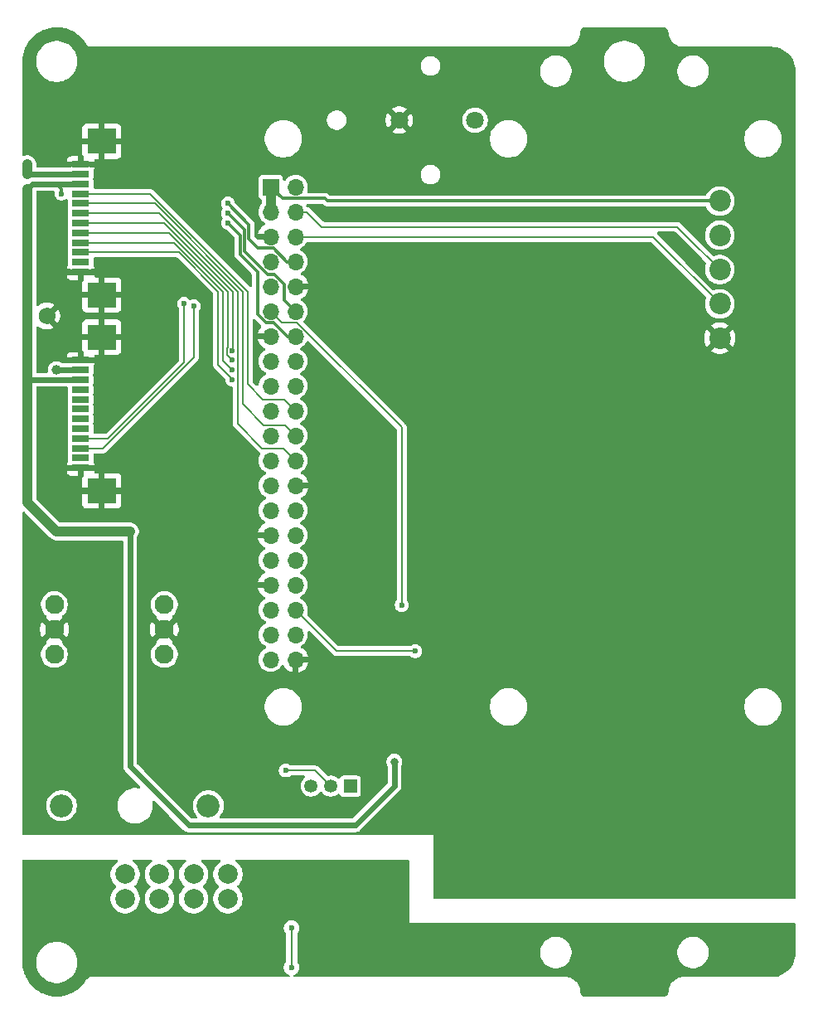
<source format=gbr>
%TF.GenerationSoftware,KiCad,Pcbnew,9.0.1*%
%TF.CreationDate,2025-04-28T14:14:31+03:00*%
%TF.ProjectId,PM_CPU-RP,504d5f43-5055-42d5-9250-2e6b69636164,rev?*%
%TF.SameCoordinates,Original*%
%TF.FileFunction,Copper,L2,Bot*%
%TF.FilePolarity,Positive*%
%FSLAX46Y46*%
G04 Gerber Fmt 4.6, Leading zero omitted, Abs format (unit mm)*
G04 Created by KiCad (PCBNEW 9.0.1) date 2025-04-28 14:14:31*
%MOMM*%
%LPD*%
G01*
G04 APERTURE LIST*
%TA.AperFunction,ComponentPad*%
%ADD10O,6.350000X6.350000*%
%TD*%
%TA.AperFunction,ComponentPad*%
%ADD11C,2.200000*%
%TD*%
%TA.AperFunction,ComponentPad*%
%ADD12C,1.800000*%
%TD*%
%TA.AperFunction,ComponentPad*%
%ADD13O,1.700000X1.700000*%
%TD*%
%TA.AperFunction,ComponentPad*%
%ADD14R,1.700000X1.700000*%
%TD*%
%TA.AperFunction,ComponentPad*%
%ADD15C,1.950000*%
%TD*%
%TA.AperFunction,ComponentPad*%
%ADD16R,1.350000X1.350000*%
%TD*%
%TA.AperFunction,ComponentPad*%
%ADD17C,1.350000*%
%TD*%
%TA.AperFunction,ComponentPad*%
%ADD18C,1.725000*%
%TD*%
%TA.AperFunction,ComponentPad*%
%ADD19C,2.000000*%
%TD*%
%TA.AperFunction,ComponentPad*%
%ADD20C,2.350000*%
%TD*%
%TA.AperFunction,SMDPad,CuDef*%
%ADD21R,1.803400X0.635000*%
%TD*%
%TA.AperFunction,SMDPad,CuDef*%
%ADD22R,2.997200X2.590800*%
%TD*%
%TA.AperFunction,ViaPad*%
%ADD23C,0.600000*%
%TD*%
%TA.AperFunction,ViaPad*%
%ADD24C,0.800000*%
%TD*%
%TA.AperFunction,ViaPad*%
%ADD25C,1.000000*%
%TD*%
%TA.AperFunction,Conductor*%
%ADD26C,0.300000*%
%TD*%
%TA.AperFunction,Conductor*%
%ADD27C,0.200000*%
%TD*%
%TA.AperFunction,Conductor*%
%ADD28C,1.000000*%
%TD*%
%TA.AperFunction,Conductor*%
%ADD29C,0.600000*%
%TD*%
G04 APERTURE END LIST*
D10*
%TO.P,PE1,1*%
%TO.N,PE*%
X22000000Y-46000000D03*
%TD*%
D11*
%TO.P,J2,1,Pin_1*%
%TO.N,GND_BUS*%
X31750000Y17750000D03*
%TO.P,J2,2,Pin_2*%
%TO.N,/SCL*%
X31750000Y21250000D03*
%TO.P,J2,3,Pin_3*%
%TO.N,/SDA*%
X31750000Y24750000D03*
%TO.P,J2,4,Pin_4*%
%TO.N,+3.3V_CPU*%
X31750000Y28250000D03*
%TO.P,J2,5,Pin_5*%
%TO.N,+5V_CPU*%
X31750000Y31750000D03*
%TD*%
D12*
%TO.P,J1,1,1*%
%TO.N,/Vbat*%
X6750000Y40000000D03*
%TO.P,J1,2,2*%
%TO.N,GND_BUS*%
X-1000000Y40000000D03*
%TD*%
D13*
%TO.P,D1,1,3V3*%
%TO.N,unconnected-(D1-3V3-Pad1)*%
X-11590000Y33170000D03*
D14*
%TO.P,D1,2,5V*%
%TO.N,+5V_CPU*%
X-14130000Y33170000D03*
D13*
%TO.P,D1,3,GPIO2/I2C_SDA*%
%TO.N,/SDA*%
X-11590000Y30630000D03*
%TO.P,D1,4,5V*%
%TO.N,+5V_CPU*%
X-14130000Y30630000D03*
%TO.P,D1,5,GPIO3/I2C_SCL*%
%TO.N,/SCL*%
X-11590000Y28090000D03*
%TO.P,D1,6,GND*%
%TO.N,GND_BUS*%
X-14130000Y28090000D03*
%TO.P,D1,7,GPIO4/GPCLK0*%
%TO.N,/LED_0*%
X-11590000Y25550000D03*
%TO.P,D1,8,GPIO14/UART_TX*%
%TO.N,/UART_TX*%
X-14130000Y25550000D03*
%TO.P,D1,9,GND*%
%TO.N,GND_BUS*%
X-11590000Y23010000D03*
%TO.P,D1,10,GPIO15/UART_RX*%
%TO.N,/UART_RX*%
X-14130000Y23010000D03*
%TO.P,D1,11,GPIO17*%
%TO.N,/LED_1*%
X-11590000Y20470000D03*
%TO.P,D1,12,GPIO18/PCM_CLK*%
%TO.N,/SPI1_CS0*%
X-14130000Y20470000D03*
%TO.P,D1,13,GPIO27*%
%TO.N,/LED_2*%
X-11590000Y17930000D03*
%TO.P,D1,14,GND*%
%TO.N,GND_BUS*%
X-14130000Y17930000D03*
%TO.P,D1,15,GPIO22*%
%TO.N,/SPI0_CS0*%
X-11590000Y15390000D03*
%TO.P,D1,16,GPIO23*%
%TO.N,/SPI0_CS1*%
X-14130000Y15390000D03*
%TO.P,D1,17,3V3*%
%TO.N,unconnected-(D1-3V3-Pad17)*%
X-11590000Y12850000D03*
%TO.P,D1,18,GPIO24*%
%TO.N,/SPI0_CS2*%
X-14130000Y12850000D03*
%TO.P,D1,19,GPIO10/SPI_MOSI*%
%TO.N,/SPI0_MOSI*%
X-11590000Y10310000D03*
%TO.P,D1,20,GND*%
%TO.N,GND_BUS*%
X-14130000Y10310000D03*
%TO.P,D1,21,GPIO9/SPI_MISO*%
%TO.N,/SPI0_MISO*%
X-11590000Y7770000D03*
%TO.P,D1,22,GPIO25*%
%TO.N,/SPI0_CS3*%
X-14130000Y7770000D03*
%TO.P,D1,23,GPIO11/SPI_SCLK*%
%TO.N,/SPI0_SCK*%
X-11590000Y5230000D03*
%TO.P,D1,24,GPIO8/SPI_CE0*%
%TO.N,unconnected-(D1-GPIO8{slash}SPI_CE0-Pad24)*%
X-14130000Y5230000D03*
%TO.P,D1,25,GND*%
%TO.N,GND_BUS*%
X-11590000Y2690000D03*
%TO.P,D1,26,GPIO7/SPI_CE1*%
%TO.N,unconnected-(D1-GPIO7{slash}SPI_CE1-Pad26)*%
X-14130000Y2690000D03*
%TO.P,D1,27,GPIO0/EEPROM_SDA*%
%TO.N,unconnected-(D1-GPIO0{slash}EEPROM_SDA-Pad27)*%
X-11590000Y150000D03*
%TO.P,D1,28,GPIO0/EEPROM_SCL*%
%TO.N,unconnected-(D1-GPIO0{slash}EEPROM_SCL-Pad28)*%
X-14130000Y150000D03*
%TO.P,D1,29,GPIO5*%
%TO.N,unconnected-(D1-GPIO5-Pad29)*%
X-11590000Y-2390000D03*
%TO.P,D1,30,GND*%
%TO.N,GND_BUS*%
X-14130000Y-2390000D03*
%TO.P,D1,31,GPIO6*%
%TO.N,unconnected-(D1-GPIO6-Pad31)*%
X-11590000Y-4930000D03*
%TO.P,D1,32,GPIO12/PWM0*%
%TO.N,unconnected-(D1-GPIO12{slash}PWM0-Pad32)*%
X-14130000Y-4930000D03*
%TO.P,D1,33,GPIO13/PWM1*%
%TO.N,unconnected-(D1-GPIO13{slash}PWM1-Pad33)*%
X-11590000Y-7470000D03*
%TO.P,D1,34,GND*%
%TO.N,GND_BUS*%
X-14130000Y-7470000D03*
%TO.P,D1,35,GPIO19/PCM_FS*%
%TO.N,/SPI1_MISO*%
X-11590000Y-10010000D03*
%TO.P,D1,36,GPIO16*%
%TO.N,/UART_RTS*%
X-14130000Y-10010000D03*
%TO.P,D1,37,GPIO26*%
%TO.N,unconnected-(D1-GPIO26-Pad37)*%
X-11590000Y-12550000D03*
%TO.P,D1,38,GPIO20/PCM_DIN*%
%TO.N,/SPI1_MOSI*%
X-14130000Y-12550000D03*
%TO.P,D1,39,GND*%
%TO.N,GND_BUS*%
X-11590000Y-15090000D03*
%TO.P,D1,40,GPIO20/PCM_DOUT*%
%TO.N,/SPI1_SCK*%
X-14130000Y-15090000D03*
%TD*%
D15*
%TO.P,J5,1,VIN*%
%TO.N,+24V_fuse*%
X-25000000Y-14540000D03*
%TO.P,J5,2,GND*%
%TO.N,GND_BUS*%
X-25000000Y-12000000D03*
%TO.P,J5,3,+VO*%
%TO.N,+3.3V_CPU*%
X-25000000Y-9460000D03*
%TD*%
D16*
%TO.P,J11,1,Pin_1*%
%TO.N,/UART_RX*%
X-6000000Y-28000000D03*
D17*
%TO.P,J11,2,Pin_2*%
%TO.N,/UART_RTS*%
X-8000000Y-28000000D03*
%TO.P,J11,3,Pin_3*%
%TO.N,/UART_TX*%
X-10000000Y-28000000D03*
%TD*%
D15*
%TO.P,J4,1,VIN*%
%TO.N,+24V_fuse*%
X-36235000Y-14540000D03*
%TO.P,J4,2,GND*%
%TO.N,GND_BUS*%
X-36235000Y-12000000D03*
%TO.P,J4,3,+VO*%
%TO.N,+5V_CPU*%
X-36235000Y-9460000D03*
%TD*%
D18*
%TO.P,U2,1*%
%TO.N,GND_BUS*%
X-37000000Y20000000D03*
%TD*%
D19*
%TO.P,J3,1,Pin_1*%
%TO.N,+24V_BUS*%
X-29000000Y-37000000D03*
%TO.P,J3,2,Pin_3*%
%TO.N,GND_BUS*%
X-25500000Y-37000000D03*
%TO.P,J3,3,3*%
%TO.N,/A*%
X-22000000Y-37000000D03*
%TO.P,J3,4,4*%
%TO.N,/B*%
X-18500000Y-37000000D03*
%TO.P,J3,5,Pin_9*%
%TO.N,PE*%
X-15000000Y-37000000D03*
%TO.P,J3,6,Pin_2*%
%TO.N,+24V_BUS*%
X-29000000Y-39500000D03*
%TO.P,J3,7,Pin_4*%
%TO.N,GND_BUS*%
X-25500000Y-39500000D03*
%TO.P,J3,8,Pin_6*%
%TO.N,/A*%
X-22000000Y-39500000D03*
%TO.P,J3,9,Pin_8*%
%TO.N,/B*%
X-18500000Y-39500000D03*
%TO.P,J3,10,Pin_10*%
%TO.N,PE*%
X-15000000Y-39500000D03*
%TD*%
D20*
%TO.P,U1,1,1*%
%TO.N,+24V_BUS*%
X-20500000Y-30000000D03*
%TO.P,U1,2,2*%
%TO.N,+24V_fuse*%
X-35500000Y-30000000D03*
%TD*%
D21*
%TO.P,J9,1,Pin_1*%
%TO.N,GND_BUS*%
X-33556000Y35499992D03*
%TO.P,J9,2,Pin_2*%
%TO.N,+5V_CPU*%
X-33556000Y34499994D03*
%TO.P,J9,3,Pin_3*%
%TO.N,+3.3V_CPU*%
X-33556000Y33499996D03*
%TO.P,J9,4,Pin_4*%
%TO.N,/SPI0_MOSI*%
X-33556000Y32499998D03*
%TO.P,J9,5,Pin_5*%
%TO.N,/SPI0_MISO*%
X-33556000Y31500000D03*
%TO.P,J9,6,Pin_6*%
%TO.N,/SPI0_SCK*%
X-33556000Y30500000D03*
%TO.P,J9,7,Pin_7*%
%TO.N,/SPI0_CS0*%
X-33556000Y29500000D03*
%TO.P,J9,8,Pin_8*%
%TO.N,/SPI0_CS1*%
X-33556000Y28500000D03*
%TO.P,J9,9,Pin_9*%
%TO.N,/SPI0_CS2*%
X-33556000Y27500002D03*
%TO.P,J9,10,Pin_10*%
%TO.N,/SPI0_CS3*%
X-33556000Y26500004D03*
%TO.P,J9,11,Pin_11*%
%TO.N,unconnected-(J9-Pin_11-Pad11)*%
X-33556000Y25500006D03*
%TO.P,J9,12,Pin_11*%
%TO.N,GND_BUS*%
X-33556000Y24500008D03*
D22*
%TO.P,J9,13,Pin_11*%
X-31385999Y37850003D03*
X-31385999Y22149997D03*
%TD*%
D21*
%TO.P,J8,1,Pin_1*%
%TO.N,GND_BUS*%
X-33556000Y15499992D03*
%TO.P,J8,2,Pin_2*%
%TO.N,+5V_CPU*%
X-33556000Y14499994D03*
%TO.P,J8,3,Pin_3*%
%TO.N,+3.3V_CPU*%
X-33556000Y13499996D03*
%TO.P,J8,4,Pin_4*%
%TO.N,unconnected-(J8-Pin_4-Pad4)*%
X-33556000Y12499998D03*
%TO.P,J8,5,Pin_5*%
%TO.N,unconnected-(J8-Pin_5-Pad5)*%
X-33556000Y11500000D03*
%TO.P,J8,6,Pin_6*%
%TO.N,unconnected-(J8-Pin_6-Pad6)*%
X-33556000Y10500000D03*
%TO.P,J8,7,Pin_7*%
%TO.N,unconnected-(J8-Pin_7-Pad7)*%
X-33556000Y9500000D03*
%TO.P,J8,8,Pin_8*%
%TO.N,unconnected-(J8-Pin_8-Pad8)*%
X-33556000Y8500000D03*
%TO.P,J8,9,Pin_9*%
%TO.N,/SDA*%
X-33556000Y7500002D03*
%TO.P,J8,10,Pin_10*%
%TO.N,/SCL*%
X-33556000Y6500004D03*
%TO.P,J8,11,Pin_11*%
%TO.N,unconnected-(J8-Pin_11-Pad11)*%
X-33556000Y5500006D03*
%TO.P,J8,12,Pin_11*%
%TO.N,GND_BUS*%
X-33556000Y4500008D03*
D22*
%TO.P,J8,13,Pin_11*%
X-31385999Y17850003D03*
X-31385999Y2149997D03*
%TD*%
D23*
%TO.N,/LED_1*%
X-18500000Y30500000D03*
%TO.N,/LED_2*%
X-18500000Y29500000D03*
%TO.N,/LED_0*%
X-18500000Y31500000D03*
%TO.N,/SCL*%
X-22000000Y21000000D03*
%TO.N,/SDA*%
X-23000000Y21250000D03*
%TO.N,/UART_RTS*%
X-12600000Y-26400000D03*
%TO.N,/SPI1_CS0*%
X-750000Y-9500000D03*
%TO.N,/SPI0_CS0*%
X-18050000Y16500000D03*
%TO.N,/SPI1_MISO*%
X634700Y-14217100D03*
D24*
%TO.N,+3.3V_CPU*%
X-28500000Y-2000000D03*
D23*
X-35500000Y32500000D03*
D24*
X-1500000Y-25500000D03*
D23*
%TO.N,GND_BUS*%
X-29000000Y3000000D03*
X-34000000Y17000000D03*
X-34000000Y1000000D03*
X-6500000Y-24500000D03*
X-12000000Y-46500000D03*
X-29000000Y17000000D03*
X-2500000Y-20000000D03*
X-3000000Y-20500000D03*
X-33000000Y40000000D03*
X-7000000Y-25000000D03*
X-7500000Y-25500000D03*
X-30000000Y0D03*
X-34000000Y23000000D03*
X-3000000Y-19500000D03*
X1000000Y-8500000D03*
X-34000000Y3000000D03*
X-29000000Y21000000D03*
X-29000000Y1000000D03*
X-34000000Y19000000D03*
X-29000000Y23000000D03*
X-34000000Y37000000D03*
X-2000000Y-19500000D03*
X-6500000Y-25500000D03*
X-30000000Y20000000D03*
X-12000000Y-42500000D03*
X-29000000Y19000000D03*
X-2000000Y-20500000D03*
X-33000000Y20000000D03*
X-34000000Y21000000D03*
X-33000000Y0D03*
X2000000Y-9500000D03*
X-20433150Y17500000D03*
X1000000Y-9500000D03*
X-7500000Y-24500000D03*
X-34000000Y39000000D03*
%TO.N,/SPI0_CS2*%
X-18050000Y14500000D03*
%TO.N,/SPI0_CS1*%
X-18050000Y15500000D03*
%TO.N,/SPI0_CS3*%
X-18050000Y13500000D03*
D25*
%TO.N,+5V_CPU*%
X-36000000Y14500000D03*
X-39000000Y35500000D03*
X-39000000Y34500000D03*
D23*
X-36000000Y34500000D03*
%TD*%
D26*
%TO.N,/LED_1*%
X-16799000Y26591240D02*
X-14457760Y24250000D01*
X-12741000Y21621000D02*
X-11590000Y20470000D01*
X-13742240Y24250000D02*
X-12741000Y23248760D01*
X-18500000Y30500000D02*
X-16799000Y28799000D01*
X-12741000Y23248760D02*
X-12741000Y21621000D01*
X-16799000Y28799000D02*
X-16799000Y26591240D01*
X-14457760Y24250000D02*
X-13742240Y24250000D01*
%TO.N,/LED_2*%
X-17250000Y26250000D02*
X-15500000Y24500000D01*
X-18500000Y29500000D02*
X-17250000Y28250000D01*
X-12430000Y17930000D02*
X-11590000Y17930000D01*
X-13819000Y19319000D02*
X-12430000Y17930000D01*
X-15500000Y20212240D02*
X-14606760Y19319000D01*
X-15500000Y24500000D02*
X-15500000Y20212240D01*
X-17250000Y28250000D02*
X-17250000Y26250000D01*
X-14606760Y19319000D02*
X-13819000Y19319000D01*
%TO.N,/LED_0*%
X-16348000Y27848000D02*
X-16348000Y29348000D01*
X-12502240Y25550000D02*
X-13891240Y26939000D01*
X-13891240Y26939000D02*
X-15439000Y26939000D01*
X-11590000Y25550000D02*
X-12502240Y25550000D01*
X-15439000Y26939000D02*
X-16348000Y27848000D01*
X-16348000Y29348000D02*
X-18500000Y31500000D01*
D27*
%TO.N,/SCL*%
X24910000Y28090000D02*
X31750000Y21250000D01*
X-22000000Y21000000D02*
X-22000000Y15750000D01*
X-31249996Y6500004D02*
X-33556000Y6500004D01*
X-22000000Y15750000D02*
X-31249996Y6500004D01*
X-11590000Y28090000D02*
X24910000Y28090000D01*
%TO.N,/SDA*%
X-23000000Y21250000D02*
X-23000000Y15244974D01*
X-8920400Y29112100D02*
X27388000Y29112100D01*
X-23000000Y15244974D02*
X-30744972Y7500002D01*
X-30744972Y7500002D02*
X-33556000Y7500002D01*
X28250040Y28250040D02*
X31750000Y24750000D01*
X-10438300Y30630000D02*
X-8920400Y29112100D01*
X27388000Y29112100D02*
X28250040Y28250040D01*
X-11590000Y30630000D02*
X-10438300Y30630000D01*
%TO.N,/UART_RTS*%
X-12600000Y-26400000D02*
X-9600000Y-26400000D01*
X-9600000Y-26400000D02*
X-8000000Y-28000000D01*
%TO.N,/SPI0_MOSI*%
X-30975998Y32499998D02*
X-33556000Y32499998D01*
X-16500000Y22500000D02*
X-26499995Y32499995D01*
X-30976000Y32500000D02*
X-30975995Y32499995D01*
X-30975995Y32499995D02*
X-30975998Y32499998D01*
X-14918525Y11500000D02*
X-16500000Y13081475D01*
X-16500000Y13081475D02*
X-16500000Y22500000D01*
X-12780000Y11500000D02*
X-14918525Y11500000D01*
X-11590000Y10310000D02*
X-12780000Y11500000D01*
X-26499995Y32499995D02*
X-30975995Y32499995D01*
%TO.N,/SPI1_CS0*%
X-14130000Y20470000D02*
X-13029000Y19369000D01*
X-750000Y8647050D02*
X-750000Y-9500000D01*
X-11471950Y19369000D02*
X-750000Y8647050D01*
X-13029000Y19369000D02*
X-11471950Y19369000D01*
X-14130000Y20470000D02*
X-14130000Y21220000D01*
%TO.N,/SPI0_CS0*%
X-18000000Y16550000D02*
X-18000000Y22500000D01*
X-18000000Y22500000D02*
X-25000001Y29500001D01*
X-25000001Y29500001D02*
X-33556000Y29500000D01*
X-18050000Y16500000D02*
X-18000000Y16550000D01*
X-33556001Y29500000D02*
X-33556000Y29500001D01*
%TO.N,/SPI0_SCK*%
X-17500000Y22507224D02*
X-17500000Y9000000D01*
X-25492776Y30500000D02*
X-17500000Y22507224D01*
X-33556000Y30500000D02*
X-25492776Y30500000D01*
X-33556001Y30500000D02*
X-33556000Y30499999D01*
X-15000000Y6500000D02*
X-12860000Y6500000D01*
X-12860000Y6500000D02*
X-11590000Y5230000D01*
X-17500000Y9000000D02*
X-15000000Y6500000D01*
%TO.N,/SPI1_MISO*%
X-11590000Y-10010000D02*
X-7382900Y-14217100D01*
X-7382900Y-14217100D02*
X634700Y-14217100D01*
%TO.N,/SPI0_MISO*%
X-33556003Y31500000D02*
X-33556000Y31499997D01*
X-14871000Y8871000D02*
X-17000000Y11000000D01*
X-12691000Y8871000D02*
X-14871000Y8871000D01*
X-17000000Y22503612D02*
X-25996388Y31500000D01*
X-17000000Y11000000D02*
X-17000000Y22503612D01*
X-25996388Y31500000D02*
X-33556000Y31500000D01*
X-11590000Y7770000D02*
X-12691000Y8871000D01*
D28*
%TO.N,+3.3V_CPU*%
X-38999000Y999000D02*
X-38999000Y13500000D01*
D29*
X-36000000Y33499996D02*
X-38498004Y33499996D01*
D28*
X-28500000Y-2000000D02*
X-36000000Y-2000000D01*
D29*
X-5500000Y-32000000D02*
X-1500000Y-28000000D01*
D26*
X-35500000Y32999996D02*
X-36000000Y33499996D01*
D29*
X-33556000Y33499996D02*
X-36000000Y33499996D01*
X-22500000Y-32000000D02*
X-5500000Y-32000000D01*
X-38498004Y33499996D02*
X-38999000Y32999000D01*
D28*
X-36000000Y-2000000D02*
X-38999000Y999000D01*
D29*
X-33556000Y13499996D02*
X-38998996Y13499996D01*
D28*
X-38999000Y32999000D02*
X-38999000Y13500000D01*
D29*
X-28500000Y-26000000D02*
X-22500000Y-32000000D01*
X-38998996Y13499996D02*
X-38999000Y13500000D01*
X-28500000Y-2000000D02*
X-28500000Y-26000000D01*
X-1500000Y-28000000D02*
X-1500000Y-25500000D01*
D26*
X-35500000Y32500000D02*
X-35500000Y32999996D01*
D27*
%TO.N,GND_BUS*%
X-14130000Y28090000D02*
X-13635025Y28090000D01*
X-12000000Y-42500000D02*
X-12000000Y-46500000D01*
%TO.N,/SPI0_CS2*%
X-19000000Y15450000D02*
X-19000000Y22507224D01*
X-19000000Y22507224D02*
X-23992778Y27500002D01*
X-23992778Y27500002D02*
X-33556000Y27500002D01*
X-18050000Y14500000D02*
X-19000000Y15450000D01*
%TO.N,/SPI0_CS1*%
X-24496388Y28500000D02*
X-33556000Y28500000D01*
X-18601000Y16728232D02*
X-18500000Y16829232D01*
X-18050000Y15500000D02*
X-18601000Y16051000D01*
X-18500000Y22503612D02*
X-24496388Y28500000D01*
X-18500000Y16829232D02*
X-18500000Y22503612D01*
X-18601000Y16051000D02*
X-18601000Y16728232D01*
%TO.N,/SPI0_CS3*%
X-33556007Y26500000D02*
X-33556000Y26500007D01*
X-18050000Y13550000D02*
X-19500000Y15000000D01*
X-23489168Y26500004D02*
X-33556000Y26500004D01*
X-19500000Y15000000D02*
X-19500000Y22510836D01*
X-18050000Y13500000D02*
X-18050000Y13550000D01*
X-19500000Y22510836D02*
X-23489168Y26500004D01*
%TO.N,unconnected-(J9-Pin_11-Pad11)*%
X-33556000Y25500006D02*
X-33556006Y25500000D01*
D28*
%TO.N,+5V_CPU*%
X-39000000Y35500000D02*
X-39000000Y34500000D01*
D29*
X-33556009Y34500000D02*
X-33556000Y34499991D01*
D26*
X-12960000Y32000000D02*
X-8581500Y32000000D01*
D29*
X-33556006Y34500000D02*
X-33556000Y34499994D01*
X-33556006Y14500000D02*
X-33556000Y14499994D01*
D26*
X-8581500Y32000000D02*
X-8331500Y31750000D01*
D29*
X-36000000Y34500000D02*
X-33556006Y34500000D01*
X-35000000Y14499994D02*
X-33556000Y14499994D01*
X-36000006Y14499994D02*
X-35000000Y14499994D01*
D26*
X-8331500Y31750000D02*
X31750000Y31750000D01*
X-14130000Y33170000D02*
X-12960000Y32000000D01*
D28*
X-14130000Y33170000D02*
X-14130000Y30630000D01*
D29*
X-39000000Y34500000D02*
X-36000000Y34500000D01*
%TD*%
%TA.AperFunction,Conductor*%
%TO.N,PE*%
G36*
X-29802824Y-35519685D02*
G01*
X-29757069Y-35572489D01*
X-29747125Y-35641647D01*
X-29776150Y-35705203D01*
X-29796976Y-35724316D01*
X-29977510Y-35855483D01*
X-29977512Y-35855485D01*
X-29977513Y-35855485D01*
X-30144515Y-36022487D01*
X-30144515Y-36022488D01*
X-30144517Y-36022490D01*
X-30204138Y-36104550D01*
X-30283343Y-36213566D01*
X-30390567Y-36424003D01*
X-30463554Y-36648631D01*
X-30500500Y-36881902D01*
X-30500500Y-37118097D01*
X-30463554Y-37351368D01*
X-30390567Y-37575996D01*
X-30283343Y-37786433D01*
X-30144517Y-37977510D01*
X-30144515Y-37977512D01*
X-29977510Y-38144517D01*
X-29970397Y-38149685D01*
X-29927734Y-38205017D01*
X-29921758Y-38274630D01*
X-29954366Y-38336424D01*
X-29970397Y-38350315D01*
X-29977510Y-38355482D01*
X-30144515Y-38522487D01*
X-30144515Y-38522488D01*
X-30144517Y-38522490D01*
X-30204138Y-38604550D01*
X-30283343Y-38713566D01*
X-30390567Y-38924003D01*
X-30463554Y-39148631D01*
X-30500500Y-39381902D01*
X-30500500Y-39618097D01*
X-30463554Y-39851368D01*
X-30390567Y-40075996D01*
X-30283343Y-40286433D01*
X-30144517Y-40477510D01*
X-29977510Y-40644517D01*
X-29786433Y-40783343D01*
X-29687009Y-40834002D01*
X-29575997Y-40890566D01*
X-29575995Y-40890566D01*
X-29575992Y-40890568D01*
X-29455588Y-40929689D01*
X-29351369Y-40963553D01*
X-29118097Y-41000500D01*
X-29118092Y-41000500D01*
X-28881903Y-41000500D01*
X-28648632Y-40963553D01*
X-28424008Y-40890568D01*
X-28213567Y-40783343D01*
X-28022490Y-40644517D01*
X-27855483Y-40477510D01*
X-27716657Y-40286433D01*
X-27609432Y-40075992D01*
X-27536447Y-39851368D01*
X-27499500Y-39618097D01*
X-27499500Y-39381902D01*
X-27536447Y-39148631D01*
X-27609434Y-38924003D01*
X-27716658Y-38713566D01*
X-27855483Y-38522490D01*
X-28022490Y-38355483D01*
X-28029599Y-38350318D01*
X-28072265Y-38294988D01*
X-28078244Y-38225375D01*
X-28045638Y-38163580D01*
X-28029599Y-38149682D01*
X-28029500Y-38149609D01*
X-28022490Y-38144517D01*
X-27855483Y-37977510D01*
X-27716657Y-37786433D01*
X-27609432Y-37575992D01*
X-27536447Y-37351368D01*
X-27499500Y-37118097D01*
X-27499500Y-36881902D01*
X-27536447Y-36648631D01*
X-27609434Y-36424003D01*
X-27716658Y-36213566D01*
X-27855483Y-36022490D01*
X-28022490Y-35855483D01*
X-28203024Y-35724317D01*
X-28245688Y-35668988D01*
X-28251667Y-35599374D01*
X-28219061Y-35537579D01*
X-28158222Y-35503222D01*
X-28130137Y-35500000D01*
X-26369863Y-35500000D01*
X-26302824Y-35519685D01*
X-26257069Y-35572489D01*
X-26247125Y-35641647D01*
X-26276150Y-35705203D01*
X-26296976Y-35724316D01*
X-26477510Y-35855483D01*
X-26477512Y-35855485D01*
X-26477513Y-35855485D01*
X-26644515Y-36022487D01*
X-26644515Y-36022488D01*
X-26644517Y-36022490D01*
X-26704138Y-36104550D01*
X-26783343Y-36213566D01*
X-26890567Y-36424003D01*
X-26963554Y-36648631D01*
X-27000500Y-36881902D01*
X-27000500Y-37118097D01*
X-26963554Y-37351368D01*
X-26890567Y-37575996D01*
X-26783343Y-37786433D01*
X-26644517Y-37977510D01*
X-26644515Y-37977512D01*
X-26477510Y-38144517D01*
X-26470397Y-38149685D01*
X-26427734Y-38205017D01*
X-26421758Y-38274630D01*
X-26454366Y-38336424D01*
X-26470397Y-38350315D01*
X-26477510Y-38355482D01*
X-26644515Y-38522487D01*
X-26644515Y-38522488D01*
X-26644517Y-38522490D01*
X-26704138Y-38604550D01*
X-26783343Y-38713566D01*
X-26890567Y-38924003D01*
X-26963554Y-39148631D01*
X-27000500Y-39381902D01*
X-27000500Y-39618097D01*
X-26963554Y-39851368D01*
X-26890567Y-40075996D01*
X-26783343Y-40286433D01*
X-26644517Y-40477510D01*
X-26477510Y-40644517D01*
X-26286433Y-40783343D01*
X-26187009Y-40834002D01*
X-26075997Y-40890566D01*
X-26075995Y-40890566D01*
X-26075992Y-40890568D01*
X-25955588Y-40929689D01*
X-25851369Y-40963553D01*
X-25618097Y-41000500D01*
X-25618092Y-41000500D01*
X-25381903Y-41000500D01*
X-25148632Y-40963553D01*
X-24924008Y-40890568D01*
X-24713567Y-40783343D01*
X-24522490Y-40644517D01*
X-24355483Y-40477510D01*
X-24216657Y-40286433D01*
X-24109432Y-40075992D01*
X-24036447Y-39851368D01*
X-23999500Y-39618097D01*
X-23999500Y-39381902D01*
X-24036447Y-39148631D01*
X-24109434Y-38924003D01*
X-24216658Y-38713566D01*
X-24355483Y-38522490D01*
X-24522490Y-38355483D01*
X-24529599Y-38350318D01*
X-24572265Y-38294988D01*
X-24578244Y-38225375D01*
X-24545638Y-38163580D01*
X-24529599Y-38149682D01*
X-24529500Y-38149609D01*
X-24522490Y-38144517D01*
X-24355483Y-37977510D01*
X-24216657Y-37786433D01*
X-24109432Y-37575992D01*
X-24036447Y-37351368D01*
X-23999500Y-37118097D01*
X-23999500Y-36881902D01*
X-24036447Y-36648631D01*
X-24109434Y-36424003D01*
X-24216658Y-36213566D01*
X-24355483Y-36022490D01*
X-24522490Y-35855483D01*
X-24703024Y-35724317D01*
X-24745688Y-35668988D01*
X-24751667Y-35599374D01*
X-24719061Y-35537579D01*
X-24658222Y-35503222D01*
X-24630137Y-35500000D01*
X-22869863Y-35500000D01*
X-22802824Y-35519685D01*
X-22757069Y-35572489D01*
X-22747125Y-35641647D01*
X-22776150Y-35705203D01*
X-22796976Y-35724316D01*
X-22977510Y-35855483D01*
X-22977512Y-35855485D01*
X-22977513Y-35855485D01*
X-23144515Y-36022487D01*
X-23144515Y-36022488D01*
X-23144517Y-36022490D01*
X-23204138Y-36104550D01*
X-23283343Y-36213566D01*
X-23390567Y-36424003D01*
X-23463554Y-36648631D01*
X-23500500Y-36881902D01*
X-23500500Y-37118097D01*
X-23463554Y-37351368D01*
X-23390567Y-37575996D01*
X-23283343Y-37786433D01*
X-23144517Y-37977510D01*
X-23144515Y-37977512D01*
X-22977510Y-38144517D01*
X-22970397Y-38149685D01*
X-22927734Y-38205017D01*
X-22921758Y-38274630D01*
X-22954366Y-38336424D01*
X-22970397Y-38350315D01*
X-22977510Y-38355482D01*
X-23144515Y-38522487D01*
X-23144515Y-38522488D01*
X-23144517Y-38522490D01*
X-23204138Y-38604550D01*
X-23283343Y-38713566D01*
X-23390567Y-38924003D01*
X-23463554Y-39148631D01*
X-23500500Y-39381902D01*
X-23500500Y-39618097D01*
X-23463554Y-39851368D01*
X-23390567Y-40075996D01*
X-23283343Y-40286433D01*
X-23144517Y-40477510D01*
X-22977510Y-40644517D01*
X-22786433Y-40783343D01*
X-22687009Y-40834002D01*
X-22575997Y-40890566D01*
X-22575995Y-40890566D01*
X-22575992Y-40890568D01*
X-22455588Y-40929689D01*
X-22351369Y-40963553D01*
X-22118097Y-41000500D01*
X-22118092Y-41000500D01*
X-21881903Y-41000500D01*
X-21648632Y-40963553D01*
X-21424008Y-40890568D01*
X-21213567Y-40783343D01*
X-21022490Y-40644517D01*
X-20855483Y-40477510D01*
X-20716657Y-40286433D01*
X-20609432Y-40075992D01*
X-20536447Y-39851368D01*
X-20499500Y-39618097D01*
X-20499500Y-39381902D01*
X-20536447Y-39148631D01*
X-20609434Y-38924003D01*
X-20716658Y-38713566D01*
X-20855483Y-38522490D01*
X-21022490Y-38355483D01*
X-21029599Y-38350318D01*
X-21072265Y-38294988D01*
X-21078244Y-38225375D01*
X-21045638Y-38163580D01*
X-21029599Y-38149682D01*
X-21029500Y-38149609D01*
X-21022490Y-38144517D01*
X-20855483Y-37977510D01*
X-20716657Y-37786433D01*
X-20609432Y-37575992D01*
X-20536447Y-37351368D01*
X-20499500Y-37118097D01*
X-20499500Y-36881902D01*
X-20536447Y-36648631D01*
X-20609434Y-36424003D01*
X-20716658Y-36213566D01*
X-20855483Y-36022490D01*
X-21022490Y-35855483D01*
X-21203024Y-35724317D01*
X-21245688Y-35668988D01*
X-21251667Y-35599374D01*
X-21219061Y-35537579D01*
X-21158222Y-35503222D01*
X-21130137Y-35500000D01*
X-19369863Y-35500000D01*
X-19302824Y-35519685D01*
X-19257069Y-35572489D01*
X-19247125Y-35641647D01*
X-19276150Y-35705203D01*
X-19296976Y-35724316D01*
X-19477510Y-35855483D01*
X-19477512Y-35855485D01*
X-19477513Y-35855485D01*
X-19644515Y-36022487D01*
X-19644515Y-36022488D01*
X-19644517Y-36022490D01*
X-19704138Y-36104550D01*
X-19783343Y-36213566D01*
X-19890567Y-36424003D01*
X-19963554Y-36648631D01*
X-20000500Y-36881902D01*
X-20000500Y-37118097D01*
X-19963554Y-37351368D01*
X-19890567Y-37575996D01*
X-19783343Y-37786433D01*
X-19644517Y-37977510D01*
X-19644515Y-37977512D01*
X-19477510Y-38144517D01*
X-19470397Y-38149685D01*
X-19427734Y-38205017D01*
X-19421758Y-38274630D01*
X-19454366Y-38336424D01*
X-19470397Y-38350315D01*
X-19477510Y-38355482D01*
X-19644515Y-38522487D01*
X-19644515Y-38522488D01*
X-19644517Y-38522490D01*
X-19704138Y-38604550D01*
X-19783343Y-38713566D01*
X-19890567Y-38924003D01*
X-19963554Y-39148631D01*
X-20000500Y-39381902D01*
X-20000500Y-39618097D01*
X-19963554Y-39851368D01*
X-19890567Y-40075996D01*
X-19783343Y-40286433D01*
X-19644517Y-40477510D01*
X-19477510Y-40644517D01*
X-19286433Y-40783343D01*
X-19187009Y-40834002D01*
X-19075997Y-40890566D01*
X-19075995Y-40890566D01*
X-19075992Y-40890568D01*
X-18955588Y-40929689D01*
X-18851369Y-40963553D01*
X-18618097Y-41000500D01*
X-18618092Y-41000500D01*
X-18381903Y-41000500D01*
X-18148632Y-40963553D01*
X-17924008Y-40890568D01*
X-17713567Y-40783343D01*
X-17522490Y-40644517D01*
X-17355483Y-40477510D01*
X-17216657Y-40286433D01*
X-17109432Y-40075992D01*
X-17036447Y-39851368D01*
X-16999500Y-39618097D01*
X-16999500Y-39381902D01*
X-17036447Y-39148631D01*
X-17109434Y-38924003D01*
X-17216658Y-38713566D01*
X-17355483Y-38522490D01*
X-17522490Y-38355483D01*
X-17529599Y-38350318D01*
X-17572265Y-38294988D01*
X-17578244Y-38225375D01*
X-17545638Y-38163580D01*
X-17529599Y-38149682D01*
X-17529500Y-38149609D01*
X-17522490Y-38144517D01*
X-17355483Y-37977510D01*
X-17216657Y-37786433D01*
X-17109432Y-37575992D01*
X-17036447Y-37351368D01*
X-16999500Y-37118097D01*
X-16999500Y-36881902D01*
X-17036447Y-36648631D01*
X-17109434Y-36424003D01*
X-17216658Y-36213566D01*
X-17355483Y-36022490D01*
X-17522490Y-35855483D01*
X-17703024Y-35724317D01*
X-17745688Y-35668988D01*
X-17751667Y-35599374D01*
X-17719061Y-35537579D01*
X-17658222Y-35503222D01*
X-17630137Y-35500000D01*
X-124000Y-35500000D01*
X-56961Y-35519685D01*
X-11206Y-35572489D01*
X0Y-35624000D01*
X0Y-42000000D01*
X39375500Y-42000000D01*
X39442539Y-42019685D01*
X39488294Y-42072489D01*
X39499500Y-42124000D01*
X39499500Y-44996249D01*
X39499274Y-45003736D01*
X39481728Y-45293794D01*
X39479923Y-45308659D01*
X39428219Y-45590798D01*
X39424635Y-45605336D01*
X39339306Y-45879167D01*
X39333997Y-45893168D01*
X39216275Y-46154736D01*
X39209316Y-46167995D01*
X39060928Y-46413459D01*
X39052422Y-46425782D01*
X38875526Y-46651573D01*
X38865596Y-46662781D01*
X38662781Y-46865596D01*
X38651573Y-46875526D01*
X38425782Y-47052422D01*
X38413459Y-47060928D01*
X38167995Y-47209316D01*
X38154736Y-47216275D01*
X37893168Y-47333997D01*
X37879167Y-47339306D01*
X37605336Y-47424635D01*
X37590798Y-47428219D01*
X37308659Y-47479923D01*
X37293794Y-47481728D01*
X37003736Y-47499274D01*
X36996249Y-47499500D01*
X27892682Y-47499500D01*
X27680235Y-47530044D01*
X27680225Y-47530047D01*
X27474284Y-47590517D01*
X27279061Y-47679672D01*
X27279048Y-47679679D01*
X27098485Y-47795720D01*
X26936275Y-47936275D01*
X26795720Y-48098485D01*
X26679679Y-48279048D01*
X26679672Y-48279061D01*
X26590517Y-48474284D01*
X26530047Y-48680225D01*
X26530044Y-48680235D01*
X26499500Y-48892682D01*
X26499500Y-48993038D01*
X26498720Y-49006922D01*
X26498720Y-49006923D01*
X26488540Y-49097264D01*
X26482362Y-49124333D01*
X26454648Y-49203537D01*
X26442600Y-49228555D01*
X26397957Y-49299604D01*
X26380644Y-49321313D01*
X26321313Y-49380644D01*
X26299604Y-49397957D01*
X26228555Y-49442600D01*
X26203537Y-49454648D01*
X26124333Y-49482362D01*
X26097264Y-49488540D01*
X26017075Y-49497576D01*
X26006921Y-49498720D01*
X25993038Y-49499500D01*
X18006962Y-49499500D01*
X17993078Y-49498720D01*
X17980553Y-49497308D01*
X17902735Y-49488540D01*
X17875666Y-49482362D01*
X17796462Y-49454648D01*
X17771444Y-49442600D01*
X17700395Y-49397957D01*
X17678686Y-49380644D01*
X17619355Y-49321313D01*
X17602042Y-49299604D01*
X17557399Y-49228555D01*
X17545351Y-49203537D01*
X17543861Y-49199280D01*
X17517636Y-49124331D01*
X17511459Y-49097263D01*
X17501280Y-49006922D01*
X17500500Y-48993038D01*
X17500500Y-48892683D01*
X17500500Y-48892682D01*
X17469954Y-48680231D01*
X17409484Y-48474290D01*
X17409483Y-48474288D01*
X17409482Y-48474284D01*
X17320327Y-48279061D01*
X17320320Y-48279048D01*
X17249102Y-48168231D01*
X17204281Y-48098487D01*
X17124227Y-48006100D01*
X17063724Y-47936275D01*
X16901514Y-47795720D01*
X16901513Y-47795719D01*
X16820979Y-47743963D01*
X16720951Y-47679679D01*
X16720938Y-47679672D01*
X16525715Y-47590517D01*
X16319774Y-47530047D01*
X16319764Y-47530044D01*
X16128754Y-47502582D01*
X16107318Y-47499500D01*
X16065892Y-47499500D01*
X-11697810Y-47499500D01*
X-11764849Y-47479815D01*
X-11810604Y-47427011D01*
X-11820548Y-47357853D01*
X-11791523Y-47294297D01*
X-11745262Y-47260939D01*
X-11620828Y-47209397D01*
X-11620828Y-47209396D01*
X-11620821Y-47209394D01*
X-11489711Y-47121789D01*
X-11378211Y-47010289D01*
X-11290606Y-46879179D01*
X-11230263Y-46733497D01*
X-11199500Y-46578842D01*
X-11199500Y-46421158D01*
X-11199500Y-46421155D01*
X-11199501Y-46421153D01*
X-11209901Y-46368870D01*
X-11230263Y-46266503D01*
X-11249196Y-46220794D01*
X-11290603Y-46120827D01*
X-11290610Y-46120814D01*
X-11378602Y-45989125D01*
X-11399480Y-45922447D01*
X-11399500Y-45920234D01*
X-11399500Y-44874038D01*
X13399500Y-44874038D01*
X13399500Y-45125961D01*
X13438910Y-45374785D01*
X13516760Y-45614383D01*
X13631132Y-45838848D01*
X13779201Y-46042649D01*
X13779205Y-46042654D01*
X13957345Y-46220794D01*
X13957350Y-46220798D01*
X14020268Y-46266510D01*
X14161155Y-46368870D01*
X14304184Y-46441747D01*
X14385616Y-46483239D01*
X14385618Y-46483239D01*
X14385621Y-46483241D01*
X14625215Y-46561090D01*
X14874038Y-46600500D01*
X14874039Y-46600500D01*
X15125961Y-46600500D01*
X15125962Y-46600500D01*
X15374785Y-46561090D01*
X15614379Y-46483241D01*
X15838845Y-46368870D01*
X16042656Y-46220793D01*
X16220793Y-46042656D01*
X16368870Y-45838845D01*
X16483241Y-45614379D01*
X16561090Y-45374785D01*
X16600500Y-45125962D01*
X16600500Y-44874038D01*
X27399500Y-44874038D01*
X27399500Y-45125961D01*
X27438910Y-45374785D01*
X27516760Y-45614383D01*
X27631132Y-45838848D01*
X27779201Y-46042649D01*
X27779205Y-46042654D01*
X27957345Y-46220794D01*
X27957350Y-46220798D01*
X28020268Y-46266510D01*
X28161155Y-46368870D01*
X28304184Y-46441747D01*
X28385616Y-46483239D01*
X28385618Y-46483239D01*
X28385621Y-46483241D01*
X28625215Y-46561090D01*
X28874038Y-46600500D01*
X28874039Y-46600500D01*
X29125961Y-46600500D01*
X29125962Y-46600500D01*
X29374785Y-46561090D01*
X29614379Y-46483241D01*
X29838845Y-46368870D01*
X30042656Y-46220793D01*
X30220793Y-46042656D01*
X30368870Y-45838845D01*
X30483241Y-45614379D01*
X30561090Y-45374785D01*
X30600500Y-45125962D01*
X30600500Y-44874038D01*
X30561090Y-44625215D01*
X30483241Y-44385621D01*
X30483239Y-44385618D01*
X30483239Y-44385616D01*
X30414013Y-44249754D01*
X30368870Y-44161155D01*
X30256656Y-44006705D01*
X30220798Y-43957350D01*
X30220794Y-43957345D01*
X30042654Y-43779205D01*
X30042649Y-43779201D01*
X29838848Y-43631132D01*
X29838847Y-43631131D01*
X29838845Y-43631130D01*
X29768747Y-43595413D01*
X29614383Y-43516760D01*
X29374785Y-43438910D01*
X29125962Y-43399500D01*
X28874038Y-43399500D01*
X28749626Y-43419205D01*
X28625214Y-43438910D01*
X28385616Y-43516760D01*
X28161151Y-43631132D01*
X27957350Y-43779201D01*
X27957345Y-43779205D01*
X27779205Y-43957345D01*
X27779201Y-43957350D01*
X27631132Y-44161151D01*
X27516760Y-44385616D01*
X27438910Y-44625214D01*
X27399500Y-44874038D01*
X16600500Y-44874038D01*
X16561090Y-44625215D01*
X16483241Y-44385621D01*
X16483239Y-44385618D01*
X16483239Y-44385616D01*
X16414013Y-44249754D01*
X16368870Y-44161155D01*
X16256656Y-44006705D01*
X16220798Y-43957350D01*
X16220794Y-43957345D01*
X16042654Y-43779205D01*
X16042649Y-43779201D01*
X15838848Y-43631132D01*
X15838847Y-43631131D01*
X15838845Y-43631130D01*
X15768747Y-43595413D01*
X15614383Y-43516760D01*
X15374785Y-43438910D01*
X15125962Y-43399500D01*
X14874038Y-43399500D01*
X14749626Y-43419205D01*
X14625214Y-43438910D01*
X14385616Y-43516760D01*
X14161151Y-43631132D01*
X13957350Y-43779201D01*
X13957345Y-43779205D01*
X13779205Y-43957345D01*
X13779201Y-43957350D01*
X13631132Y-44161151D01*
X13516760Y-44385616D01*
X13438910Y-44625214D01*
X13399500Y-44874038D01*
X-11399500Y-44874038D01*
X-11399500Y-43079765D01*
X-11379815Y-43012726D01*
X-11378602Y-43010874D01*
X-11290610Y-42879185D01*
X-11290610Y-42879184D01*
X-11290606Y-42879179D01*
X-11230263Y-42733497D01*
X-11199500Y-42578842D01*
X-11199500Y-42421158D01*
X-11199500Y-42421155D01*
X-11199501Y-42421153D01*
X-11230262Y-42266510D01*
X-11230263Y-42266503D01*
X-11289289Y-42124000D01*
X-11290603Y-42120827D01*
X-11290610Y-42120814D01*
X-11378211Y-41989711D01*
X-11378214Y-41989707D01*
X-11489708Y-41878213D01*
X-11489712Y-41878210D01*
X-11620815Y-41790609D01*
X-11620828Y-41790602D01*
X-11766499Y-41730264D01*
X-11766511Y-41730261D01*
X-11921155Y-41699500D01*
X-11921158Y-41699500D01*
X-12078842Y-41699500D01*
X-12078845Y-41699500D01*
X-12233490Y-41730261D01*
X-12233502Y-41730264D01*
X-12379173Y-41790602D01*
X-12379186Y-41790609D01*
X-12510289Y-41878210D01*
X-12510293Y-41878213D01*
X-12621787Y-41989707D01*
X-12621790Y-41989711D01*
X-12709391Y-42120814D01*
X-12709398Y-42120827D01*
X-12769736Y-42266498D01*
X-12769739Y-42266510D01*
X-12800500Y-42421153D01*
X-12800500Y-42578846D01*
X-12769739Y-42733489D01*
X-12769736Y-42733501D01*
X-12709398Y-42879172D01*
X-12709391Y-42879185D01*
X-12621398Y-43010874D01*
X-12600520Y-43077551D01*
X-12600500Y-43079765D01*
X-12600500Y-45920234D01*
X-12620185Y-45987273D01*
X-12621398Y-45989125D01*
X-12709391Y-46120814D01*
X-12709398Y-46120827D01*
X-12769736Y-46266498D01*
X-12769739Y-46266510D01*
X-12800500Y-46421153D01*
X-12800500Y-46578846D01*
X-12769739Y-46733489D01*
X-12769736Y-46733501D01*
X-12709398Y-46879172D01*
X-12709391Y-46879185D01*
X-12621790Y-47010288D01*
X-12621787Y-47010292D01*
X-12510293Y-47121786D01*
X-12510289Y-47121789D01*
X-12379186Y-47209390D01*
X-12379173Y-47209397D01*
X-12254738Y-47260939D01*
X-12200334Y-47304779D01*
X-12178269Y-47371074D01*
X-12195548Y-47438773D01*
X-12246685Y-47486384D01*
X-12302190Y-47499500D01*
X-32601792Y-47499500D01*
X-32729088Y-47533608D01*
X-32843214Y-47599500D01*
X-32936400Y-47692685D01*
X-32967736Y-47746958D01*
X-32971126Y-47752489D01*
X-33165305Y-48051501D01*
X-33172934Y-48062002D01*
X-33395280Y-48336575D01*
X-33403965Y-48346220D01*
X-33653780Y-48596036D01*
X-33663425Y-48604721D01*
X-33937998Y-48827066D01*
X-33948499Y-48834695D01*
X-34244797Y-49027113D01*
X-34256037Y-49033603D01*
X-34570837Y-49194001D01*
X-34582694Y-49199280D01*
X-34912528Y-49325891D01*
X-34924872Y-49329902D01*
X-35266142Y-49421346D01*
X-35278839Y-49424044D01*
X-35627783Y-49479310D01*
X-35640690Y-49480667D01*
X-35993510Y-49499158D01*
X-36006490Y-49499158D01*
X-36359311Y-49480667D01*
X-36372218Y-49479310D01*
X-36721162Y-49424044D01*
X-36733859Y-49421346D01*
X-37075130Y-49329902D01*
X-37087474Y-49325891D01*
X-37417308Y-49199280D01*
X-37429165Y-49194001D01*
X-37559663Y-49127509D01*
X-37743971Y-49033599D01*
X-37755190Y-49027122D01*
X-38051508Y-48834691D01*
X-38062002Y-48827066D01*
X-38336576Y-48604721D01*
X-38346221Y-48596036D01*
X-38596037Y-48346220D01*
X-38604722Y-48336575D01*
X-38741044Y-48168231D01*
X-38827074Y-48061992D01*
X-38834689Y-48051511D01*
X-39027121Y-47755190D01*
X-39033597Y-47743976D01*
X-39194007Y-47429153D01*
X-39199276Y-47417317D01*
X-39325894Y-47087468D01*
X-39329903Y-47075129D01*
X-39334748Y-47057048D01*
X-39421349Y-46733852D01*
X-39424045Y-46721161D01*
X-39431098Y-46676632D01*
X-39471560Y-46421155D01*
X-39479311Y-46372217D01*
X-39480668Y-46359310D01*
X-39499330Y-46003222D01*
X-39499500Y-45996732D01*
X-39499500Y-45862332D01*
X-38100500Y-45862332D01*
X-38100500Y-46137667D01*
X-38100499Y-46137684D01*
X-38064562Y-46410655D01*
X-38064561Y-46410660D01*
X-38064560Y-46410666D01*
X-38041035Y-46498462D01*
X-37993296Y-46676630D01*
X-37887925Y-46931017D01*
X-37887920Y-46931028D01*
X-37817832Y-47052422D01*
X-37750249Y-47169479D01*
X-37750247Y-47169482D01*
X-37750246Y-47169483D01*
X-37582630Y-47387926D01*
X-37582624Y-47387933D01*
X-37387934Y-47582623D01*
X-37387928Y-47582628D01*
X-37169479Y-47750249D01*
X-37057294Y-47815019D01*
X-36931029Y-47887919D01*
X-36931024Y-47887921D01*
X-36931021Y-47887923D01*
X-36676632Y-47993295D01*
X-36410666Y-48064560D01*
X-36137674Y-48100500D01*
X-36137667Y-48100500D01*
X-35862333Y-48100500D01*
X-35862326Y-48100500D01*
X-35589334Y-48064560D01*
X-35323368Y-47993295D01*
X-35068979Y-47887923D01*
X-34830521Y-47750249D01*
X-34612072Y-47582628D01*
X-34417372Y-47387928D01*
X-34249751Y-47169479D01*
X-34112077Y-46931021D01*
X-34006705Y-46676632D01*
X-33935440Y-46410666D01*
X-33899500Y-46137674D01*
X-33899500Y-45862326D01*
X-33935440Y-45589334D01*
X-34006705Y-45323368D01*
X-34112077Y-45068979D01*
X-34112079Y-45068976D01*
X-34112081Y-45068971D01*
X-34189945Y-44934108D01*
X-34249751Y-44830521D01*
X-34417372Y-44612072D01*
X-34417377Y-44612066D01*
X-34612067Y-44417376D01*
X-34612074Y-44417370D01*
X-34830517Y-44249754D01*
X-34830518Y-44249753D01*
X-34830521Y-44249751D01*
X-34925593Y-44194861D01*
X-35068972Y-44112080D01*
X-35068983Y-44112075D01*
X-35323370Y-44006704D01*
X-35456351Y-43971072D01*
X-35589334Y-43935440D01*
X-35589340Y-43935439D01*
X-35589345Y-43935438D01*
X-35862316Y-43899501D01*
X-35862321Y-43899500D01*
X-35862326Y-43899500D01*
X-36137674Y-43899500D01*
X-36137680Y-43899500D01*
X-36137685Y-43899501D01*
X-36410656Y-43935438D01*
X-36410663Y-43935439D01*
X-36410666Y-43935440D01*
X-36466875Y-43950500D01*
X-36676631Y-44006704D01*
X-36931018Y-44112075D01*
X-36931029Y-44112080D01*
X-37169484Y-44249754D01*
X-37387927Y-44417370D01*
X-37387934Y-44417376D01*
X-37582624Y-44612066D01*
X-37582630Y-44612073D01*
X-37750246Y-44830516D01*
X-37887920Y-45068971D01*
X-37887925Y-45068982D01*
X-37993296Y-45323369D01*
X-38064559Y-45589331D01*
X-38064562Y-45589344D01*
X-38100499Y-45862315D01*
X-38100500Y-45862332D01*
X-39499500Y-45862332D01*
X-39499500Y-35624000D01*
X-39479815Y-35556961D01*
X-39427011Y-35511206D01*
X-39375500Y-35500000D01*
X-29869863Y-35500000D01*
X-29802824Y-35519685D01*
G37*
%TD.AperFunction*%
%TD*%
%TA.AperFunction,Conductor*%
%TO.N,GND_BUS*%
G36*
X26008315Y49498564D02*
G01*
X26094465Y49488856D01*
X26126993Y49481432D01*
X26200878Y49455579D01*
X26230939Y49441102D01*
X26297217Y49399457D01*
X26323304Y49378654D01*
X26378653Y49323305D01*
X26399456Y49297218D01*
X26441101Y49230940D01*
X26455578Y49200879D01*
X26481431Y49126994D01*
X26488855Y49094468D01*
X26498563Y49008318D01*
X26499500Y48991633D01*
X26499500Y48892685D01*
X26499501Y48892670D01*
X26530045Y48680234D01*
X26530046Y48680227D01*
X26590516Y48474290D01*
X26590516Y48474288D01*
X26679674Y48279060D01*
X26679681Y48279047D01*
X26795717Y48098490D01*
X26795725Y48098479D01*
X26936274Y47936278D01*
X26936277Y47936275D01*
X27098478Y47795726D01*
X27098483Y47795722D01*
X27098487Y47795719D01*
X27279050Y47679679D01*
X27474290Y47590516D01*
X27570781Y47562184D01*
X27680226Y47530047D01*
X27680229Y47530047D01*
X27680231Y47530046D01*
X27892682Y47499500D01*
X27934108Y47499500D01*
X36934108Y47499500D01*
X36995501Y47499500D01*
X37004496Y47499229D01*
X37292298Y47481820D01*
X37310134Y47479654D01*
X37589307Y47428494D01*
X37606772Y47424189D01*
X37877730Y47339755D01*
X37894546Y47333378D01*
X38153362Y47216894D01*
X38169291Y47208533D01*
X38233894Y47169479D01*
X38412163Y47061712D01*
X38426971Y47051491D01*
X38650377Y46876464D01*
X38663845Y46864533D01*
X38864532Y46663846D01*
X38876463Y46650378D01*
X39051490Y46426972D01*
X39061711Y46412164D01*
X39208531Y46169294D01*
X39216893Y46153363D01*
X39333375Y45894551D01*
X39339755Y45877727D01*
X39424187Y45606775D01*
X39428493Y45589305D01*
X39479651Y45310148D01*
X39481820Y45292286D01*
X39499228Y45004497D01*
X39499500Y44995501D01*
X39499500Y-39351000D01*
X39479538Y-39425500D01*
X39425000Y-39480038D01*
X39350500Y-39500000D01*
X2649000Y-39500000D01*
X2574500Y-39480038D01*
X2519962Y-39425500D01*
X2500000Y-39351000D01*
X2500000Y-33000000D01*
X-39350500Y-33000000D01*
X-39425000Y-32980038D01*
X-39479538Y-32925500D01*
X-39499500Y-32851000D01*
X-39499500Y-29876005D01*
X-37075500Y-29876005D01*
X-37075500Y-30123995D01*
X-37058840Y-30229185D01*
X-37036707Y-30368930D01*
X-36982225Y-30536607D01*
X-36960073Y-30604782D01*
X-36960070Y-30604787D01*
X-36960068Y-30604793D01*
X-36847491Y-30825738D01*
X-36847487Y-30825746D01*
X-36719103Y-31002450D01*
X-36701724Y-31026370D01*
X-36526370Y-31201724D01*
X-36526367Y-31201726D01*
X-36325747Y-31347486D01*
X-36325745Y-31347487D01*
X-36325742Y-31347489D01*
X-36104782Y-31460073D01*
X-35868931Y-31536706D01*
X-35623995Y-31575500D01*
X-35623991Y-31575500D01*
X-35376009Y-31575500D01*
X-35376005Y-31575500D01*
X-35131069Y-31536706D01*
X-34895218Y-31460073D01*
X-34674258Y-31347489D01*
X-34473630Y-31201724D01*
X-34298276Y-31026370D01*
X-34152511Y-30825742D01*
X-34039927Y-30604782D01*
X-33963294Y-30368931D01*
X-33924500Y-30123995D01*
X-33924500Y-29876005D01*
X-33963294Y-29631069D01*
X-34039927Y-29395218D01*
X-34152511Y-29174258D01*
X-34152513Y-29174255D01*
X-34152514Y-29174253D01*
X-34298274Y-28973633D01*
X-34298276Y-28973630D01*
X-34473630Y-28798276D01*
X-34599922Y-28706519D01*
X-34674254Y-28652513D01*
X-34674262Y-28652509D01*
X-34895207Y-28539932D01*
X-34895213Y-28539930D01*
X-34895218Y-28539927D01*
X-35018943Y-28499726D01*
X-35131070Y-28463293D01*
X-35270815Y-28441160D01*
X-35376005Y-28424500D01*
X-35623995Y-28424500D01*
X-35718987Y-28439545D01*
X-35868931Y-28463293D01*
X-36104776Y-28539925D01*
X-36104782Y-28539927D01*
X-36104785Y-28539928D01*
X-36104794Y-28539932D01*
X-36325739Y-28652509D01*
X-36325747Y-28652513D01*
X-36526367Y-28798273D01*
X-36701727Y-28973633D01*
X-36847487Y-29174253D01*
X-36847491Y-29174261D01*
X-36960068Y-29395206D01*
X-36960075Y-29395224D01*
X-37036707Y-29631069D01*
X-37058381Y-29767917D01*
X-37075500Y-29876005D01*
X-39499500Y-29876005D01*
X-39499500Y-11883919D01*
X-37710000Y-11883919D01*
X-37710000Y-12116080D01*
X-37673681Y-12345396D01*
X-37601938Y-12566197D01*
X-37601934Y-12566209D01*
X-37496534Y-12773066D01*
X-37469517Y-12810251D01*
X-36856754Y-12197487D01*
X-36811022Y-12307890D01*
X-36739888Y-12414351D01*
X-36649351Y-12504888D01*
X-36542890Y-12576022D01*
X-36432489Y-12621752D01*
X-37045253Y-13234516D01*
X-37043816Y-13252779D01*
X-37029150Y-13270890D01*
X-37017084Y-13347069D01*
X-37044724Y-13419074D01*
X-37077687Y-13452037D01*
X-37131074Y-13490825D01*
X-37131080Y-13490830D01*
X-37284170Y-13643920D01*
X-37284179Y-13643931D01*
X-37411432Y-13819079D01*
X-37509724Y-14011985D01*
X-37509728Y-14011997D01*
X-37576629Y-14217896D01*
X-37576630Y-14217903D01*
X-37610500Y-14431746D01*
X-37610500Y-14648254D01*
X-37580467Y-14837872D01*
X-37576629Y-14862103D01*
X-37509728Y-15068002D01*
X-37509724Y-15068014D01*
X-37498521Y-15090000D01*
X-37411433Y-15260919D01*
X-37284172Y-15436078D01*
X-37131078Y-15589172D01*
X-36955919Y-15716433D01*
X-36763009Y-15814726D01*
X-36557103Y-15881628D01*
X-36557097Y-15881630D01*
X-36343254Y-15915500D01*
X-36343249Y-15915500D01*
X-36126751Y-15915500D01*
X-36126746Y-15915500D01*
X-35912903Y-15881630D01*
X-35706991Y-15814726D01*
X-35514081Y-15716433D01*
X-35338922Y-15589172D01*
X-35185828Y-15436078D01*
X-35058567Y-15260919D01*
X-34960274Y-15068009D01*
X-34893370Y-14862097D01*
X-34859500Y-14648254D01*
X-34859500Y-14431746D01*
X-34893370Y-14217903D01*
X-34960274Y-14011991D01*
X-35058567Y-13819081D01*
X-35185828Y-13643922D01*
X-35338922Y-13490828D01*
X-35392316Y-13452034D01*
X-35440853Y-13392096D01*
X-35452918Y-13315917D01*
X-35425543Y-13244602D01*
X-35424749Y-13234516D01*
X-36037512Y-12621752D01*
X-35927110Y-12576022D01*
X-35820649Y-12504888D01*
X-35730112Y-12414351D01*
X-35658978Y-12307890D01*
X-35613248Y-12197487D01*
X-35000485Y-12810250D01*
X-34973467Y-12773065D01*
X-34868067Y-12566209D01*
X-34868063Y-12566197D01*
X-34796320Y-12345396D01*
X-34760000Y-12116080D01*
X-34760000Y-11883919D01*
X-34796320Y-11654603D01*
X-34868063Y-11433802D01*
X-34868067Y-11433790D01*
X-34973469Y-11226930D01*
X-35000484Y-11189747D01*
X-35613248Y-11802510D01*
X-35658978Y-11692110D01*
X-35730112Y-11585649D01*
X-35820649Y-11495112D01*
X-35927110Y-11423978D01*
X-36037513Y-11378246D01*
X-35424749Y-10765483D01*
X-35426187Y-10747217D01*
X-35440852Y-10729106D01*
X-35452916Y-10652927D01*
X-35425275Y-10580923D01*
X-35392317Y-10547965D01*
X-35338922Y-10509172D01*
X-35185828Y-10356078D01*
X-35058567Y-10180919D01*
X-34960274Y-9988009D01*
X-34893370Y-9782097D01*
X-34859500Y-9568254D01*
X-34859500Y-9351746D01*
X-34893370Y-9137903D01*
X-34960274Y-8931991D01*
X-35058567Y-8739081D01*
X-35185828Y-8563922D01*
X-35338922Y-8410828D01*
X-35514081Y-8283567D01*
X-35605222Y-8237128D01*
X-35706986Y-8185276D01*
X-35706990Y-8185274D01*
X-35706991Y-8185274D01*
X-35769848Y-8164850D01*
X-35912898Y-8118371D01*
X-35912897Y-8118371D01*
X-35912903Y-8118370D01*
X-36126746Y-8084500D01*
X-36343254Y-8084500D01*
X-36531292Y-8114282D01*
X-36557104Y-8118371D01*
X-36763003Y-8185272D01*
X-36763015Y-8185276D01*
X-36955921Y-8283568D01*
X-37131069Y-8410821D01*
X-37131080Y-8410830D01*
X-37284170Y-8563920D01*
X-37284179Y-8563931D01*
X-37411432Y-8739079D01*
X-37509724Y-8931985D01*
X-37509728Y-8931997D01*
X-37576629Y-9137896D01*
X-37576630Y-9137903D01*
X-37610500Y-9351746D01*
X-37610500Y-9568254D01*
X-37588947Y-9704329D01*
X-37576629Y-9782103D01*
X-37509728Y-9988002D01*
X-37509724Y-9988014D01*
X-37481141Y-10044110D01*
X-37411433Y-10180919D01*
X-37284172Y-10356078D01*
X-37131078Y-10509172D01*
X-37077686Y-10547963D01*
X-37029151Y-10607900D01*
X-37017085Y-10684078D01*
X-37044459Y-10755388D01*
X-37045253Y-10765483D01*
X-36432489Y-11378247D01*
X-36542890Y-11423978D01*
X-36649351Y-11495112D01*
X-36739888Y-11585649D01*
X-36811022Y-11692110D01*
X-36856753Y-11802511D01*
X-37469517Y-11189747D01*
X-37496533Y-11226932D01*
X-37601934Y-11433790D01*
X-37601938Y-11433802D01*
X-37673681Y-11654603D01*
X-37710000Y-11883919D01*
X-39499500Y-11883919D01*
X-39499500Y-133717D01*
X-39479538Y-59217D01*
X-39425000Y-4679D01*
X-39350500Y15283D01*
X-39276000Y-4679D01*
X-39245141Y-28358D01*
X-36699464Y-2574035D01*
X-36574035Y-2699464D01*
X-36574032Y-2699466D01*
X-36426549Y-2798012D01*
X-36426547Y-2798013D01*
X-36262666Y-2865894D01*
X-36088691Y-2900500D01*
X-29349500Y-2900500D01*
X-29275000Y-2920462D01*
X-29220462Y-2975000D01*
X-29200500Y-3049500D01*
X-29200500Y-26068997D01*
X-29173581Y-26204327D01*
X-29173580Y-26204329D01*
X-29120780Y-26331802D01*
X-29120777Y-26331808D01*
X-29120775Y-26331811D01*
X-29044114Y-26446543D01*
X-27511418Y-27979238D01*
X-27472855Y-28046031D01*
X-27472855Y-28123159D01*
X-27511419Y-28189954D01*
X-27578214Y-28228518D01*
X-27643111Y-28230643D01*
X-27643150Y-28230943D01*
X-27644964Y-28230704D01*
X-27645841Y-28230733D01*
X-27647988Y-28230306D01*
X-27881984Y-28199500D01*
X-27881989Y-28199500D01*
X-28118011Y-28199500D01*
X-28118017Y-28199500D01*
X-28352007Y-28230305D01*
X-28579997Y-28291395D01*
X-28798057Y-28381719D01*
X-29002449Y-28499726D01*
X-29002450Y-28499727D01*
X-29189699Y-28643408D01*
X-29189701Y-28643409D01*
X-29189705Y-28643413D01*
X-29356587Y-28810295D01*
X-29356591Y-28810299D01*
X-29356592Y-28810301D01*
X-29435657Y-28913341D01*
X-29500274Y-28997551D01*
X-29618281Y-29201943D01*
X-29708605Y-29420003D01*
X-29769695Y-29647993D01*
X-29800500Y-29881983D01*
X-29800500Y-30118016D01*
X-29769695Y-30352006D01*
X-29769694Y-30352012D01*
X-29769693Y-30352014D01*
X-29763030Y-30376882D01*
X-29708605Y-30579996D01*
X-29618281Y-30798056D01*
X-29515537Y-30976013D01*
X-29500273Y-31002450D01*
X-29356592Y-31189699D01*
X-29189699Y-31356592D01*
X-29002450Y-31500273D01*
X-28939346Y-31536706D01*
X-28798057Y-31618280D01*
X-28798054Y-31618281D01*
X-28798049Y-31618284D01*
X-28579993Y-31708606D01*
X-28352014Y-31769693D01*
X-28352008Y-31769693D01*
X-28352007Y-31769694D01*
X-28288397Y-31778068D01*
X-28118011Y-31800500D01*
X-27881989Y-31800500D01*
X-27647986Y-31769693D01*
X-27420007Y-31708606D01*
X-27201951Y-31618284D01*
X-26997550Y-31500273D01*
X-26810301Y-31356592D01*
X-26643408Y-31189699D01*
X-26499727Y-31002450D01*
X-26381716Y-30798049D01*
X-26291394Y-30579993D01*
X-26230307Y-30352014D01*
X-26199500Y-30118011D01*
X-26199500Y-29881989D01*
X-26230307Y-29647986D01*
X-26230311Y-29647971D01*
X-26230729Y-29645866D01*
X-26230682Y-29645137D01*
X-26230943Y-29643150D01*
X-26230548Y-29643097D01*
X-26225695Y-29568903D01*
X-26182853Y-29504768D01*
X-26113683Y-29470646D01*
X-26036720Y-29475680D01*
X-25979237Y-29511420D01*
X-24488208Y-31002448D01*
X-23044114Y-32446542D01*
X-22946542Y-32544114D01*
X-22946539Y-32544116D01*
X-22831816Y-32620772D01*
X-22831811Y-32620775D01*
X-22757134Y-32651707D01*
X-22704329Y-32673580D01*
X-22677409Y-32678934D01*
X-22568993Y-32700500D01*
X-22568989Y-32700500D01*
X-5431010Y-32700500D01*
X-5431006Y-32700500D01*
X-5295672Y-32673580D01*
X-5208629Y-32637525D01*
X-5168198Y-32620779D01*
X-5168197Y-32620778D01*
X-5168189Y-32620775D01*
X-5053457Y-32544114D01*
X-955886Y-28446543D01*
X-879225Y-28331811D01*
X-826420Y-28204329D01*
X-821066Y-28177409D01*
X-799500Y-28068993D01*
X-799500Y-25930289D01*
X-788158Y-25873270D01*
X-738542Y-25753484D01*
X-730263Y-25733497D01*
X-699500Y-25578842D01*
X-699500Y-25421158D01*
X-730263Y-25266503D01*
X-790606Y-25120821D01*
X-878211Y-24989711D01*
X-989711Y-24878211D01*
X-1120821Y-24790606D01*
X-1120822Y-24790605D01*
X-1120824Y-24790604D01*
X-1266502Y-24730263D01*
X-1266506Y-24730262D01*
X-1421158Y-24699500D01*
X-1578842Y-24699500D01*
X-1733495Y-24730262D01*
X-1733499Y-24730263D01*
X-1879177Y-24790604D01*
X-2010293Y-24878214D01*
X-2121786Y-24989707D01*
X-2209396Y-25120823D01*
X-2269737Y-25266501D01*
X-2269738Y-25266505D01*
X-2300500Y-25421157D01*
X-2300500Y-25578842D01*
X-2269738Y-25733494D01*
X-2269737Y-25733498D01*
X-2211842Y-25873270D01*
X-2200500Y-25930289D01*
X-2200500Y-27648125D01*
X-2220462Y-27722625D01*
X-2244141Y-27753484D01*
X-5746516Y-31255859D01*
X-5813311Y-31294423D01*
X-5851875Y-31299500D01*
X-19211689Y-31299500D01*
X-19286189Y-31279538D01*
X-19340727Y-31225000D01*
X-19360689Y-31150500D01*
X-19340727Y-31076000D01*
X-19317052Y-31045145D01*
X-19298276Y-31026370D01*
X-19152511Y-30825742D01*
X-19039927Y-30604782D01*
X-18963294Y-30368931D01*
X-18924500Y-30123995D01*
X-18924500Y-29876005D01*
X-18963294Y-29631069D01*
X-19039927Y-29395218D01*
X-19152511Y-29174258D01*
X-19152513Y-29174255D01*
X-19152514Y-29174253D01*
X-19298274Y-28973633D01*
X-19298276Y-28973630D01*
X-19473630Y-28798276D01*
X-19599922Y-28706519D01*
X-19674254Y-28652513D01*
X-19674262Y-28652509D01*
X-19895207Y-28539932D01*
X-19895213Y-28539930D01*
X-19895218Y-28539927D01*
X-20018943Y-28499726D01*
X-20131070Y-28463293D01*
X-20270815Y-28441160D01*
X-20376005Y-28424500D01*
X-20623995Y-28424500D01*
X-20718987Y-28439545D01*
X-20868931Y-28463293D01*
X-21104776Y-28539925D01*
X-21104782Y-28539927D01*
X-21104785Y-28539928D01*
X-21104794Y-28539932D01*
X-21325739Y-28652509D01*
X-21325747Y-28652513D01*
X-21526367Y-28798273D01*
X-21701727Y-28973633D01*
X-21847487Y-29174253D01*
X-21847491Y-29174261D01*
X-21960068Y-29395206D01*
X-21960075Y-29395224D01*
X-22036707Y-29631069D01*
X-22058381Y-29767917D01*
X-22075500Y-29876005D01*
X-22075500Y-30123995D01*
X-22058840Y-30229185D01*
X-22036707Y-30368930D01*
X-21982225Y-30536607D01*
X-21960073Y-30604782D01*
X-21960070Y-30604787D01*
X-21960068Y-30604793D01*
X-21847491Y-30825738D01*
X-21847487Y-30825746D01*
X-21719103Y-31002450D01*
X-21701724Y-31026370D01*
X-21682951Y-31045143D01*
X-21644388Y-31111936D01*
X-21644388Y-31189064D01*
X-21682952Y-31255859D01*
X-21749747Y-31294423D01*
X-21788311Y-31299500D01*
X-22148126Y-31299500D01*
X-22222626Y-31279538D01*
X-22253485Y-31255859D01*
X-27080297Y-26429046D01*
X-27178337Y-26331006D01*
X-13300500Y-26331006D01*
X-13300500Y-26468993D01*
X-13273581Y-26604325D01*
X-13273580Y-26604329D01*
X-13220776Y-26731809D01*
X-13220773Y-26731815D01*
X-13144117Y-26846538D01*
X-13144114Y-26846542D01*
X-13046542Y-26944114D01*
X-13046539Y-26944116D01*
X-12931816Y-27020772D01*
X-12931814Y-27020773D01*
X-12931811Y-27020775D01*
X-12804328Y-27073580D01*
X-12668993Y-27100500D01*
X-12531007Y-27100500D01*
X-12395672Y-27073580D01*
X-12268189Y-27020775D01*
X-12153458Y-26944114D01*
X-12153451Y-26944106D01*
X-12147796Y-26939467D01*
X-12147023Y-26940409D01*
X-12086690Y-26905577D01*
X-12048126Y-26900500D01*
X-10774994Y-26900500D01*
X-10700494Y-26920462D01*
X-10645956Y-26975000D01*
X-10625994Y-27049500D01*
X-10645956Y-27124000D01*
X-10687413Y-27170043D01*
X-10700638Y-27179650D01*
X-10820345Y-27299357D01*
X-10820347Y-27299360D01*
X-10919849Y-27436312D01*
X-10919849Y-27436313D01*
X-10996705Y-27587148D01*
X-11049018Y-27748153D01*
X-11075500Y-27915356D01*
X-11075500Y-28084644D01*
X-11052362Y-28230733D01*
X-11049018Y-28251846D01*
X-10996705Y-28412851D01*
X-10919849Y-28563686D01*
X-10919849Y-28563687D01*
X-10879456Y-28619283D01*
X-10820346Y-28700641D01*
X-10700641Y-28820346D01*
X-10563685Y-28919850D01*
X-10467035Y-28969096D01*
X-10412852Y-28996704D01*
X-10412850Y-28996704D01*
X-10412849Y-28996705D01*
X-10251847Y-29049018D01*
X-10084644Y-29075500D01*
X-10084639Y-29075500D01*
X-9915361Y-29075500D01*
X-9915356Y-29075500D01*
X-9748153Y-29049018D01*
X-9587151Y-28996705D01*
X-9436315Y-28919850D01*
X-9299359Y-28820346D01*
X-9179654Y-28700641D01*
X-9144684Y-28652509D01*
X-9120544Y-28619283D01*
X-9060604Y-28570744D01*
X-8984426Y-28558678D01*
X-8912421Y-28586318D01*
X-8879456Y-28619283D01*
X-8820352Y-28700634D01*
X-8820347Y-28700640D01*
X-8820346Y-28700641D01*
X-8700641Y-28820346D01*
X-8563685Y-28919850D01*
X-8467035Y-28969096D01*
X-8412852Y-28996704D01*
X-8412850Y-28996704D01*
X-8412849Y-28996705D01*
X-8251847Y-29049018D01*
X-8084644Y-29075500D01*
X-8084639Y-29075500D01*
X-7915361Y-29075500D01*
X-7915356Y-29075500D01*
X-7748153Y-29049018D01*
X-7587151Y-28996705D01*
X-7436315Y-28919850D01*
X-7299359Y-28820346D01*
X-7279471Y-28800457D01*
X-7212679Y-28761894D01*
X-7135551Y-28761892D01*
X-7068755Y-28800455D01*
X-7041353Y-28838170D01*
X-7003051Y-28913341D01*
X-7003050Y-28913342D01*
X-6913342Y-29003050D01*
X-6800304Y-29060646D01*
X-6706519Y-29075500D01*
X-5293482Y-29075499D01*
X-5199696Y-29060646D01*
X-5086658Y-29003050D01*
X-4996950Y-28913342D01*
X-4939354Y-28800304D01*
X-4924500Y-28706519D01*
X-4924501Y-27293482D01*
X-4939354Y-27199696D01*
X-4996950Y-27086658D01*
X-5086658Y-26996950D01*
X-5133868Y-26972895D01*
X-5199695Y-26939354D01*
X-5215327Y-26936878D01*
X-5293481Y-26924500D01*
X-5293486Y-26924500D01*
X-6706519Y-26924500D01*
X-6800305Y-26939354D01*
X-6800307Y-26939355D01*
X-6913343Y-26996950D01*
X-7003050Y-27086657D01*
X-7003051Y-27086659D01*
X-7041353Y-27161829D01*
X-7092962Y-27219146D01*
X-7166316Y-27242979D01*
X-7241758Y-27226942D01*
X-7279471Y-27199542D01*
X-7299358Y-27179655D01*
X-7299359Y-27179654D01*
X-7436315Y-27080150D01*
X-7496469Y-27049500D01*
X-7587149Y-27003295D01*
X-7747104Y-26951323D01*
X-7748153Y-26950982D01*
X-7915356Y-26924500D01*
X-8084644Y-26924500D01*
X-8169514Y-26937941D01*
X-8254004Y-26951323D01*
X-8330709Y-26943260D01*
X-8382670Y-26909516D01*
X-8823193Y-26468993D01*
X-9292686Y-25999500D01*
X-9292689Y-25999498D01*
X-9292690Y-25999497D01*
X-9372440Y-25953454D01*
X-9406814Y-25933608D01*
X-9534108Y-25899500D01*
X-12048126Y-25899500D01*
X-12122626Y-25879538D01*
X-12147641Y-25860343D01*
X-12147796Y-25860533D01*
X-12153462Y-25855883D01*
X-12268185Y-25779227D01*
X-12268191Y-25779224D01*
X-12395671Y-25726420D01*
X-12395675Y-25726419D01*
X-12531007Y-25699500D01*
X-12668993Y-25699500D01*
X-12804326Y-25726419D01*
X-12804330Y-25726420D01*
X-12931810Y-25779224D01*
X-12931816Y-25779227D01*
X-13046539Y-25855883D01*
X-13046546Y-25855889D01*
X-13144111Y-25953454D01*
X-13144117Y-25953461D01*
X-13220773Y-26068184D01*
X-13220776Y-26068190D01*
X-13273580Y-26195670D01*
X-13273581Y-26195674D01*
X-13300500Y-26331006D01*
X-27178337Y-26331006D01*
X-27755859Y-25753484D01*
X-27794423Y-25686689D01*
X-27799500Y-25648125D01*
X-27799500Y-19775429D01*
X-14740500Y-19775429D01*
X-14740500Y-20024570D01*
X-14707984Y-20271557D01*
X-14707983Y-20271563D01*
X-14707982Y-20271565D01*
X-14643502Y-20512207D01*
X-14568496Y-20693288D01*
X-14548162Y-20742377D01*
X-14465121Y-20886209D01*
X-14423599Y-20958127D01*
X-14271938Y-21155776D01*
X-14095776Y-21331938D01*
X-13898127Y-21483599D01*
X-13682373Y-21608164D01*
X-13452207Y-21703502D01*
X-13211565Y-21767982D01*
X-13211559Y-21767982D01*
X-13211558Y-21767983D01*
X-13144414Y-21776822D01*
X-12964565Y-21800500D01*
X-12715435Y-21800500D01*
X-12468435Y-21767982D01*
X-12227793Y-21703502D01*
X-11997627Y-21608164D01*
X-11781873Y-21483599D01*
X-11584224Y-21331938D01*
X-11408062Y-21155776D01*
X-11256401Y-20958127D01*
X-11131836Y-20742373D01*
X-11036498Y-20512207D01*
X-10972018Y-20271565D01*
X-10939500Y-20024565D01*
X-10939500Y-19775435D01*
X-10939501Y-19775429D01*
X8259500Y-19775429D01*
X8259500Y-20024570D01*
X8292016Y-20271557D01*
X8292017Y-20271563D01*
X8292018Y-20271565D01*
X8356498Y-20512207D01*
X8431504Y-20693288D01*
X8451838Y-20742377D01*
X8534879Y-20886209D01*
X8576401Y-20958127D01*
X8728062Y-21155776D01*
X8904224Y-21331938D01*
X9101873Y-21483599D01*
X9317627Y-21608164D01*
X9547793Y-21703502D01*
X9788435Y-21767982D01*
X9788441Y-21767982D01*
X9788442Y-21767983D01*
X9855586Y-21776822D01*
X10035435Y-21800500D01*
X10284565Y-21800500D01*
X10531565Y-21767982D01*
X10772207Y-21703502D01*
X11002373Y-21608164D01*
X11218127Y-21483599D01*
X11415776Y-21331938D01*
X11591938Y-21155776D01*
X11743599Y-20958127D01*
X11868164Y-20742373D01*
X11963502Y-20512207D01*
X12027982Y-20271565D01*
X12060500Y-20024565D01*
X12060500Y-19775435D01*
X12060499Y-19775429D01*
X34259500Y-19775429D01*
X34259500Y-20024570D01*
X34292016Y-20271557D01*
X34292017Y-20271563D01*
X34292018Y-20271565D01*
X34356498Y-20512207D01*
X34431504Y-20693288D01*
X34451838Y-20742377D01*
X34534879Y-20886209D01*
X34576401Y-20958127D01*
X34728062Y-21155776D01*
X34904224Y-21331938D01*
X35101873Y-21483599D01*
X35317627Y-21608164D01*
X35547793Y-21703502D01*
X35788435Y-21767982D01*
X35788441Y-21767982D01*
X35788442Y-21767983D01*
X35855586Y-21776822D01*
X36035435Y-21800500D01*
X36284565Y-21800500D01*
X36531565Y-21767982D01*
X36772207Y-21703502D01*
X37002373Y-21608164D01*
X37218127Y-21483599D01*
X37415776Y-21331938D01*
X37591938Y-21155776D01*
X37743599Y-20958127D01*
X37868164Y-20742373D01*
X37963502Y-20512207D01*
X38027982Y-20271565D01*
X38060500Y-20024565D01*
X38060500Y-19775435D01*
X38027982Y-19528435D01*
X37963502Y-19287793D01*
X37868164Y-19057627D01*
X37743599Y-18841873D01*
X37591938Y-18644224D01*
X37415776Y-18468062D01*
X37218127Y-18316401D01*
X37146209Y-18274879D01*
X37002377Y-18191838D01*
X37002375Y-18191837D01*
X37002373Y-18191836D01*
X36867548Y-18135989D01*
X36772210Y-18096499D01*
X36772208Y-18096498D01*
X36772207Y-18096498D01*
X36531565Y-18032018D01*
X36531563Y-18032017D01*
X36531557Y-18032016D01*
X36284570Y-17999500D01*
X36284565Y-17999500D01*
X36035435Y-17999500D01*
X36035429Y-17999500D01*
X35788442Y-18032016D01*
X35547789Y-18096499D01*
X35317622Y-18191838D01*
X35101874Y-18316400D01*
X34904222Y-18468063D01*
X34728063Y-18644222D01*
X34576400Y-18841874D01*
X34451838Y-19057622D01*
X34356499Y-19287789D01*
X34292016Y-19528442D01*
X34259500Y-19775429D01*
X12060499Y-19775429D01*
X12027982Y-19528435D01*
X11963502Y-19287793D01*
X11868164Y-19057627D01*
X11743599Y-18841873D01*
X11591938Y-18644224D01*
X11415776Y-18468062D01*
X11218127Y-18316401D01*
X11146209Y-18274879D01*
X11002377Y-18191838D01*
X11002375Y-18191837D01*
X11002373Y-18191836D01*
X10867548Y-18135989D01*
X10772210Y-18096499D01*
X10772208Y-18096498D01*
X10772207Y-18096498D01*
X10531565Y-18032018D01*
X10531563Y-18032017D01*
X10531557Y-18032016D01*
X10284570Y-17999500D01*
X10284565Y-17999500D01*
X10035435Y-17999500D01*
X10035429Y-17999500D01*
X9788442Y-18032016D01*
X9547789Y-18096499D01*
X9317622Y-18191838D01*
X9101874Y-18316400D01*
X8904222Y-18468063D01*
X8728063Y-18644222D01*
X8576400Y-18841874D01*
X8451838Y-19057622D01*
X8356499Y-19287789D01*
X8292016Y-19528442D01*
X8259500Y-19775429D01*
X-10939501Y-19775429D01*
X-10972018Y-19528435D01*
X-11036498Y-19287793D01*
X-11131836Y-19057627D01*
X-11256401Y-18841873D01*
X-11408062Y-18644224D01*
X-11584224Y-18468062D01*
X-11781873Y-18316401D01*
X-11853791Y-18274879D01*
X-11997623Y-18191838D01*
X-11997625Y-18191837D01*
X-11997627Y-18191836D01*
X-12132452Y-18135989D01*
X-12227790Y-18096499D01*
X-12227792Y-18096498D01*
X-12227793Y-18096498D01*
X-12468435Y-18032018D01*
X-12468437Y-18032017D01*
X-12468443Y-18032016D01*
X-12715430Y-17999500D01*
X-12715435Y-17999500D01*
X-12964565Y-17999500D01*
X-12964571Y-17999500D01*
X-13211558Y-18032016D01*
X-13452211Y-18096499D01*
X-13682378Y-18191838D01*
X-13898126Y-18316400D01*
X-14095778Y-18468063D01*
X-14271937Y-18644222D01*
X-14423600Y-18841874D01*
X-14548162Y-19057622D01*
X-14643501Y-19287789D01*
X-14707984Y-19528442D01*
X-14740500Y-19775429D01*
X-27799500Y-19775429D01*
X-27799500Y-11883919D01*
X-26475000Y-11883919D01*
X-26475000Y-12116080D01*
X-26438681Y-12345396D01*
X-26366938Y-12566197D01*
X-26366934Y-12566209D01*
X-26261534Y-12773066D01*
X-26234517Y-12810251D01*
X-25621754Y-12197487D01*
X-25576022Y-12307890D01*
X-25504888Y-12414351D01*
X-25414351Y-12504888D01*
X-25307890Y-12576022D01*
X-25197489Y-12621752D01*
X-25810253Y-13234516D01*
X-25808816Y-13252779D01*
X-25794150Y-13270890D01*
X-25782084Y-13347069D01*
X-25809724Y-13419074D01*
X-25842687Y-13452037D01*
X-25896074Y-13490825D01*
X-25896080Y-13490830D01*
X-26049170Y-13643920D01*
X-26049179Y-13643931D01*
X-26176432Y-13819079D01*
X-26274724Y-14011985D01*
X-26274728Y-14011997D01*
X-26341629Y-14217896D01*
X-26341630Y-14217903D01*
X-26375500Y-14431746D01*
X-26375500Y-14648254D01*
X-26345467Y-14837872D01*
X-26341629Y-14862103D01*
X-26274728Y-15068002D01*
X-26274724Y-15068014D01*
X-26263521Y-15090000D01*
X-26176433Y-15260919D01*
X-26049172Y-15436078D01*
X-25896078Y-15589172D01*
X-25720919Y-15716433D01*
X-25528009Y-15814726D01*
X-25322103Y-15881628D01*
X-25322097Y-15881630D01*
X-25108254Y-15915500D01*
X-25108249Y-15915500D01*
X-24891751Y-15915500D01*
X-24891746Y-15915500D01*
X-24677903Y-15881630D01*
X-24471991Y-15814726D01*
X-24279081Y-15716433D01*
X-24103922Y-15589172D01*
X-23950828Y-15436078D01*
X-23823567Y-15260919D01*
X-23725274Y-15068009D01*
X-23658370Y-14862097D01*
X-23624500Y-14648254D01*
X-23624500Y-14431746D01*
X-23658370Y-14217903D01*
X-23725274Y-14011991D01*
X-23823567Y-13819081D01*
X-23950828Y-13643922D01*
X-24103922Y-13490828D01*
X-24157316Y-13452034D01*
X-24205853Y-13392096D01*
X-24217918Y-13315917D01*
X-24190543Y-13244602D01*
X-24189749Y-13234516D01*
X-24802512Y-12621752D01*
X-24692110Y-12576022D01*
X-24585649Y-12504888D01*
X-24495112Y-12414351D01*
X-24423978Y-12307890D01*
X-24378248Y-12197487D01*
X-23765485Y-12810250D01*
X-23738467Y-12773065D01*
X-23633067Y-12566209D01*
X-23633063Y-12566197D01*
X-23561320Y-12345396D01*
X-23525000Y-12116080D01*
X-23525000Y-11883919D01*
X-23561320Y-11654603D01*
X-23633063Y-11433802D01*
X-23633067Y-11433790D01*
X-23738469Y-11226930D01*
X-23765484Y-11189747D01*
X-24378248Y-11802510D01*
X-24423978Y-11692110D01*
X-24495112Y-11585649D01*
X-24585649Y-11495112D01*
X-24692110Y-11423978D01*
X-24802513Y-11378246D01*
X-24189749Y-10765483D01*
X-24191187Y-10747217D01*
X-24205852Y-10729106D01*
X-24217916Y-10652927D01*
X-24190275Y-10580923D01*
X-24157317Y-10547965D01*
X-24103922Y-10509172D01*
X-23950828Y-10356078D01*
X-23823567Y-10180919D01*
X-23725274Y-9988009D01*
X-23658370Y-9782097D01*
X-23624500Y-9568254D01*
X-23624500Y-9351746D01*
X-23658370Y-9137903D01*
X-23725274Y-8931991D01*
X-23823567Y-8739081D01*
X-23950828Y-8563922D01*
X-24103922Y-8410828D01*
X-24279081Y-8283567D01*
X-24370222Y-8237128D01*
X-24471986Y-8185276D01*
X-24471990Y-8185274D01*
X-24471991Y-8185274D01*
X-24534848Y-8164850D01*
X-24677898Y-8118371D01*
X-24677897Y-8118371D01*
X-24677903Y-8118370D01*
X-24891746Y-8084500D01*
X-25108254Y-8084500D01*
X-25296292Y-8114282D01*
X-25322104Y-8118371D01*
X-25528003Y-8185272D01*
X-25528015Y-8185276D01*
X-25720921Y-8283568D01*
X-25896069Y-8410821D01*
X-25896080Y-8410830D01*
X-26049170Y-8563920D01*
X-26049179Y-8563931D01*
X-26176432Y-8739079D01*
X-26274724Y-8931985D01*
X-26274728Y-8931997D01*
X-26341629Y-9137896D01*
X-26341630Y-9137903D01*
X-26375500Y-9351746D01*
X-26375500Y-9568254D01*
X-26353947Y-9704329D01*
X-26341629Y-9782103D01*
X-26274728Y-9988002D01*
X-26274724Y-9988014D01*
X-26246141Y-10044110D01*
X-26176433Y-10180919D01*
X-26049172Y-10356078D01*
X-25896078Y-10509172D01*
X-25842686Y-10547963D01*
X-25794151Y-10607900D01*
X-25782085Y-10684078D01*
X-25809459Y-10755388D01*
X-25810253Y-10765483D01*
X-25197489Y-11378247D01*
X-25307890Y-11423978D01*
X-25414351Y-11495112D01*
X-25504888Y-11585649D01*
X-25576022Y-11692110D01*
X-25621753Y-11802511D01*
X-26234517Y-11189747D01*
X-26261533Y-11226932D01*
X-26366934Y-11433790D01*
X-26366938Y-11433802D01*
X-26438681Y-11654603D01*
X-26475000Y-11883919D01*
X-27799500Y-11883919D01*
X-27799500Y-2617684D01*
X-27779538Y-2543184D01*
X-27774389Y-2534904D01*
X-27701988Y-2426548D01*
X-27701987Y-2426547D01*
X-27634106Y-2262666D01*
X-27599500Y-2088691D01*
X-27599500Y-1911309D01*
X-27634106Y-1737334D01*
X-27701987Y-1573453D01*
X-27793715Y-1436174D01*
X-27800534Y-1425968D01*
X-27800538Y-1425963D01*
X-27925964Y-1300537D01*
X-27925969Y-1300533D01*
X-28073452Y-1201987D01*
X-28073454Y-1201986D01*
X-28237333Y-1134106D01*
X-28237337Y-1134105D01*
X-28411309Y-1099500D01*
X-35565283Y-1099500D01*
X-35639783Y-1079538D01*
X-35670642Y-1055859D01*
X-37533275Y806775D01*
X-33384599Y806775D01*
X-33384598Y806755D01*
X-33378198Y747220D01*
X-33327954Y612513D01*
X-33327949Y612503D01*
X-33241790Y497410D01*
X-33241787Y497407D01*
X-33126694Y411248D01*
X-33126684Y411243D01*
X-32991976Y360999D01*
X-32991978Y360999D01*
X-32932442Y354599D01*
X-32932422Y354597D01*
X-31685999Y354597D01*
X-31085999Y354597D01*
X-29839576Y354597D01*
X-29839557Y354599D01*
X-29780022Y360999D01*
X-29645315Y411243D01*
X-29645305Y411248D01*
X-29530212Y497407D01*
X-29530209Y497410D01*
X-29444050Y612503D01*
X-29444045Y612513D01*
X-29393801Y747220D01*
X-29387401Y806755D01*
X-29387399Y806775D01*
X-29387399Y1849997D01*
X-31085999Y1849997D01*
X-31085999Y354597D01*
X-31685999Y354597D01*
X-31685999Y1849997D01*
X-33384599Y1849997D01*
X-33384599Y806775D01*
X-37533275Y806775D01*
X-38054859Y1328359D01*
X-38093423Y1395154D01*
X-38098500Y1433718D01*
X-38098500Y3449305D01*
X-33384599Y3449305D01*
X-33384599Y2449997D01*
X-31685999Y2449997D01*
X-31085999Y2449997D01*
X-29387399Y2449997D01*
X-29387399Y3493220D01*
X-29387401Y3493240D01*
X-29393801Y3552775D01*
X-29444045Y3687482D01*
X-29444050Y3687492D01*
X-29530209Y3802585D01*
X-29530212Y3802588D01*
X-29645305Y3888747D01*
X-29645315Y3888752D01*
X-29780023Y3938996D01*
X-29780021Y3938996D01*
X-29839557Y3945396D01*
X-29839576Y3945397D01*
X-31085999Y3945397D01*
X-31085999Y2449997D01*
X-31685999Y2449997D01*
X-31685999Y3945397D01*
X-32008772Y3945397D01*
X-32083272Y3965359D01*
X-32137810Y4019897D01*
X-32157772Y4094397D01*
X-32156918Y4110324D01*
X-32154302Y4134666D01*
X-32154300Y4134686D01*
X-32154300Y4200008D01*
X-33256000Y4200008D01*
X-33256000Y3676508D01*
X-33257945Y3669251D01*
X-33256724Y3661838D01*
X-33267820Y3632399D01*
X-33275962Y3602008D01*
X-33281275Y3596696D01*
X-33283924Y3589665D01*
X-33384599Y3449305D01*
X-38098500Y3449305D01*
X-38098500Y4134686D01*
X-34957700Y4134686D01*
X-34957699Y4134666D01*
X-34951299Y4075131D01*
X-34901055Y3940424D01*
X-34901050Y3940414D01*
X-34814891Y3825321D01*
X-34814888Y3825318D01*
X-34699795Y3739159D01*
X-34699785Y3739154D01*
X-34565077Y3688910D01*
X-34565079Y3688910D01*
X-34505543Y3682510D01*
X-34505523Y3682508D01*
X-33856000Y3682508D01*
X-33856000Y4200008D01*
X-34957700Y4200008D01*
X-34957700Y4134686D01*
X-38098500Y4134686D01*
X-38098500Y12650496D01*
X-38078538Y12724996D01*
X-38024000Y12779534D01*
X-37949500Y12799496D01*
X-35007200Y12799496D01*
X-34932700Y12779534D01*
X-34878162Y12724996D01*
X-34858200Y12650496D01*
X-34858200Y12150979D01*
X-34843347Y12057195D01*
X-34839724Y12046047D01*
X-34835685Y11969025D01*
X-34839722Y11953958D01*
X-34843346Y11942807D01*
X-34843346Y11942804D01*
X-34858200Y11849019D01*
X-34858200Y11849018D01*
X-34858200Y11849015D01*
X-34858200Y11150981D01*
X-34843347Y11057198D01*
X-34839723Y11046046D01*
X-34832430Y11000001D01*
X-34832430Y10999999D01*
X-34839722Y10953957D01*
X-34843346Y10942806D01*
X-34843346Y10942804D01*
X-34858200Y10849019D01*
X-34858200Y10849018D01*
X-34858200Y10849015D01*
X-34858200Y10150981D01*
X-34843347Y10057198D01*
X-34839723Y10046046D01*
X-34832430Y10000001D01*
X-34832430Y9999999D01*
X-34839722Y9953957D01*
X-34843346Y9942806D01*
X-34843346Y9942804D01*
X-34858200Y9849019D01*
X-34858200Y9849018D01*
X-34858200Y9849015D01*
X-34858200Y9150981D01*
X-34843347Y9057198D01*
X-34839723Y9046046D01*
X-34832430Y9000001D01*
X-34832430Y8999999D01*
X-34839722Y8953957D01*
X-34843346Y8942806D01*
X-34845551Y8928884D01*
X-34858200Y8849019D01*
X-34858200Y8849018D01*
X-34858200Y8849015D01*
X-34858200Y8150981D01*
X-34843347Y8057197D01*
X-34839724Y8046049D01*
X-34835685Y7969027D01*
X-34839722Y7953960D01*
X-34843346Y7942809D01*
X-34843346Y7942806D01*
X-34858200Y7849021D01*
X-34858200Y7849018D01*
X-34858200Y7849017D01*
X-34858200Y7150983D01*
X-34843347Y7057199D01*
X-34839724Y7046051D01*
X-34835685Y6969029D01*
X-34839722Y6953962D01*
X-34843346Y6942811D01*
X-34843346Y6942808D01*
X-34858200Y6849023D01*
X-34858200Y6849020D01*
X-34858200Y6849019D01*
X-34858200Y6150985D01*
X-34843347Y6057201D01*
X-34839724Y6046053D01*
X-34835685Y5969031D01*
X-34839722Y5953964D01*
X-34843346Y5942813D01*
X-34843346Y5942810D01*
X-34858200Y5849025D01*
X-34858200Y5849024D01*
X-34858200Y5849021D01*
X-34858200Y5166436D01*
X-34878162Y5091936D01*
X-34887916Y5077149D01*
X-34901049Y5059605D01*
X-34901055Y5059594D01*
X-34951299Y4924886D01*
X-34957699Y4865351D01*
X-34957700Y4865331D01*
X-34957700Y4800008D01*
X-34614606Y4800008D01*
X-34591298Y4798174D01*
X-34583006Y4796861D01*
X-34583004Y4796860D01*
X-34489219Y4782006D01*
X-32622782Y4782007D01*
X-32622781Y4782007D01*
X-32591312Y4786991D01*
X-32528996Y4796860D01*
X-32528994Y4796862D01*
X-32520704Y4798174D01*
X-32497396Y4800008D01*
X-32154300Y4800008D01*
X-32154300Y4865331D01*
X-32154302Y4865351D01*
X-32160702Y4924886D01*
X-32210946Y5059593D01*
X-32210950Y5059602D01*
X-32224078Y5077137D01*
X-32252747Y5148739D01*
X-32253801Y5166418D01*
X-32253801Y5849024D01*
X-32253801Y5849025D01*
X-32253801Y5850504D01*
X-32233839Y5925004D01*
X-32179301Y5979542D01*
X-32104801Y5999504D01*
X-31184104Y5999504D01*
X-31056810Y6033612D01*
X-30942682Y6099504D01*
X-21599500Y15442686D01*
X-21533608Y15556814D01*
X-21499500Y15684108D01*
X-21499500Y15815893D01*
X-21499500Y20448126D01*
X-21479538Y20522626D01*
X-21460344Y20547641D01*
X-21460533Y20547796D01*
X-21455894Y20553451D01*
X-21455886Y20553458D01*
X-21379225Y20668189D01*
X-21326420Y20795672D01*
X-21299500Y20931007D01*
X-21299500Y21068993D01*
X-21326420Y21204328D01*
X-21379225Y21331811D01*
X-21403465Y21368088D01*
X-21455884Y21446539D01*
X-21455886Y21446542D01*
X-21553458Y21544114D01*
X-21553462Y21544117D01*
X-21668185Y21620773D01*
X-21668191Y21620776D01*
X-21795671Y21673580D01*
X-21795675Y21673581D01*
X-21931007Y21700500D01*
X-22068993Y21700500D01*
X-22204326Y21673581D01*
X-22276368Y21643741D01*
X-22352837Y21633675D01*
X-22424093Y21663192D01*
X-22450560Y21691451D01*
X-22451246Y21690887D01*
X-22455884Y21696539D01*
X-22455886Y21696542D01*
X-22553458Y21794114D01*
X-22575926Y21809127D01*
X-22668185Y21870773D01*
X-22668191Y21870776D01*
X-22795671Y21923580D01*
X-22795675Y21923581D01*
X-22931007Y21950500D01*
X-23068993Y21950500D01*
X-23204326Y21923581D01*
X-23204330Y21923580D01*
X-23331810Y21870776D01*
X-23331816Y21870773D01*
X-23446539Y21794117D01*
X-23446546Y21794111D01*
X-23544111Y21696546D01*
X-23544117Y21696539D01*
X-23620773Y21581816D01*
X-23620776Y21581810D01*
X-23673580Y21454330D01*
X-23673581Y21454326D01*
X-23700500Y21318994D01*
X-23700500Y21181007D01*
X-23673581Y21045675D01*
X-23673580Y21045671D01*
X-23620776Y20918191D01*
X-23620773Y20918185D01*
X-23544117Y20803462D01*
X-23539467Y20797796D01*
X-23540410Y20797023D01*
X-23505577Y20736690D01*
X-23500500Y20698126D01*
X-23500500Y15514006D01*
X-23520462Y15439506D01*
X-23544141Y15408647D01*
X-30908645Y8044143D01*
X-30975440Y8005579D01*
X-31014004Y8000502D01*
X-32104800Y8000502D01*
X-32179300Y8020464D01*
X-32233838Y8075002D01*
X-32253800Y8149502D01*
X-32253801Y8849019D01*
X-32263022Y8907240D01*
X-32268654Y8942804D01*
X-32268656Y8942808D01*
X-32272279Y8953960D01*
X-32276313Y9030983D01*
X-32272278Y9046042D01*
X-32268655Y9057194D01*
X-32268655Y9057195D01*
X-32268654Y9057196D01*
X-32253800Y9150981D01*
X-32253801Y9849018D01*
X-32268654Y9942804D01*
X-32268656Y9942808D01*
X-32272279Y9953960D01*
X-32276313Y10030983D01*
X-32272278Y10046042D01*
X-32268655Y10057194D01*
X-32268655Y10057195D01*
X-32268654Y10057196D01*
X-32253800Y10150981D01*
X-32253801Y10849018D01*
X-32268654Y10942804D01*
X-32268656Y10942808D01*
X-32272279Y10953960D01*
X-32276313Y11030983D01*
X-32272278Y11046042D01*
X-32268655Y11057194D01*
X-32268655Y11057195D01*
X-32268654Y11057196D01*
X-32253800Y11150981D01*
X-32253801Y11849018D01*
X-32268654Y11942804D01*
X-32268656Y11942807D01*
X-32268656Y11942810D01*
X-32272279Y11953963D01*
X-32276313Y12030986D01*
X-32272276Y12046048D01*
X-32268655Y12057192D01*
X-32268655Y12057193D01*
X-32268654Y12057194D01*
X-32253800Y12150979D01*
X-32253801Y12849016D01*
X-32268654Y12942802D01*
X-32268656Y12942805D01*
X-32268656Y12942808D01*
X-32272279Y12953961D01*
X-32276313Y13030984D01*
X-32272276Y13046046D01*
X-32268655Y13057190D01*
X-32268655Y13057191D01*
X-32268654Y13057192D01*
X-32253800Y13150977D01*
X-32253801Y13849014D01*
X-32268654Y13942800D01*
X-32268656Y13942803D01*
X-32268656Y13942806D01*
X-32272279Y13953959D01*
X-32276313Y14030982D01*
X-32272276Y14046044D01*
X-32268655Y14057188D01*
X-32268655Y14057189D01*
X-32268654Y14057190D01*
X-32253800Y14150975D01*
X-32253801Y14833567D01*
X-32233839Y14908066D01*
X-32224079Y14922862D01*
X-32210947Y14940404D01*
X-32160702Y15075115D01*
X-32154302Y15134650D01*
X-32154300Y15134670D01*
X-32154300Y15199992D01*
X-32497394Y15199992D01*
X-32520702Y15201826D01*
X-32528995Y15203140D01*
X-32528996Y15203140D01*
X-32622781Y15217994D01*
X-32622786Y15217994D01*
X-34489219Y15217994D01*
X-34552075Y15208039D01*
X-34583004Y15203140D01*
X-34583006Y15203140D01*
X-34588127Y15202328D01*
X-34611435Y15200494D01*
X-35382307Y15200494D01*
X-35456807Y15220456D01*
X-35465087Y15225605D01*
X-35573452Y15298013D01*
X-35573454Y15298014D01*
X-35737333Y15365894D01*
X-35737337Y15365895D01*
X-35911309Y15400500D01*
X-36088691Y15400500D01*
X-36262664Y15365895D01*
X-36262668Y15365894D01*
X-36426547Y15298014D01*
X-36426549Y15298013D01*
X-36574032Y15199467D01*
X-36574037Y15199463D01*
X-36699463Y15074037D01*
X-36699467Y15074032D01*
X-36798013Y14926549D01*
X-36798014Y14926547D01*
X-36865894Y14762668D01*
X-36865895Y14762664D01*
X-36900500Y14588692D01*
X-36900500Y14411308D01*
X-36893987Y14378563D01*
X-36899032Y14301600D01*
X-36941882Y14237471D01*
X-37011057Y14203359D01*
X-37040124Y14200496D01*
X-37949500Y14200496D01*
X-38024000Y14220458D01*
X-38078538Y14274996D01*
X-38098500Y14349496D01*
X-38098500Y15865315D01*
X-34957700Y15865315D01*
X-34957700Y15799992D01*
X-33856000Y15799992D01*
X-33856000Y16317492D01*
X-34505523Y16317492D01*
X-34505543Y16317491D01*
X-34565078Y16311091D01*
X-34699785Y16260847D01*
X-34699795Y16260842D01*
X-34814888Y16174683D01*
X-34814891Y16174680D01*
X-34901050Y16059587D01*
X-34901055Y16059577D01*
X-34951299Y15924870D01*
X-34957699Y15865335D01*
X-34957700Y15865315D01*
X-38098500Y15865315D01*
X-38098500Y16506763D01*
X-33384599Y16506763D01*
X-33380914Y16472493D01*
X-33370674Y16463295D01*
X-33330500Y16452530D01*
X-33275962Y16397992D01*
X-33256000Y16323492D01*
X-33256000Y15799992D01*
X-32154300Y15799992D01*
X-32154300Y15865315D01*
X-32154302Y15865335D01*
X-32156918Y15889676D01*
X-32145034Y15965883D01*
X-32096638Y16025938D01*
X-32024699Y16053749D01*
X-32008772Y16054603D01*
X-31685999Y16054603D01*
X-31085999Y16054603D01*
X-29839576Y16054603D01*
X-29839557Y16054605D01*
X-29780022Y16061005D01*
X-29645315Y16111249D01*
X-29645305Y16111254D01*
X-29530212Y16197413D01*
X-29530209Y16197416D01*
X-29444050Y16312509D01*
X-29444045Y16312519D01*
X-29393801Y16447226D01*
X-29387401Y16506761D01*
X-29387399Y16506781D01*
X-29387399Y17550003D01*
X-31085999Y17550003D01*
X-31085999Y16054603D01*
X-31685999Y16054603D01*
X-31685999Y17550003D01*
X-33384599Y17550003D01*
X-33384599Y16506763D01*
X-38098500Y16506763D01*
X-38098500Y18821535D01*
X-38078538Y18896035D01*
X-38024000Y18950573D01*
X-37949500Y18970535D01*
X-37875000Y18950573D01*
X-37861920Y18942079D01*
X-37714108Y18834688D01*
X-37523018Y18737323D01*
X-37523015Y18737321D01*
X-37319053Y18671050D01*
X-37107226Y18637500D01*
X-36892774Y18637500D01*
X-36680948Y18671050D01*
X-36476986Y18737321D01*
X-36476983Y18737323D01*
X-36285895Y18834687D01*
X-36285887Y18834692D01*
X-36270290Y18846025D01*
X-36270289Y18846025D01*
X-36617490Y19193226D01*
X-33384599Y19193226D01*
X-33384599Y18150003D01*
X-31685999Y18150003D01*
X-31085999Y18150003D01*
X-29387399Y18150003D01*
X-29387399Y19193226D01*
X-29387401Y19193246D01*
X-29393801Y19252781D01*
X-29444045Y19387488D01*
X-29444050Y19387498D01*
X-29530209Y19502591D01*
X-29530212Y19502594D01*
X-29645305Y19588753D01*
X-29645315Y19588758D01*
X-29780023Y19639002D01*
X-29780021Y19639002D01*
X-29839557Y19645402D01*
X-29839576Y19645403D01*
X-31085999Y19645403D01*
X-31085999Y18150003D01*
X-31685999Y18150003D01*
X-31685999Y19645403D01*
X-32932422Y19645403D01*
X-32932442Y19645402D01*
X-32991977Y19639002D01*
X-33126684Y19588758D01*
X-33126694Y19588753D01*
X-33241787Y19502594D01*
X-33241790Y19502591D01*
X-33327949Y19387498D01*
X-33327954Y19387488D01*
X-33378198Y19252781D01*
X-33384598Y19193246D01*
X-33384599Y19193226D01*
X-36617490Y19193226D01*
X-36865121Y19440857D01*
X-36778058Y19464185D01*
X-36646942Y19539885D01*
X-36539885Y19646942D01*
X-36464185Y19778058D01*
X-36440857Y19865121D01*
X-35846026Y19270290D01*
X-35835476Y19284807D01*
X-35835475Y19284809D01*
X-35834694Y19285883D01*
X-35834687Y19285895D01*
X-35737323Y19476983D01*
X-35737321Y19476986D01*
X-35671050Y19680948D01*
X-35637500Y19892774D01*
X-35637500Y20107227D01*
X-35671050Y20319053D01*
X-35737321Y20523015D01*
X-35737323Y20523018D01*
X-35834688Y20714109D01*
X-35846025Y20729712D01*
X-35846026Y20729712D01*
X-36440858Y20134881D01*
X-36464185Y20221942D01*
X-36539885Y20353058D01*
X-36646942Y20460115D01*
X-36778058Y20535815D01*
X-36865123Y20559144D01*
X-36617492Y20806775D01*
X-33384599Y20806775D01*
X-33384598Y20806755D01*
X-33378198Y20747220D01*
X-33327954Y20612513D01*
X-33327949Y20612503D01*
X-33241790Y20497410D01*
X-33241787Y20497407D01*
X-33126694Y20411248D01*
X-33126684Y20411243D01*
X-32991976Y20360999D01*
X-32991978Y20360999D01*
X-32932442Y20354599D01*
X-32932422Y20354597D01*
X-31685999Y20354597D01*
X-31085999Y20354597D01*
X-29839576Y20354597D01*
X-29839557Y20354599D01*
X-29780022Y20360999D01*
X-29645315Y20411243D01*
X-29645305Y20411248D01*
X-29530212Y20497407D01*
X-29530209Y20497410D01*
X-29444050Y20612503D01*
X-29444045Y20612513D01*
X-29393801Y20747220D01*
X-29387401Y20806755D01*
X-29387399Y20806775D01*
X-29387399Y21849997D01*
X-31085999Y21849997D01*
X-31085999Y20354597D01*
X-31685999Y20354597D01*
X-31685999Y21849997D01*
X-33384599Y21849997D01*
X-33384599Y20806775D01*
X-36617492Y20806775D01*
X-36270290Y21153977D01*
X-36285891Y21165312D01*
X-36285893Y21165313D01*
X-36476983Y21262678D01*
X-36476986Y21262680D01*
X-36680948Y21328951D01*
X-36892774Y21362500D01*
X-37107226Y21362500D01*
X-37319053Y21328951D01*
X-37523015Y21262680D01*
X-37523018Y21262678D01*
X-37714108Y21165313D01*
X-37714115Y21165309D01*
X-37861921Y21057922D01*
X-37933926Y21030282D01*
X-38010104Y21042348D01*
X-38070044Y21090887D01*
X-38097684Y21162892D01*
X-38098500Y21178466D01*
X-38098500Y23449305D01*
X-33384599Y23449305D01*
X-33384599Y22449997D01*
X-31685999Y22449997D01*
X-31085999Y22449997D01*
X-29387399Y22449997D01*
X-29387399Y23493220D01*
X-29387401Y23493240D01*
X-29393801Y23552775D01*
X-29444045Y23687482D01*
X-29444050Y23687492D01*
X-29530209Y23802585D01*
X-29530212Y23802588D01*
X-29645305Y23888747D01*
X-29645315Y23888752D01*
X-29780023Y23938996D01*
X-29780021Y23938996D01*
X-29839557Y23945396D01*
X-29839576Y23945397D01*
X-31085999Y23945397D01*
X-31085999Y22449997D01*
X-31685999Y22449997D01*
X-31685999Y23945397D01*
X-32008772Y23945397D01*
X-32083272Y23965359D01*
X-32137810Y24019897D01*
X-32157772Y24094397D01*
X-32156918Y24110324D01*
X-32154302Y24134666D01*
X-32154300Y24134686D01*
X-32154300Y24200008D01*
X-33256000Y24200008D01*
X-33256000Y23676508D01*
X-33257945Y23669251D01*
X-33256724Y23661838D01*
X-33267820Y23632399D01*
X-33275962Y23602008D01*
X-33281275Y23596696D01*
X-33283924Y23589665D01*
X-33384599Y23449305D01*
X-38098500Y23449305D01*
X-38098500Y24134686D01*
X-34957700Y24134686D01*
X-34957699Y24134666D01*
X-34951299Y24075131D01*
X-34901055Y23940424D01*
X-34901050Y23940414D01*
X-34814891Y23825321D01*
X-34814888Y23825318D01*
X-34699795Y23739159D01*
X-34699785Y23739154D01*
X-34565077Y23688910D01*
X-34565079Y23688910D01*
X-34505543Y23682510D01*
X-34505523Y23682508D01*
X-33856000Y23682508D01*
X-33856000Y24200008D01*
X-34957700Y24200008D01*
X-34957700Y24134686D01*
X-38098500Y24134686D01*
X-38098500Y32650496D01*
X-38078538Y32724996D01*
X-38024000Y32779534D01*
X-37949500Y32799496D01*
X-36336207Y32799496D01*
X-36261707Y32779534D01*
X-36207169Y32724996D01*
X-36187207Y32650496D01*
X-36190070Y32621427D01*
X-36200500Y32568993D01*
X-36200500Y32431007D01*
X-36173581Y32295675D01*
X-36173580Y32295671D01*
X-36120776Y32168191D01*
X-36120773Y32168185D01*
X-36044117Y32053462D01*
X-36044114Y32053458D01*
X-35946542Y31955886D01*
X-35946539Y31955884D01*
X-35831816Y31879228D01*
X-35831814Y31879227D01*
X-35831811Y31879225D01*
X-35704328Y31826420D01*
X-35568993Y31799500D01*
X-35431007Y31799500D01*
X-35295672Y31826420D01*
X-35168189Y31879225D01*
X-35089981Y31931482D01*
X-35016946Y31956275D01*
X-34941300Y31941229D01*
X-34883312Y31890375D01*
X-34858519Y31817340D01*
X-34858200Y31807594D01*
X-34858200Y31150981D01*
X-34843347Y31057198D01*
X-34839723Y31046046D01*
X-34832430Y31000001D01*
X-34832430Y30999999D01*
X-34839722Y30953957D01*
X-34843346Y30942806D01*
X-34843346Y30942804D01*
X-34858200Y30849019D01*
X-34858200Y30849016D01*
X-34858200Y30849015D01*
X-34858200Y30150981D01*
X-34843347Y30057198D01*
X-34839723Y30046046D01*
X-34832430Y30000001D01*
X-34832430Y29999999D01*
X-34839722Y29953957D01*
X-34843346Y29942806D01*
X-34843346Y29942804D01*
X-34858200Y29849019D01*
X-34858200Y29849016D01*
X-34858200Y29849015D01*
X-34858200Y29150981D01*
X-34843347Y29057198D01*
X-34839723Y29046046D01*
X-34832430Y29000001D01*
X-34832430Y28999999D01*
X-34839722Y28953957D01*
X-34843346Y28942806D01*
X-34843346Y28942804D01*
X-34858200Y28849019D01*
X-34858200Y28849016D01*
X-34858200Y28849015D01*
X-34858200Y28150981D01*
X-34843347Y28057197D01*
X-34839724Y28046049D01*
X-34835685Y27969027D01*
X-34839722Y27953960D01*
X-34843346Y27942809D01*
X-34843949Y27939000D01*
X-34858200Y27849021D01*
X-34858200Y27849018D01*
X-34858200Y27849017D01*
X-34858200Y27150983D01*
X-34843347Y27057199D01*
X-34839724Y27046051D01*
X-34835685Y26969029D01*
X-34839722Y26953962D01*
X-34843346Y26942811D01*
X-34843346Y26942808D01*
X-34858200Y26849023D01*
X-34858200Y26849020D01*
X-34858200Y26849019D01*
X-34858200Y26150985D01*
X-34843347Y26057201D01*
X-34839724Y26046053D01*
X-34835685Y25969031D01*
X-34839722Y25953964D01*
X-34843346Y25942813D01*
X-34843346Y25942810D01*
X-34858200Y25849025D01*
X-34858200Y25849024D01*
X-34858200Y25849021D01*
X-34858200Y25166436D01*
X-34878162Y25091936D01*
X-34887916Y25077149D01*
X-34901049Y25059605D01*
X-34901055Y25059594D01*
X-34951299Y24924886D01*
X-34957699Y24865351D01*
X-34957700Y24865331D01*
X-34957700Y24800008D01*
X-34614606Y24800008D01*
X-34591298Y24798174D01*
X-34583006Y24796861D01*
X-34583004Y24796860D01*
X-34489219Y24782006D01*
X-32622782Y24782007D01*
X-32622781Y24782007D01*
X-32605666Y24784718D01*
X-32528996Y24796860D01*
X-32528994Y24796862D01*
X-32520704Y24798174D01*
X-32497396Y24800008D01*
X-32154300Y24800008D01*
X-32154300Y24865331D01*
X-32154302Y24865351D01*
X-32160702Y24924886D01*
X-32210946Y25059593D01*
X-32210950Y25059602D01*
X-32224078Y25077137D01*
X-32252747Y25148739D01*
X-32253801Y25166418D01*
X-32253801Y25849024D01*
X-32253801Y25849025D01*
X-32253801Y25850504D01*
X-32233839Y25925004D01*
X-32179301Y25979542D01*
X-32104801Y25999504D01*
X-23758200Y25999504D01*
X-23683700Y25979542D01*
X-23652841Y25955863D01*
X-20044141Y22347163D01*
X-20005577Y22280368D01*
X-20000500Y22241804D01*
X-20000500Y15065892D01*
X-20000500Y14934108D01*
X-19966392Y14806814D01*
X-19966391Y14806813D01*
X-19900503Y14692690D01*
X-19900502Y14692689D01*
X-19900500Y14692686D01*
X-18794140Y13586326D01*
X-18755577Y13519533D01*
X-18750500Y13480969D01*
X-18750500Y13431007D01*
X-18723581Y13295675D01*
X-18723580Y13295671D01*
X-18670776Y13168191D01*
X-18670773Y13168185D01*
X-18596609Y13057192D01*
X-18594114Y13053458D01*
X-18496542Y12955886D01*
X-18496539Y12955884D01*
X-18381816Y12879228D01*
X-18381814Y12879227D01*
X-18381811Y12879225D01*
X-18254328Y12826420D01*
X-18120430Y12799786D01*
X-18051258Y12765675D01*
X-18008408Y12701545D01*
X-18000500Y12653650D01*
X-18000500Y9065892D01*
X-18000500Y8934108D01*
X-17966392Y8806814D01*
X-17966391Y8806813D01*
X-17900503Y8692690D01*
X-17900502Y8692689D01*
X-17900500Y8692686D01*
X-15307314Y6099500D01*
X-15307312Y6099499D01*
X-15307308Y6099496D01*
X-15262188Y6073446D01*
X-15207650Y6018909D01*
X-15187687Y5944409D01*
X-15203927Y5876764D01*
X-15288879Y5710037D01*
X-15288883Y5710028D01*
X-15288884Y5710025D01*
X-15349709Y5522826D01*
X-15380500Y5328417D01*
X-15380500Y5131583D01*
X-15349709Y4937174D01*
X-15288884Y4749975D01*
X-15288881Y4749970D01*
X-15288879Y4749964D01*
X-15267240Y4707496D01*
X-15199524Y4574595D01*
X-15083828Y4415354D01*
X-14944646Y4276172D01*
X-14785405Y4160476D01*
X-14717256Y4125753D01*
X-14652505Y4092760D01*
X-14595187Y4041151D01*
X-14571353Y3967798D01*
X-14587389Y3892356D01*
X-14638998Y3835038D01*
X-14652505Y3827240D01*
X-14785402Y3759526D01*
X-14785407Y3759523D01*
X-14944637Y3643835D01*
X-14944648Y3643826D01*
X-15083826Y3504648D01*
X-15083835Y3504637D01*
X-15199523Y3345407D01*
X-15199526Y3345402D01*
X-15288879Y3170037D01*
X-15288883Y3170028D01*
X-15288884Y3170025D01*
X-15349709Y2982826D01*
X-15380500Y2788417D01*
X-15380500Y2591583D01*
X-15349709Y2397174D01*
X-15288884Y2209975D01*
X-15288881Y2209970D01*
X-15288879Y2209964D01*
X-15218288Y2071422D01*
X-15199524Y2034595D01*
X-15083828Y1875354D01*
X-14944646Y1736172D01*
X-14785405Y1620476D01*
X-14717256Y1585753D01*
X-14652505Y1552760D01*
X-14595187Y1501151D01*
X-14571353Y1427798D01*
X-14587389Y1352356D01*
X-14638998Y1295038D01*
X-14652505Y1287240D01*
X-14785402Y1219526D01*
X-14785407Y1219523D01*
X-14944637Y1103835D01*
X-14944648Y1103826D01*
X-15083826Y964648D01*
X-15083835Y964637D01*
X-15199523Y805407D01*
X-15199526Y805402D01*
X-15288879Y630037D01*
X-15288883Y630028D01*
X-15288884Y630025D01*
X-15349709Y442826D01*
X-15380500Y248417D01*
X-15380500Y51583D01*
X-15349709Y-142826D01*
X-15288884Y-330025D01*
X-15288881Y-330030D01*
X-15288879Y-330036D01*
X-15267240Y-372504D01*
X-15199524Y-505405D01*
X-15083828Y-664646D01*
X-14944646Y-803828D01*
X-14785405Y-919524D01*
X-14762087Y-931405D01*
X-14704772Y-983012D01*
X-14680937Y-1056365D01*
X-14696972Y-1131808D01*
X-14748581Y-1189125D01*
X-14762086Y-1196923D01*
X-14837556Y-1235377D01*
X-14837557Y-1235378D01*
X-15009465Y-1360277D01*
X-15009468Y-1360279D01*
X-15159721Y-1510532D01*
X-15159723Y-1510535D01*
X-15284622Y-1682443D01*
X-15284622Y-1682444D01*
X-15381094Y-1871777D01*
X-15446757Y-2073869D01*
X-15446758Y-2073869D01*
X-15449312Y-2090000D01*
X-14534144Y-2090000D01*
X-14595925Y-2197007D01*
X-14630000Y-2324174D01*
X-14630000Y-2455826D01*
X-14595925Y-2582993D01*
X-14534144Y-2690000D01*
X-15449312Y-2690000D01*
X-15446758Y-2706130D01*
X-15381094Y-2908222D01*
X-15284622Y-3097555D01*
X-15284622Y-3097556D01*
X-15159723Y-3269464D01*
X-15159721Y-3269467D01*
X-15009468Y-3419720D01*
X-15009465Y-3419722D01*
X-14837556Y-3544621D01*
X-14762088Y-3583075D01*
X-14704771Y-3634684D01*
X-14680937Y-3708038D01*
X-14696973Y-3783480D01*
X-14748582Y-3840797D01*
X-14762086Y-3848594D01*
X-14785406Y-3860476D01*
X-14785407Y-3860477D01*
X-14944637Y-3976165D01*
X-14944648Y-3976174D01*
X-15083826Y-4115352D01*
X-15083835Y-4115363D01*
X-15199523Y-4274593D01*
X-15199526Y-4274598D01*
X-15288879Y-4449963D01*
X-15288883Y-4449972D01*
X-15288884Y-4449975D01*
X-15349709Y-4637174D01*
X-15380500Y-4831583D01*
X-15380500Y-5028417D01*
X-15349709Y-5222826D01*
X-15288884Y-5410025D01*
X-15288881Y-5410030D01*
X-15288879Y-5410036D01*
X-15267240Y-5452504D01*
X-15199524Y-5585405D01*
X-15083828Y-5744646D01*
X-14944646Y-5883828D01*
X-14785405Y-5999524D01*
X-14762087Y-6011405D01*
X-14704772Y-6063012D01*
X-14680937Y-6136365D01*
X-14696972Y-6211808D01*
X-14748581Y-6269125D01*
X-14762086Y-6276923D01*
X-14837556Y-6315377D01*
X-14837557Y-6315378D01*
X-15009465Y-6440277D01*
X-15009468Y-6440279D01*
X-15159721Y-6590532D01*
X-15159723Y-6590535D01*
X-15284622Y-6762443D01*
X-15284622Y-6762444D01*
X-15381094Y-6951777D01*
X-15446757Y-7153869D01*
X-15446758Y-7153869D01*
X-15449312Y-7170000D01*
X-14534144Y-7170000D01*
X-14595925Y-7277007D01*
X-14630000Y-7404174D01*
X-14630000Y-7535826D01*
X-14595925Y-7662993D01*
X-14534144Y-7770000D01*
X-15449312Y-7770000D01*
X-15446758Y-7786130D01*
X-15381094Y-7988222D01*
X-15284622Y-8177555D01*
X-15284622Y-8177556D01*
X-15159723Y-8349464D01*
X-15159721Y-8349467D01*
X-15009468Y-8499720D01*
X-15009465Y-8499722D01*
X-14837556Y-8624621D01*
X-14762088Y-8663075D01*
X-14704771Y-8714684D01*
X-14680937Y-8788038D01*
X-14696973Y-8863480D01*
X-14748582Y-8920797D01*
X-14762086Y-8928594D01*
X-14785406Y-8940476D01*
X-14785407Y-8940477D01*
X-14944637Y-9056165D01*
X-14944648Y-9056174D01*
X-15083826Y-9195352D01*
X-15083835Y-9195363D01*
X-15199523Y-9354593D01*
X-15199526Y-9354598D01*
X-15288879Y-9529963D01*
X-15288883Y-9529972D01*
X-15288884Y-9529975D01*
X-15349709Y-9717174D01*
X-15380500Y-9911583D01*
X-15380500Y-10108417D01*
X-15349709Y-10302826D01*
X-15288884Y-10490025D01*
X-15288881Y-10490030D01*
X-15288879Y-10490036D01*
X-15228824Y-10607900D01*
X-15199524Y-10665405D01*
X-15083828Y-10824646D01*
X-14944646Y-10963828D01*
X-14785405Y-11079524D01*
X-14717256Y-11114247D01*
X-14652505Y-11147240D01*
X-14595187Y-11198849D01*
X-14571353Y-11272202D01*
X-14587389Y-11347644D01*
X-14638998Y-11404962D01*
X-14652505Y-11412760D01*
X-14785402Y-11480474D01*
X-14785407Y-11480477D01*
X-14944637Y-11596165D01*
X-14944648Y-11596174D01*
X-15083826Y-11735352D01*
X-15083835Y-11735363D01*
X-15199523Y-11894593D01*
X-15199526Y-11894598D01*
X-15288879Y-12069963D01*
X-15288883Y-12069972D01*
X-15288884Y-12069975D01*
X-15349709Y-12257174D01*
X-15380500Y-12451583D01*
X-15380500Y-12648417D01*
X-15349709Y-12842826D01*
X-15288884Y-13030025D01*
X-15288881Y-13030030D01*
X-15288879Y-13030036D01*
X-15274123Y-13058996D01*
X-15199524Y-13205405D01*
X-15083828Y-13364646D01*
X-14944646Y-13503828D01*
X-14785405Y-13619524D01*
X-14746786Y-13639201D01*
X-14652505Y-13687240D01*
X-14595187Y-13738849D01*
X-14571353Y-13812202D01*
X-14587389Y-13887644D01*
X-14638998Y-13944962D01*
X-14652505Y-13952760D01*
X-14785402Y-14020474D01*
X-14785407Y-14020477D01*
X-14944637Y-14136165D01*
X-14944648Y-14136174D01*
X-15083826Y-14275352D01*
X-15083835Y-14275363D01*
X-15199523Y-14434593D01*
X-15199526Y-14434598D01*
X-15288879Y-14609963D01*
X-15288883Y-14609972D01*
X-15288884Y-14609975D01*
X-15349709Y-14797174D01*
X-15380500Y-14991583D01*
X-15380500Y-15188417D01*
X-15349709Y-15382826D01*
X-15288884Y-15570025D01*
X-15288881Y-15570030D01*
X-15288879Y-15570036D01*
X-15218288Y-15708578D01*
X-15199524Y-15745405D01*
X-15083828Y-15904646D01*
X-14944646Y-16043828D01*
X-14785405Y-16159524D01*
X-14610025Y-16248884D01*
X-14422826Y-16309709D01*
X-14228417Y-16340500D01*
X-14228412Y-16340500D01*
X-14031588Y-16340500D01*
X-14031583Y-16340500D01*
X-13837174Y-16309709D01*
X-13649975Y-16248884D01*
X-13474595Y-16159524D01*
X-13315354Y-16043828D01*
X-13176172Y-15904646D01*
X-13060476Y-15745405D01*
X-13048596Y-15722088D01*
X-12996990Y-15664772D01*
X-12923637Y-15640936D01*
X-12848194Y-15656971D01*
X-12790876Y-15708578D01*
X-12783077Y-15722086D01*
X-12744626Y-15797550D01*
X-12744622Y-15797556D01*
X-12619723Y-15969464D01*
X-12619721Y-15969467D01*
X-12469468Y-16119720D01*
X-12469465Y-16119722D01*
X-12297556Y-16244621D01*
X-12108223Y-16341093D01*
X-11906131Y-16406756D01*
X-11906131Y-16406757D01*
X-11890000Y-16409311D01*
X-11890000Y-15494144D01*
X-11782993Y-15555925D01*
X-11655826Y-15590000D01*
X-11524174Y-15590000D01*
X-11397007Y-15555925D01*
X-11290000Y-15494144D01*
X-11290000Y-16409311D01*
X-11273870Y-16406757D01*
X-11273870Y-16406756D01*
X-11071778Y-16341093D01*
X-10882445Y-16244621D01*
X-10882444Y-16244621D01*
X-10710536Y-16119722D01*
X-10710533Y-16119720D01*
X-10560280Y-15969467D01*
X-10560278Y-15969464D01*
X-10435379Y-15797556D01*
X-10435379Y-15797555D01*
X-10338907Y-15608222D01*
X-10273244Y-15406130D01*
X-10273243Y-15406130D01*
X-10270688Y-15390000D01*
X-11185856Y-15390000D01*
X-11124075Y-15282993D01*
X-11090000Y-15155826D01*
X-11090000Y-15024174D01*
X-11124075Y-14897007D01*
X-11185856Y-14790000D01*
X-10270689Y-14790000D01*
X-10273243Y-14773869D01*
X-10338907Y-14571777D01*
X-10435379Y-14382444D01*
X-10435379Y-14382443D01*
X-10560278Y-14210535D01*
X-10560280Y-14210532D01*
X-10710533Y-14060279D01*
X-10710536Y-14060277D01*
X-10882444Y-13935378D01*
X-10882450Y-13935374D01*
X-10957914Y-13896923D01*
X-11015231Y-13845314D01*
X-11039064Y-13771961D01*
X-11023027Y-13696518D01*
X-10971418Y-13639201D01*
X-10957918Y-13631407D01*
X-10934595Y-13619524D01*
X-10775354Y-13503828D01*
X-10636172Y-13364646D01*
X-10520476Y-13205405D01*
X-10431116Y-13030025D01*
X-10370291Y-12842826D01*
X-10339500Y-12648417D01*
X-10339500Y-12451583D01*
X-10358711Y-12330291D01*
X-10350649Y-12253590D01*
X-10305314Y-12191192D01*
X-10234854Y-12159821D01*
X-10158148Y-12167883D01*
X-10106186Y-12201628D01*
X-7783400Y-14524414D01*
X-7783401Y-14524414D01*
X-7736037Y-14571777D01*
X-7690214Y-14617600D01*
X-7576086Y-14683492D01*
X-7448792Y-14717600D01*
X82826Y-14717600D01*
X157326Y-14737562D01*
X182340Y-14756756D01*
X182496Y-14756567D01*
X188154Y-14761210D01*
X188158Y-14761214D01*
X188161Y-14761216D01*
X302884Y-14837872D01*
X302886Y-14837873D01*
X302889Y-14837875D01*
X430372Y-14890680D01*
X565707Y-14917600D01*
X703693Y-14917600D01*
X839028Y-14890680D01*
X966511Y-14837875D01*
X1081242Y-14761214D01*
X1178814Y-14663642D01*
X1255475Y-14548911D01*
X1308280Y-14421428D01*
X1335200Y-14286093D01*
X1335200Y-14148107D01*
X1332826Y-14136174D01*
X1317729Y-14060277D01*
X1308280Y-14012772D01*
X1255475Y-13885289D01*
X1228764Y-13845314D01*
X1178816Y-13770561D01*
X1178814Y-13770558D01*
X1081242Y-13672986D01*
X1081202Y-13672959D01*
X966515Y-13596327D01*
X966509Y-13596324D01*
X839029Y-13543520D01*
X839025Y-13543519D01*
X703693Y-13516600D01*
X565707Y-13516600D01*
X430374Y-13543519D01*
X430370Y-13543520D01*
X302890Y-13596324D01*
X302884Y-13596327D01*
X188161Y-13672983D01*
X182496Y-13677633D01*
X181722Y-13676690D01*
X121390Y-13711523D01*
X82826Y-13716600D01*
X-7113868Y-13716600D01*
X-7188368Y-13696638D01*
X-7219227Y-13672959D01*
X-10359452Y-10532734D01*
X-10398016Y-10465939D01*
X-10398016Y-10388811D01*
X-10395812Y-10381368D01*
X-10370291Y-10302826D01*
X-10339500Y-10108417D01*
X-10339500Y-9911583D01*
X-10370291Y-9717174D01*
X-10431116Y-9529975D01*
X-10520476Y-9354595D01*
X-10636172Y-9195354D01*
X-10775354Y-9056172D01*
X-10934595Y-8940476D01*
X-11067497Y-8872759D01*
X-11124814Y-8821152D01*
X-11148648Y-8747799D01*
X-11132612Y-8672356D01*
X-11081004Y-8615038D01*
X-11067496Y-8607240D01*
X-10934595Y-8539524D01*
X-10775354Y-8423828D01*
X-10636172Y-8284646D01*
X-10520476Y-8125405D01*
X-10431116Y-7950025D01*
X-10370291Y-7762826D01*
X-10339500Y-7568417D01*
X-10339500Y-7371583D01*
X-10370291Y-7177174D01*
X-10431116Y-6989975D01*
X-10520476Y-6814595D01*
X-10636172Y-6655354D01*
X-10775354Y-6516172D01*
X-10934595Y-6400476D01*
X-11067497Y-6332759D01*
X-11124814Y-6281152D01*
X-11148648Y-6207799D01*
X-11132612Y-6132356D01*
X-11081004Y-6075038D01*
X-11067496Y-6067240D01*
X-11059198Y-6063012D01*
X-10934595Y-5999524D01*
X-10775354Y-5883828D01*
X-10636172Y-5744646D01*
X-10520476Y-5585405D01*
X-10431116Y-5410025D01*
X-10370291Y-5222826D01*
X-10339500Y-5028417D01*
X-10339500Y-4831583D01*
X-10370291Y-4637174D01*
X-10431116Y-4449975D01*
X-10520476Y-4274595D01*
X-10636172Y-4115354D01*
X-10775354Y-3976172D01*
X-10934595Y-3860476D01*
X-11067497Y-3792759D01*
X-11124814Y-3741152D01*
X-11148648Y-3667799D01*
X-11132612Y-3592356D01*
X-11081004Y-3535038D01*
X-11067496Y-3527240D01*
X-10934595Y-3459524D01*
X-10775354Y-3343828D01*
X-10636172Y-3204646D01*
X-10520476Y-3045405D01*
X-10431116Y-2870025D01*
X-10370291Y-2682826D01*
X-10339500Y-2488417D01*
X-10339500Y-2291583D01*
X-10370291Y-2097174D01*
X-10431116Y-1909975D01*
X-10520476Y-1734595D01*
X-10636172Y-1575354D01*
X-10775354Y-1436172D01*
X-10934595Y-1320476D01*
X-11067497Y-1252759D01*
X-11124814Y-1201152D01*
X-11148648Y-1127799D01*
X-11132612Y-1052356D01*
X-11081004Y-995038D01*
X-11067496Y-987240D01*
X-11059198Y-983012D01*
X-10934595Y-919524D01*
X-10775354Y-803828D01*
X-10636172Y-664646D01*
X-10520476Y-505405D01*
X-10431116Y-330025D01*
X-10370291Y-142826D01*
X-10339500Y51583D01*
X-10339500Y248417D01*
X-10370291Y442826D01*
X-10431116Y630025D01*
X-10520476Y805405D01*
X-10636172Y964646D01*
X-10775354Y1103828D01*
X-10934594Y1219524D01*
X-10957913Y1231405D01*
X-11015230Y1283014D01*
X-11039064Y1356368D01*
X-11023028Y1431810D01*
X-10971419Y1489127D01*
X-10957913Y1496925D01*
X-10882445Y1535379D01*
X-10882444Y1535379D01*
X-10710536Y1660278D01*
X-10710533Y1660280D01*
X-10560280Y1810533D01*
X-10560278Y1810536D01*
X-10435379Y1982444D01*
X-10435379Y1982445D01*
X-10338907Y2171778D01*
X-10273244Y2373870D01*
X-10273243Y2373870D01*
X-10270688Y2390000D01*
X-11185856Y2390000D01*
X-11124075Y2497007D01*
X-11090000Y2624174D01*
X-11090000Y2755826D01*
X-11124075Y2882993D01*
X-11185856Y2990000D01*
X-10270689Y2990000D01*
X-10273243Y3006131D01*
X-10338907Y3208223D01*
X-10435379Y3397556D01*
X-10435379Y3397557D01*
X-10560278Y3569465D01*
X-10560280Y3569468D01*
X-10710533Y3719721D01*
X-10710536Y3719723D01*
X-10882444Y3844622D01*
X-10882450Y3844626D01*
X-10957914Y3883077D01*
X-11015231Y3934686D01*
X-11039064Y4008039D01*
X-11023027Y4083482D01*
X-10971418Y4140799D01*
X-10957918Y4148593D01*
X-10934595Y4160476D01*
X-10775354Y4276172D01*
X-10636172Y4415354D01*
X-10520476Y4574595D01*
X-10431116Y4749975D01*
X-10370291Y4937174D01*
X-10339500Y5131583D01*
X-10339500Y5328417D01*
X-10370291Y5522826D01*
X-10431116Y5710025D01*
X-10520476Y5885405D01*
X-10636172Y6044646D01*
X-10775354Y6183828D01*
X-10934595Y6299524D01*
X-11067497Y6367241D01*
X-11124814Y6418848D01*
X-11148648Y6492201D01*
X-11132612Y6567644D01*
X-11081004Y6624962D01*
X-11067496Y6632760D01*
X-10934595Y6700476D01*
X-10775354Y6816172D01*
X-10636172Y6955354D01*
X-10520476Y7114595D01*
X-10431116Y7289975D01*
X-10370291Y7477174D01*
X-10339500Y7671583D01*
X-10339500Y7868417D01*
X-10370291Y8062826D01*
X-10431116Y8250025D01*
X-10520476Y8425405D01*
X-10636172Y8584646D01*
X-10775354Y8723828D01*
X-10934595Y8839524D01*
X-11067497Y8907241D01*
X-11124814Y8958848D01*
X-11148648Y9032201D01*
X-11132612Y9107644D01*
X-11081004Y9164962D01*
X-11067496Y9172760D01*
X-10934595Y9240476D01*
X-10775354Y9356172D01*
X-10636172Y9495354D01*
X-10520476Y9654595D01*
X-10431116Y9829975D01*
X-10370291Y10017174D01*
X-10339500Y10211583D01*
X-10339500Y10408417D01*
X-10370291Y10602826D01*
X-10431116Y10790025D01*
X-10520476Y10965405D01*
X-10636172Y11124646D01*
X-10775354Y11263828D01*
X-10934595Y11379524D01*
X-11067497Y11447241D01*
X-11124814Y11498848D01*
X-11148648Y11572201D01*
X-11132612Y11647644D01*
X-11081004Y11704962D01*
X-11067496Y11712760D01*
X-10934595Y11780476D01*
X-10775354Y11896172D01*
X-10636172Y12035354D01*
X-10520476Y12194595D01*
X-10431116Y12369975D01*
X-10370291Y12557174D01*
X-10339500Y12751583D01*
X-10339500Y12948417D01*
X-10370291Y13142826D01*
X-10431116Y13330025D01*
X-10520476Y13505405D01*
X-10636172Y13664646D01*
X-10775354Y13803828D01*
X-10934595Y13919524D01*
X-11067497Y13987241D01*
X-11124814Y14038848D01*
X-11148648Y14112201D01*
X-11132612Y14187644D01*
X-11081004Y14244962D01*
X-11067496Y14252760D01*
X-10934595Y14320476D01*
X-10775354Y14436172D01*
X-10636172Y14575354D01*
X-10520476Y14734595D01*
X-10431116Y14909975D01*
X-10370291Y15097174D01*
X-10339500Y15291583D01*
X-10339500Y15488417D01*
X-10370291Y15682826D01*
X-10431116Y15870025D01*
X-10520476Y16045405D01*
X-10636172Y16204646D01*
X-10775354Y16343828D01*
X-10934595Y16459524D01*
X-11067497Y16527241D01*
X-11124814Y16578848D01*
X-11148648Y16652201D01*
X-11132612Y16727644D01*
X-11081004Y16784962D01*
X-11067496Y16792760D01*
X-10934595Y16860476D01*
X-10775354Y16976172D01*
X-10636172Y17115354D01*
X-10520476Y17274595D01*
X-10466712Y17380115D01*
X-10415104Y17437431D01*
X-10341751Y17461266D01*
X-10266308Y17445230D01*
X-10228593Y17417829D01*
X-1294141Y8483377D01*
X-1255577Y8416582D01*
X-1250500Y8378018D01*
X-1250500Y-8948126D01*
X-1270462Y-9022626D01*
X-1289657Y-9047640D01*
X-1289467Y-9047796D01*
X-1294117Y-9053461D01*
X-1370773Y-9168184D01*
X-1370776Y-9168190D01*
X-1423580Y-9295670D01*
X-1423581Y-9295674D01*
X-1450500Y-9431006D01*
X-1450500Y-9568993D01*
X-1423581Y-9704325D01*
X-1423580Y-9704329D01*
X-1370776Y-9831809D01*
X-1370773Y-9831815D01*
X-1294117Y-9946538D01*
X-1294114Y-9946542D01*
X-1196542Y-10044114D01*
X-1196539Y-10044116D01*
X-1081816Y-10120772D01*
X-1081814Y-10120773D01*
X-1081811Y-10120775D01*
X-954328Y-10173580D01*
X-818993Y-10200500D01*
X-681007Y-10200500D01*
X-545672Y-10173580D01*
X-418189Y-10120775D01*
X-303458Y-10044114D01*
X-205886Y-9946542D01*
X-129225Y-9831811D01*
X-76420Y-9704328D01*
X-49500Y-9568993D01*
X-49500Y-9431007D01*
X-76420Y-9295672D01*
X-129225Y-9168189D01*
X-149462Y-9137903D01*
X-205884Y-9053461D01*
X-210533Y-9047796D01*
X-209591Y-9047022D01*
X-244423Y-8986690D01*
X-249500Y-8948126D01*
X-249500Y8712942D01*
X-249501Y8712944D01*
X-252417Y8723826D01*
X-274196Y8805108D01*
X-283608Y8840236D01*
X-334789Y8928884D01*
X-349498Y8954361D01*
X-349499Y8954362D01*
X-349500Y8954364D01*
X-9271055Y17875919D01*
X30150000Y17875919D01*
X30150000Y17624082D01*
X30189397Y17375327D01*
X30267221Y17135811D01*
X30381558Y16911416D01*
X30425992Y16850258D01*
X31089978Y17514245D01*
X31129668Y17418426D01*
X31206274Y17303776D01*
X31303776Y17206274D01*
X31418426Y17129668D01*
X31514243Y17089980D01*
X30850256Y16425994D01*
X30850256Y16425992D01*
X30911406Y16381564D01*
X30911415Y16381559D01*
X31135810Y16267222D01*
X31375326Y16189399D01*
X31375326Y16189398D01*
X31624082Y16150000D01*
X31875918Y16150000D01*
X32124673Y16189398D01*
X32124673Y16189399D01*
X32364189Y16267222D01*
X32588584Y16381558D01*
X32588584Y16381559D01*
X32649742Y16425993D01*
X32649743Y16425993D01*
X31985756Y17089980D01*
X32081574Y17129668D01*
X32196224Y17206274D01*
X32293726Y17303776D01*
X32370332Y17418426D01*
X32410020Y17514244D01*
X33074007Y16850257D01*
X33074007Y16850258D01*
X33118441Y16911416D01*
X33118442Y16911416D01*
X33232778Y17135811D01*
X33310601Y17375327D01*
X33310602Y17375327D01*
X33350000Y17624082D01*
X33350000Y17875919D01*
X33310602Y18124674D01*
X33232778Y18364190D01*
X33118441Y18588585D01*
X33118436Y18588594D01*
X33074008Y18649744D01*
X33074006Y18649744D01*
X32410020Y17985758D01*
X32370332Y18081574D01*
X32293726Y18196224D01*
X32196224Y18293726D01*
X32081574Y18370332D01*
X31985755Y18410022D01*
X32649742Y19074008D01*
X32649742Y19074009D01*
X32588584Y19118442D01*
X32364189Y19232779D01*
X32124673Y19310602D01*
X32124673Y19310603D01*
X31875918Y19350000D01*
X31624082Y19350000D01*
X31375326Y19310603D01*
X31375326Y19310602D01*
X31135810Y19232779D01*
X30911416Y19118443D01*
X30850256Y19074009D01*
X31514243Y18410021D01*
X31418426Y18370332D01*
X31303776Y18293726D01*
X31206274Y18196224D01*
X31129668Y18081574D01*
X31089979Y17985757D01*
X30425991Y18649744D01*
X30381557Y18588584D01*
X30267221Y18364190D01*
X30189398Y18124674D01*
X30189397Y18124674D01*
X30150000Y17875919D01*
X-9271055Y17875919D01*
X-10737973Y19342837D01*
X-10776537Y19409632D01*
X-10776537Y19486760D01*
X-10737976Y19553551D01*
X-10636172Y19655354D01*
X-10520476Y19814595D01*
X-10431116Y19989975D01*
X-10370291Y20177174D01*
X-10339500Y20371583D01*
X-10339500Y20568417D01*
X-10370291Y20762826D01*
X-10431116Y20950025D01*
X-10520476Y21125405D01*
X-10636172Y21284646D01*
X-10775354Y21423828D01*
X-10934594Y21539524D01*
X-10957913Y21551405D01*
X-11015230Y21603014D01*
X-11039064Y21676368D01*
X-11023028Y21751810D01*
X-10971419Y21809127D01*
X-10957913Y21816925D01*
X-10882445Y21855379D01*
X-10882444Y21855379D01*
X-10710536Y21980278D01*
X-10710533Y21980280D01*
X-10560280Y22130533D01*
X-10560278Y22130536D01*
X-10435379Y22302444D01*
X-10435379Y22302445D01*
X-10338907Y22491778D01*
X-10273244Y22693870D01*
X-10273243Y22693870D01*
X-10270688Y22710000D01*
X-11185856Y22710000D01*
X-11124075Y22817007D01*
X-11090000Y22944174D01*
X-11090000Y23075826D01*
X-11124075Y23202993D01*
X-11185856Y23310000D01*
X-10270689Y23310000D01*
X-10273243Y23326131D01*
X-10338907Y23528223D01*
X-10435379Y23717556D01*
X-10435379Y23717557D01*
X-10560278Y23889465D01*
X-10560280Y23889468D01*
X-10710533Y24039721D01*
X-10710536Y24039723D01*
X-10882444Y24164622D01*
X-10882450Y24164626D01*
X-10957914Y24203077D01*
X-11015231Y24254686D01*
X-11039064Y24328039D01*
X-11023027Y24403482D01*
X-10971418Y24460799D01*
X-10957918Y24468593D01*
X-10934595Y24480476D01*
X-10775354Y24596172D01*
X-10636172Y24735354D01*
X-10520476Y24894595D01*
X-10431116Y25069975D01*
X-10370291Y25257174D01*
X-10339500Y25451583D01*
X-10339500Y25648417D01*
X-10370291Y25842826D01*
X-10431116Y26030025D01*
X-10432807Y26033343D01*
X-10488480Y26142608D01*
X-10520476Y26205405D01*
X-10636172Y26364646D01*
X-10775354Y26503828D01*
X-10934595Y26619524D01*
X-11067497Y26687241D01*
X-11124814Y26738848D01*
X-11148648Y26812201D01*
X-11132612Y26887644D01*
X-11081004Y26944962D01*
X-11067496Y26952760D01*
X-11047026Y26963190D01*
X-10934595Y27020476D01*
X-10775354Y27136172D01*
X-10636172Y27275354D01*
X-10520476Y27434595D01*
X-10483001Y27508145D01*
X-10431393Y27565462D01*
X-10358039Y27589296D01*
X-10350241Y27589500D01*
X24640968Y27589500D01*
X24715468Y27569538D01*
X24746327Y27545859D01*
X30321050Y21971136D01*
X30359614Y21904341D01*
X30359614Y21827213D01*
X30357398Y21819734D01*
X30286447Y21601371D01*
X30286447Y21601369D01*
X30286447Y21601368D01*
X30249500Y21368092D01*
X30249500Y21131908D01*
X30286447Y20898632D01*
X30359432Y20674008D01*
X30466657Y20463567D01*
X30605483Y20272490D01*
X30772490Y20105483D01*
X30963567Y19966657D01*
X31174008Y19859432D01*
X31398632Y19786447D01*
X31631908Y19749500D01*
X31631913Y19749500D01*
X31868087Y19749500D01*
X31868092Y19749500D01*
X32101368Y19786447D01*
X32325992Y19859432D01*
X32536433Y19966657D01*
X32727510Y20105483D01*
X32894517Y20272490D01*
X33033343Y20463567D01*
X33140568Y20674008D01*
X33213553Y20898632D01*
X33250500Y21131908D01*
X33250500Y21368092D01*
X33213553Y21601368D01*
X33140568Y21825992D01*
X33033343Y22036433D01*
X32894517Y22227510D01*
X32727510Y22394517D01*
X32536433Y22533343D01*
X32325992Y22640568D01*
X32101368Y22713553D01*
X31868092Y22750500D01*
X31631908Y22750500D01*
X31454768Y22722444D01*
X31398631Y22713553D01*
X31398629Y22713553D01*
X31180266Y22642602D01*
X31103244Y22638565D01*
X31034522Y22673581D01*
X31028864Y22678950D01*
X28236660Y25471154D01*
X25350570Y28357244D01*
X25312008Y28424036D01*
X25312008Y28501164D01*
X25350572Y28567959D01*
X25417367Y28606523D01*
X25455931Y28611600D01*
X27118964Y28611600D01*
X27193464Y28591638D01*
X27224323Y28567959D01*
X27849536Y27942731D01*
X27849537Y27942730D01*
X29943198Y25849021D01*
X30321057Y25471154D01*
X30359620Y25404358D01*
X30359620Y25327230D01*
X30357404Y25319753D01*
X30286447Y25101371D01*
X30286447Y25101369D01*
X30286120Y25099306D01*
X30249500Y24868092D01*
X30249500Y24631908D01*
X30286447Y24398632D01*
X30359432Y24174008D01*
X30466657Y23963567D01*
X30605483Y23772490D01*
X30772490Y23605483D01*
X30963567Y23466657D01*
X31174008Y23359432D01*
X31398632Y23286447D01*
X31631908Y23249500D01*
X31631913Y23249500D01*
X31868087Y23249500D01*
X31868092Y23249500D01*
X32101368Y23286447D01*
X32325992Y23359432D01*
X32536433Y23466657D01*
X32727510Y23605483D01*
X32894517Y23772490D01*
X33033343Y23963567D01*
X33140568Y24174008D01*
X33213553Y24398632D01*
X33250500Y24631908D01*
X33250500Y24868092D01*
X33213553Y25101368D01*
X33140568Y25325992D01*
X33033343Y25536433D01*
X32894517Y25727510D01*
X32727510Y25894517D01*
X32536433Y26033343D01*
X32325992Y26140568D01*
X32101368Y26213553D01*
X31868092Y26250500D01*
X31631908Y26250500D01*
X31437511Y26219711D01*
X31398631Y26213553D01*
X31398629Y26213553D01*
X31180285Y26142608D01*
X31103263Y26138571D01*
X31034542Y26173586D01*
X31028882Y26178957D01*
X29736449Y27471419D01*
X28839797Y28368092D01*
X30249500Y28368092D01*
X30249500Y28131908D01*
X30286447Y27898632D01*
X30359432Y27674008D01*
X30466657Y27463567D01*
X30605483Y27272490D01*
X30772490Y27105483D01*
X30963567Y26966657D01*
X31174008Y26859432D01*
X31398632Y26786447D01*
X31631908Y26749500D01*
X31631913Y26749500D01*
X31868087Y26749500D01*
X31868092Y26749500D01*
X32101368Y26786447D01*
X32325992Y26859432D01*
X32536433Y26966657D01*
X32727510Y27105483D01*
X32894517Y27272490D01*
X33033343Y27463567D01*
X33140568Y27674008D01*
X33213553Y27898632D01*
X33250500Y28131908D01*
X33250500Y28368092D01*
X33213553Y28601368D01*
X33140568Y28825992D01*
X33033343Y29036433D01*
X32894517Y29227510D01*
X32727510Y29394517D01*
X32536433Y29533343D01*
X32325992Y29640568D01*
X32101368Y29713553D01*
X31868092Y29750500D01*
X31631908Y29750500D01*
X31398632Y29713553D01*
X31174008Y29640568D01*
X31174002Y29640566D01*
X31174002Y29640565D01*
X30963565Y29533342D01*
X30772499Y29394524D01*
X30772488Y29394515D01*
X30605485Y29227512D01*
X30605476Y29227501D01*
X30466658Y29036435D01*
X30359435Y28825998D01*
X30359430Y28825986D01*
X30333248Y28745407D01*
X30286447Y28601368D01*
X30249500Y28368092D01*
X28839797Y28368092D01*
X28557359Y28650536D01*
X28557357Y28650538D01*
X28542895Y28665000D01*
X27796995Y29410918D01*
X27788500Y29419413D01*
X27788500Y29419414D01*
X27736798Y29471116D01*
X27695319Y29512596D01*
X27695318Y29512597D01*
X27695317Y29512598D01*
X27695312Y29512601D01*
X27612391Y29560476D01*
X27612388Y29560478D01*
X27581191Y29578491D01*
X27514904Y29596252D01*
X27514903Y29596253D01*
X27458204Y29611445D01*
X27454906Y29612436D01*
X27453895Y29612600D01*
X27453894Y29612600D01*
X27388006Y29612600D01*
X27322113Y29612601D01*
X27322109Y29612600D01*
X-8651368Y29612600D01*
X-8725868Y29632562D01*
X-8756727Y29656241D01*
X-9437661Y30337175D01*
X-10130986Y31030500D01*
X-10130989Y31030502D01*
X-10130990Y31030503D01*
X-10201786Y31071377D01*
X-10245114Y31096392D01*
X-10372408Y31130500D01*
X-10381842Y31133028D01*
X-10381264Y31135187D01*
X-10399215Y31142624D01*
X-10430502Y31152790D01*
X-10434518Y31157250D01*
X-10440065Y31159548D01*
X-10482110Y31210107D01*
X-10493701Y31232856D01*
X-10509737Y31308299D01*
X-10485902Y31381652D01*
X-10428585Y31433260D01*
X-10360941Y31449500D01*
X-8871243Y31449500D01*
X-8796743Y31429538D01*
X-8765884Y31405859D01*
X-8669515Y31309490D01*
X-8543985Y31237016D01*
X-8403975Y31199500D01*
X30255135Y31199500D01*
X30329635Y31179538D01*
X30384173Y31125000D01*
X30387895Y31118145D01*
X30420855Y31053458D01*
X30466657Y30963567D01*
X30605483Y30772490D01*
X30772490Y30605483D01*
X30963567Y30466657D01*
X31174008Y30359432D01*
X31398632Y30286447D01*
X31631908Y30249500D01*
X31631913Y30249500D01*
X31868087Y30249500D01*
X31868092Y30249500D01*
X32101368Y30286447D01*
X32325992Y30359432D01*
X32536433Y30466657D01*
X32727510Y30605483D01*
X32894517Y30772490D01*
X33033343Y30963567D01*
X33140568Y31174008D01*
X33213553Y31398632D01*
X33250500Y31631908D01*
X33250500Y31868092D01*
X33213553Y32101368D01*
X33140568Y32325992D01*
X33033343Y32536433D01*
X32894517Y32727510D01*
X32727510Y32894517D01*
X32536433Y33033343D01*
X32325992Y33140568D01*
X32101368Y33213553D01*
X31868092Y33250500D01*
X31631908Y33250500D01*
X31398632Y33213553D01*
X31201492Y33149498D01*
X31174008Y33140568D01*
X31174002Y33140566D01*
X31174002Y33140565D01*
X30963565Y33033342D01*
X30772499Y32894524D01*
X30772488Y32894515D01*
X30605485Y32727512D01*
X30605476Y32727501D01*
X30466658Y32536435D01*
X30466657Y32536435D01*
X30387895Y32381855D01*
X30336286Y32324538D01*
X30262932Y32300704D01*
X30255135Y32300500D01*
X-8041757Y32300500D01*
X-8116257Y32320462D01*
X-8147116Y32344141D01*
X-8243485Y32440510D01*
X-8369015Y32512984D01*
X-8456527Y32536433D01*
X-8456529Y32536434D01*
X-8456531Y32536435D01*
X-8509023Y32550500D01*
X-8509025Y32550500D01*
X-10271354Y32550500D01*
X-10345854Y32570462D01*
X-10400392Y32625000D01*
X-10420354Y32699500D01*
X-10413062Y32745541D01*
X-10370291Y32877174D01*
X-10339500Y33071583D01*
X-10339500Y33268417D01*
X-10370291Y33462826D01*
X-10431116Y33650025D01*
X-10520476Y33825405D01*
X-10636172Y33984646D01*
X-10775354Y34123828D01*
X-10934595Y34239524D01*
X-10944990Y34244821D01*
X-11109964Y34328879D01*
X-11109970Y34328881D01*
X-11109975Y34328884D01*
X-11297174Y34389709D01*
X-11491583Y34420500D01*
X-11688417Y34420500D01*
X-11882826Y34389709D01*
X-12011038Y34348050D01*
X-12070025Y34328884D01*
X-12070028Y34328883D01*
X-12070037Y34328879D01*
X-12245402Y34239526D01*
X-12245407Y34239523D01*
X-12404637Y34123835D01*
X-12404648Y34123826D01*
X-12543831Y33984643D01*
X-12609958Y33893626D01*
X-12669898Y33845088D01*
X-12746077Y33833023D01*
X-12818082Y33860664D01*
X-12866620Y33920604D01*
X-12879501Y33981207D01*
X-12879501Y34051519D01*
X-12890953Y34123828D01*
X-12894354Y34145304D01*
X-12951950Y34258342D01*
X-13041658Y34348050D01*
X-13154695Y34405646D01*
X-13173947Y34408695D01*
X-13248481Y34420500D01*
X-13248486Y34420500D01*
X-15011519Y34420500D01*
X-15105305Y34405646D01*
X-15105307Y34405645D01*
X-15218343Y34348050D01*
X-15308050Y34258343D01*
X-15365646Y34145306D01*
X-15369048Y34123826D01*
X-15380500Y34051519D01*
X-15380500Y34051518D01*
X-15380500Y34051515D01*
X-15380500Y32288482D01*
X-15366565Y32200500D01*
X-15365646Y32194696D01*
X-15308050Y32081658D01*
X-15218342Y31991950D01*
X-15111855Y31937692D01*
X-15108876Y31935010D01*
X-15105000Y31933971D01*
X-15080397Y31909368D01*
X-15054538Y31886085D01*
X-15053299Y31882270D01*
X-15050462Y31879433D01*
X-15041458Y31845826D01*
X-15030704Y31812731D01*
X-15030500Y31804933D01*
X-15030500Y31559692D01*
X-15050462Y31485192D01*
X-15074137Y31454337D01*
X-15083828Y31444646D01*
X-15083832Y31444641D01*
X-15083835Y31444637D01*
X-15199523Y31285407D01*
X-15199526Y31285402D01*
X-15288879Y31110037D01*
X-15288886Y31110019D01*
X-15324634Y30999999D01*
X-15349709Y30922826D01*
X-15380500Y30728417D01*
X-15380500Y30531583D01*
X-15349709Y30337174D01*
X-15288884Y30149975D01*
X-15288881Y30149970D01*
X-15288879Y30149964D01*
X-15235930Y30046046D01*
X-15199524Y29974595D01*
X-15083828Y29815354D01*
X-14944646Y29676172D01*
X-14785405Y29560476D01*
X-14762087Y29548595D01*
X-14704772Y29496988D01*
X-14680937Y29423635D01*
X-14696972Y29348192D01*
X-14748581Y29290875D01*
X-14762086Y29283077D01*
X-14837556Y29244623D01*
X-14837557Y29244622D01*
X-15009465Y29119723D01*
X-15009468Y29119721D01*
X-15159721Y28969468D01*
X-15159723Y28969465D01*
X-15284622Y28797557D01*
X-15284622Y28797556D01*
X-15381094Y28608223D01*
X-15446757Y28406131D01*
X-15446758Y28406131D01*
X-15449312Y28390000D01*
X-14534144Y28390000D01*
X-14595925Y28282993D01*
X-14630000Y28155826D01*
X-14630000Y28024174D01*
X-14595925Y27897007D01*
X-14534144Y27790000D01*
X-15449757Y27790000D01*
X-15524257Y27809962D01*
X-15555116Y27833641D01*
X-15753859Y28032384D01*
X-15792423Y28099179D01*
X-15797500Y28137743D01*
X-15797500Y29420475D01*
X-15835016Y29560485D01*
X-15845412Y29578492D01*
X-15864437Y29611444D01*
X-15907486Y29686008D01*
X-15907489Y29686012D01*
X-15907490Y29686014D01*
X-17769783Y31548308D01*
X-17808347Y31615103D01*
X-17810561Y31624599D01*
X-17826420Y31704326D01*
X-17826421Y31704330D01*
X-17879225Y31831811D01*
X-17888590Y31845826D01*
X-17955884Y31946539D01*
X-17955886Y31946542D01*
X-18053458Y32044114D01*
X-18053462Y32044117D01*
X-18168185Y32120773D01*
X-18168191Y32120776D01*
X-18295671Y32173580D01*
X-18295675Y32173581D01*
X-18431007Y32200500D01*
X-18568993Y32200500D01*
X-18704326Y32173581D01*
X-18704330Y32173580D01*
X-18831810Y32120776D01*
X-18831816Y32120773D01*
X-18946539Y32044117D01*
X-18946546Y32044111D01*
X-19044111Y31946546D01*
X-19044117Y31946539D01*
X-19120773Y31831816D01*
X-19120776Y31831810D01*
X-19173580Y31704330D01*
X-19173581Y31704326D01*
X-19200500Y31568994D01*
X-19200500Y31431007D01*
X-19173581Y31295675D01*
X-19173580Y31295671D01*
X-19120776Y31168191D01*
X-19120775Y31168187D01*
X-19063707Y31082780D01*
X-19038915Y31009745D01*
X-19053962Y30934099D01*
X-19063707Y30917220D01*
X-19120775Y30831814D01*
X-19120776Y30831810D01*
X-19173580Y30704330D01*
X-19173581Y30704326D01*
X-19200500Y30568994D01*
X-19200500Y30431007D01*
X-19173581Y30295675D01*
X-19173580Y30295671D01*
X-19120776Y30168191D01*
X-19120775Y30168187D01*
X-19063707Y30082780D01*
X-19038915Y30009745D01*
X-19053962Y29934099D01*
X-19063707Y29917220D01*
X-19120775Y29831814D01*
X-19120776Y29831810D01*
X-19173580Y29704330D01*
X-19173581Y29704326D01*
X-19200500Y29568994D01*
X-19200500Y29431007D01*
X-19173581Y29295675D01*
X-19173580Y29295671D01*
X-19120776Y29168191D01*
X-19120773Y29168185D01*
X-19088391Y29119723D01*
X-19044114Y29053458D01*
X-18946542Y28955886D01*
X-18946539Y28955884D01*
X-18831816Y28879228D01*
X-18831814Y28879227D01*
X-18831811Y28879225D01*
X-18704328Y28826420D01*
X-18624599Y28810561D01*
X-18555425Y28776448D01*
X-18548308Y28769783D01*
X-17844141Y28065616D01*
X-17805577Y27998821D01*
X-17800500Y27960257D01*
X-17800500Y26177524D01*
X-17793321Y26150735D01*
X-17793320Y26150731D01*
X-17762984Y26037515D01*
X-17690510Y25911985D01*
X-16094141Y24315616D01*
X-16055577Y24248821D01*
X-16050500Y24210257D01*
X-16050500Y23118032D01*
X-16070462Y23043532D01*
X-16125000Y22988994D01*
X-16199500Y22969032D01*
X-16274000Y22988994D01*
X-16304859Y23012673D01*
X-21246146Y27953960D01*
X-26192681Y32900495D01*
X-26192684Y32900497D01*
X-26192685Y32900498D01*
X-26263481Y32941372D01*
X-26306809Y32966387D01*
X-26434103Y33000495D01*
X-30900473Y33000495D01*
X-30910090Y33000496D01*
X-30910108Y33000500D01*
X-31041892Y33000500D01*
X-31041899Y33000498D01*
X-32104800Y33000498D01*
X-32179300Y33020460D01*
X-32233838Y33074998D01*
X-32253800Y33149498D01*
X-32253801Y33849015D01*
X-32255749Y33861310D01*
X-32268654Y33942800D01*
X-32268656Y33942803D01*
X-32268656Y33942806D01*
X-32272279Y33953959D01*
X-32276313Y34030982D01*
X-32272276Y34046044D01*
X-32268655Y34057188D01*
X-32268655Y34057189D01*
X-32268654Y34057190D01*
X-32253800Y34150975D01*
X-32253801Y34548541D01*
X1199500Y34548541D01*
X1199500Y34351459D01*
X1212257Y34287321D01*
X1237948Y34158166D01*
X1237949Y34158164D01*
X1313367Y33976088D01*
X1313368Y33976085D01*
X1335605Y33942806D01*
X1422861Y33812218D01*
X1562218Y33672861D01*
X1671215Y33600032D01*
X1726084Y33563369D01*
X1726085Y33563369D01*
X1726086Y33563368D01*
X1908165Y33487949D01*
X2101459Y33449500D01*
X2101460Y33449500D01*
X2298540Y33449500D01*
X2298541Y33449500D01*
X2491835Y33487949D01*
X2673914Y33563368D01*
X2837782Y33672861D01*
X2977139Y33812218D01*
X3086632Y33976086D01*
X3162051Y34158165D01*
X3200500Y34351459D01*
X3200500Y34548541D01*
X3162051Y34741835D01*
X3086632Y34923914D01*
X2977139Y35087782D01*
X2837782Y35227139D01*
X2766153Y35275000D01*
X2673915Y35336632D01*
X2673912Y35336633D01*
X2491836Y35412051D01*
X2491834Y35412052D01*
X2336989Y35442853D01*
X2298541Y35450500D01*
X2101459Y35450500D01*
X2069389Y35444122D01*
X1908165Y35412052D01*
X1908163Y35412051D01*
X1726087Y35336633D01*
X1726084Y35336632D01*
X1562219Y35227140D01*
X1562214Y35227136D01*
X1422864Y35087786D01*
X1422860Y35087781D01*
X1313368Y34923916D01*
X1313367Y34923913D01*
X1237949Y34741837D01*
X1237948Y34741835D01*
X1205878Y34580611D01*
X1199500Y34548541D01*
X-32253801Y34548541D01*
X-32253801Y34833567D01*
X-32233839Y34908066D01*
X-32224079Y34922862D01*
X-32210947Y34940404D01*
X-32160702Y35075115D01*
X-32154302Y35134650D01*
X-32154300Y35134670D01*
X-32154300Y35199992D01*
X-32497394Y35199992D01*
X-32520702Y35201826D01*
X-32528995Y35203140D01*
X-32528996Y35203140D01*
X-32622781Y35217994D01*
X-32622786Y35217994D01*
X-34489219Y35217994D01*
X-34551433Y35208141D01*
X-34583004Y35203140D01*
X-34583006Y35203140D01*
X-34588089Y35202334D01*
X-34611397Y35200500D01*
X-37950500Y35200500D01*
X-38025000Y35220462D01*
X-38079538Y35275000D01*
X-38099500Y35349500D01*
X-38099500Y35588692D01*
X-38134106Y35762664D01*
X-38134107Y35762668D01*
X-38154661Y35812291D01*
X-38176624Y35865315D01*
X-34957700Y35865315D01*
X-34957700Y35799992D01*
X-33856000Y35799992D01*
X-33856000Y36317492D01*
X-34505523Y36317492D01*
X-34505543Y36317491D01*
X-34565078Y36311091D01*
X-34699785Y36260847D01*
X-34699795Y36260842D01*
X-34814888Y36174683D01*
X-34814891Y36174680D01*
X-34901050Y36059587D01*
X-34901055Y36059577D01*
X-34951299Y35924870D01*
X-34957699Y35865335D01*
X-34957700Y35865315D01*
X-38176624Y35865315D01*
X-38201987Y35926547D01*
X-38201988Y35926549D01*
X-38300534Y36074032D01*
X-38300538Y36074037D01*
X-38425964Y36199463D01*
X-38425969Y36199467D01*
X-38573452Y36298013D01*
X-38573454Y36298014D01*
X-38737333Y36365894D01*
X-38737337Y36365895D01*
X-38911309Y36400500D01*
X-39088691Y36400500D01*
X-39262664Y36365895D01*
X-39262668Y36365894D01*
X-39293483Y36353130D01*
X-39369951Y36343064D01*
X-39441208Y36372581D01*
X-39488159Y36433772D01*
X-39499500Y36490789D01*
X-39499500Y36506763D01*
X-33384599Y36506763D01*
X-33380914Y36472493D01*
X-33370674Y36463295D01*
X-33330500Y36452530D01*
X-33275962Y36397992D01*
X-33256000Y36323492D01*
X-33256000Y35799992D01*
X-32154300Y35799992D01*
X-32154300Y35865315D01*
X-32154302Y35865335D01*
X-32156918Y35889676D01*
X-32145034Y35965883D01*
X-32096638Y36025938D01*
X-32024699Y36053749D01*
X-32008772Y36054603D01*
X-31685999Y36054603D01*
X-31085999Y36054603D01*
X-29839576Y36054603D01*
X-29839557Y36054605D01*
X-29780022Y36061005D01*
X-29645315Y36111249D01*
X-29645305Y36111254D01*
X-29530212Y36197413D01*
X-29530209Y36197416D01*
X-29444050Y36312509D01*
X-29444045Y36312519D01*
X-29393801Y36447226D01*
X-29387401Y36506761D01*
X-29387399Y36506781D01*
X-29387399Y37550003D01*
X-31085999Y37550003D01*
X-31085999Y36054603D01*
X-31685999Y36054603D01*
X-31685999Y37550003D01*
X-33384599Y37550003D01*
X-33384599Y36506763D01*
X-39499500Y36506763D01*
X-39499500Y39193226D01*
X-33384599Y39193226D01*
X-33384599Y38150003D01*
X-31685999Y38150003D01*
X-31085999Y38150003D01*
X-29387399Y38150003D01*
X-29387399Y38224571D01*
X-14740500Y38224571D01*
X-14740500Y37975430D01*
X-14707984Y37728443D01*
X-14707983Y37728437D01*
X-14707982Y37728435D01*
X-14643502Y37487793D01*
X-14568496Y37306712D01*
X-14548162Y37257623D01*
X-14465121Y37113791D01*
X-14423599Y37041873D01*
X-14271938Y36844224D01*
X-14095776Y36668062D01*
X-13898127Y36516401D01*
X-13682373Y36391836D01*
X-13452207Y36296498D01*
X-13211565Y36232018D01*
X-13211559Y36232018D01*
X-13211558Y36232017D01*
X-13144414Y36223178D01*
X-12964565Y36199500D01*
X-12715435Y36199500D01*
X-12468435Y36232018D01*
X-12227793Y36296498D01*
X-11997627Y36391836D01*
X-11781873Y36516401D01*
X-11584224Y36668062D01*
X-11408062Y36844224D01*
X-11256401Y37041873D01*
X-11131836Y37257627D01*
X-11036498Y37487793D01*
X-10972018Y37728435D01*
X-10939500Y37975435D01*
X-10939500Y38224565D01*
X-10939501Y38224571D01*
X8259500Y38224571D01*
X8259500Y37975430D01*
X8292016Y37728443D01*
X8292017Y37728437D01*
X8292018Y37728435D01*
X8356498Y37487793D01*
X8431504Y37306712D01*
X8451838Y37257623D01*
X8534879Y37113791D01*
X8576401Y37041873D01*
X8728062Y36844224D01*
X8904224Y36668062D01*
X9101873Y36516401D01*
X9317627Y36391836D01*
X9547793Y36296498D01*
X9788435Y36232018D01*
X9788441Y36232018D01*
X9788442Y36232017D01*
X9855586Y36223178D01*
X10035435Y36199500D01*
X10284565Y36199500D01*
X10531565Y36232018D01*
X10772207Y36296498D01*
X11002373Y36391836D01*
X11218127Y36516401D01*
X11415776Y36668062D01*
X11591938Y36844224D01*
X11743599Y37041873D01*
X11868164Y37257627D01*
X11963502Y37487793D01*
X12027982Y37728435D01*
X12060500Y37975435D01*
X12060500Y38224565D01*
X12060499Y38224571D01*
X34259500Y38224571D01*
X34259500Y37975430D01*
X34292016Y37728443D01*
X34292017Y37728437D01*
X34292018Y37728435D01*
X34356498Y37487793D01*
X34431504Y37306712D01*
X34451838Y37257623D01*
X34534879Y37113791D01*
X34576401Y37041873D01*
X34728062Y36844224D01*
X34904224Y36668062D01*
X35101873Y36516401D01*
X35317627Y36391836D01*
X35547793Y36296498D01*
X35788435Y36232018D01*
X35788441Y36232018D01*
X35788442Y36232017D01*
X35855586Y36223178D01*
X36035435Y36199500D01*
X36284565Y36199500D01*
X36531565Y36232018D01*
X36772207Y36296498D01*
X37002373Y36391836D01*
X37218127Y36516401D01*
X37415776Y36668062D01*
X37591938Y36844224D01*
X37743599Y37041873D01*
X37868164Y37257627D01*
X37963502Y37487793D01*
X38027982Y37728435D01*
X38060500Y37975435D01*
X38060500Y38224565D01*
X38027982Y38471565D01*
X37963502Y38712207D01*
X37868164Y38942373D01*
X37743599Y39158127D01*
X37591938Y39355776D01*
X37415776Y39531938D01*
X37218127Y39683599D01*
X37146209Y39725121D01*
X37002377Y39808162D01*
X37002375Y39808163D01*
X37002373Y39808164D01*
X36786328Y39897653D01*
X36772210Y39903501D01*
X36772208Y39903502D01*
X36772207Y39903502D01*
X36531565Y39967982D01*
X36531563Y39967983D01*
X36531557Y39967984D01*
X36284570Y40000500D01*
X36284565Y40000500D01*
X36035435Y40000500D01*
X36035429Y40000500D01*
X35788442Y39967984D01*
X35547789Y39903501D01*
X35317622Y39808162D01*
X35101874Y39683600D01*
X34904222Y39531937D01*
X34728063Y39355778D01*
X34576400Y39158126D01*
X34451838Y38942378D01*
X34356499Y38712211D01*
X34292016Y38471558D01*
X34259500Y38224571D01*
X12060499Y38224571D01*
X12027982Y38471565D01*
X11963502Y38712207D01*
X11868164Y38942373D01*
X11743599Y39158127D01*
X11591938Y39355776D01*
X11415776Y39531938D01*
X11218127Y39683599D01*
X11146209Y39725121D01*
X11002377Y39808162D01*
X11002375Y39808163D01*
X11002373Y39808164D01*
X10786328Y39897653D01*
X10772210Y39903501D01*
X10772208Y39903502D01*
X10772207Y39903502D01*
X10531565Y39967982D01*
X10531563Y39967983D01*
X10531557Y39967984D01*
X10284570Y40000500D01*
X10284565Y40000500D01*
X10035435Y40000500D01*
X10035429Y40000500D01*
X9788442Y39967984D01*
X9547789Y39903501D01*
X9317622Y39808162D01*
X9101874Y39683600D01*
X8904222Y39531937D01*
X8728063Y39355778D01*
X8576400Y39158126D01*
X8451838Y38942378D01*
X8356499Y38712211D01*
X8292016Y38471558D01*
X8259500Y38224571D01*
X-10939501Y38224571D01*
X-10972018Y38471565D01*
X-11036498Y38712207D01*
X-11131836Y38942373D01*
X-11256401Y39158127D01*
X-11408062Y39355776D01*
X-11584224Y39531938D01*
X-11781873Y39683599D01*
X-11853791Y39725121D01*
X-11997623Y39808162D01*
X-11997625Y39808163D01*
X-11997627Y39808164D01*
X-12213672Y39897653D01*
X-12227790Y39903501D01*
X-12227792Y39903502D01*
X-12227793Y39903502D01*
X-12468435Y39967982D01*
X-12468440Y39967983D01*
X-12468445Y39967984D01*
X-12715430Y40000500D01*
X-12715435Y40000500D01*
X-12964565Y40000500D01*
X-12964571Y40000500D01*
X-13211558Y39967984D01*
X-13452211Y39903501D01*
X-13682378Y39808162D01*
X-13898126Y39683600D01*
X-14095778Y39531937D01*
X-14271937Y39355778D01*
X-14423600Y39158126D01*
X-14548162Y38942378D01*
X-14643501Y38712211D01*
X-14707984Y38471558D01*
X-14740500Y38224571D01*
X-29387399Y38224571D01*
X-29387399Y39193226D01*
X-29387401Y39193246D01*
X-29393801Y39252781D01*
X-29444045Y39387488D01*
X-29444050Y39387498D01*
X-29530209Y39502591D01*
X-29530212Y39502594D01*
X-29645305Y39588753D01*
X-29645315Y39588758D01*
X-29780023Y39639002D01*
X-29780021Y39639002D01*
X-29839557Y39645402D01*
X-29839576Y39645403D01*
X-31085999Y39645403D01*
X-31085999Y38150003D01*
X-31685999Y38150003D01*
X-31685999Y39645403D01*
X-32932422Y39645403D01*
X-32932442Y39645402D01*
X-32991977Y39639002D01*
X-33126684Y39588758D01*
X-33126694Y39588753D01*
X-33241787Y39502594D01*
X-33241790Y39502591D01*
X-33327949Y39387498D01*
X-33327954Y39387488D01*
X-33378198Y39252781D01*
X-33384598Y39193246D01*
X-33384599Y39193226D01*
X-39499500Y39193226D01*
X-39499500Y40098540D01*
X-8400500Y40098540D01*
X-8400500Y39901461D01*
X-8362052Y39708166D01*
X-8362051Y39708164D01*
X-8286633Y39526088D01*
X-8286632Y39526085D01*
X-8269202Y39500000D01*
X-8177139Y39362218D01*
X-8037782Y39222861D01*
X-7940901Y39158127D01*
X-7873916Y39113369D01*
X-7873915Y39113369D01*
X-7873914Y39113368D01*
X-7691835Y39037949D01*
X-7498541Y38999500D01*
X-7498540Y38999500D01*
X-7301460Y38999500D01*
X-7301459Y38999500D01*
X-7108165Y39037949D01*
X-6926086Y39113368D01*
X-6762218Y39222861D01*
X-6622861Y39362218D01*
X-6513368Y39526086D01*
X-6437949Y39708165D01*
X-6399500Y39901459D01*
X-6399500Y40098541D01*
X-6401815Y40110178D01*
X-2400000Y40110178D01*
X-2400000Y39889823D01*
X-2365526Y39672160D01*
X-2297433Y39462594D01*
X-2297429Y39462582D01*
X-2197386Y39266239D01*
X-2180824Y39243443D01*
X-2180823Y39243442D01*
X-1497907Y39926360D01*
X-1465925Y39807007D01*
X-1400099Y39692993D01*
X-1307007Y39599901D01*
X-1192993Y39534075D01*
X-1073642Y39502095D01*
X-1756559Y38819178D01*
X-1733764Y38802616D01*
X-1733762Y38802615D01*
X-1537419Y38702572D01*
X-1537407Y38702568D01*
X-1327840Y38634475D01*
X-1327841Y38634475D01*
X-1110177Y38600000D01*
X-889823Y38600000D01*
X-672160Y38634475D01*
X-462594Y38702568D01*
X-462577Y38702575D01*
X-266249Y38802608D01*
X-266238Y38802615D01*
X-243443Y38819178D01*
X-243443Y38819179D01*
X-926359Y39502095D01*
X-807007Y39534075D01*
X-692993Y39599901D01*
X-599901Y39692993D01*
X-534075Y39807007D01*
X-502095Y39926359D01*
X180821Y39243443D01*
X180822Y39243443D01*
X197385Y39266238D01*
X197392Y39266249D01*
X297425Y39462577D01*
X297432Y39462594D01*
X365525Y39672160D01*
X400000Y39889823D01*
X400000Y40102352D01*
X5449500Y40102352D01*
X5449500Y39897648D01*
X5481523Y39695466D01*
X5534656Y39531938D01*
X5544778Y39500788D01*
X5544782Y39500776D01*
X5637714Y39318388D01*
X5758028Y39152788D01*
X5758035Y39152780D01*
X5902779Y39008036D01*
X5902787Y39008029D01*
X6068387Y38887715D01*
X6068390Y38887713D01*
X6250781Y38794780D01*
X6445466Y38731523D01*
X6647648Y38699500D01*
X6647653Y38699500D01*
X6852347Y38699500D01*
X6852352Y38699500D01*
X7054534Y38731523D01*
X7249219Y38794780D01*
X7431610Y38887713D01*
X7597219Y39008034D01*
X7741966Y39152781D01*
X7862287Y39318390D01*
X7955220Y39500781D01*
X8018477Y39695466D01*
X8050500Y39897648D01*
X8050500Y40102352D01*
X8018477Y40304534D01*
X7955220Y40499219D01*
X7862287Y40681610D01*
X7862285Y40681613D01*
X7741971Y40847213D01*
X7741964Y40847221D01*
X7597220Y40991965D01*
X7597212Y40991972D01*
X7431612Y41112286D01*
X7249224Y41205218D01*
X7249220Y41205220D01*
X7249219Y41205220D01*
X7054534Y41268477D01*
X6852352Y41300500D01*
X6647648Y41300500D01*
X6479163Y41273815D01*
X6445465Y41268477D01*
X6250787Y41205222D01*
X6250775Y41205218D01*
X6068387Y41112286D01*
X5902787Y40991972D01*
X5902779Y40991965D01*
X5758035Y40847221D01*
X5758028Y40847213D01*
X5637714Y40681613D01*
X5544782Y40499225D01*
X5544778Y40499213D01*
X5482327Y40307007D01*
X5481523Y40304534D01*
X5449500Y40102352D01*
X400000Y40102352D01*
X400000Y40110178D01*
X365525Y40327841D01*
X297432Y40537407D01*
X297428Y40537419D01*
X197385Y40733762D01*
X197384Y40733764D01*
X180822Y40756559D01*
X-502095Y40073643D01*
X-534075Y40192993D01*
X-599901Y40307007D01*
X-692993Y40400099D01*
X-807007Y40465925D01*
X-926360Y40497907D01*
X-243442Y41180823D01*
X-243443Y41180824D01*
X-266239Y41197386D01*
X-462582Y41297429D01*
X-462594Y41297433D01*
X-672161Y41365526D01*
X-672160Y41365526D01*
X-889823Y41400000D01*
X-1110177Y41400000D01*
X-1327841Y41365526D01*
X-1537407Y41297433D01*
X-1537419Y41297429D01*
X-1733761Y41197386D01*
X-1733766Y41197383D01*
X-1756559Y41180824D01*
X-1073642Y40497906D01*
X-1192993Y40465925D01*
X-1307007Y40400099D01*
X-1400099Y40307007D01*
X-1465925Y40192993D01*
X-1497906Y40073642D01*
X-2180824Y40756559D01*
X-2197383Y40733766D01*
X-2197386Y40733761D01*
X-2297429Y40537419D01*
X-2297433Y40537407D01*
X-2365526Y40327841D01*
X-2400000Y40110178D01*
X-6401815Y40110178D01*
X-6437949Y40291835D01*
X-6513368Y40473914D01*
X-6622861Y40637782D01*
X-6762218Y40777139D01*
X-6867103Y40847221D01*
X-6926085Y40886632D01*
X-6926088Y40886633D01*
X-7108164Y40962051D01*
X-7108166Y40962052D01*
X-7177199Y40975783D01*
X-7301459Y41000500D01*
X-7498541Y41000500D01*
X-7530611Y40994122D01*
X-7691835Y40962052D01*
X-7691837Y40962051D01*
X-7873913Y40886633D01*
X-7873916Y40886632D01*
X-8037781Y40777140D01*
X-8037786Y40777136D01*
X-8177136Y40637786D01*
X-8177140Y40637781D01*
X-8286632Y40473916D01*
X-8286633Y40473913D01*
X-8362051Y40291837D01*
X-8362052Y40291835D01*
X-8400500Y40098540D01*
X-39499500Y40098540D01*
X-39499500Y45996333D01*
X-39499321Y46003644D01*
X-39497405Y46042655D01*
X-39492737Y46137680D01*
X-38100500Y46137680D01*
X-38100500Y45862321D01*
X-38064563Y45589350D01*
X-38064560Y45589333D01*
X-37993297Y45323371D01*
X-37993297Y45323370D01*
X-37930583Y45171969D01*
X-37887923Y45068979D01*
X-37750249Y44830521D01*
X-37582628Y44612072D01*
X-37387928Y44417372D01*
X-37169479Y44249751D01*
X-36931021Y44112077D01*
X-36787580Y44052662D01*
X-36676631Y44006704D01*
X-36513861Y43963091D01*
X-36410666Y43935440D01*
X-36137674Y43899500D01*
X-35862326Y43899500D01*
X-35589334Y43935440D01*
X-35379577Y43991645D01*
X-35323371Y44006704D01*
X-35323370Y44006704D01*
X-35290875Y44020165D01*
X-35068979Y44112077D01*
X-34830521Y44249751D01*
X-34612072Y44417372D01*
X-34417372Y44612072D01*
X-34249751Y44830521D01*
X-34112077Y45068979D01*
X-34006705Y45323368D01*
X-33935440Y45589334D01*
X-33927645Y45648540D01*
X1199500Y45648540D01*
X1199500Y45451461D01*
X1237948Y45258166D01*
X1237949Y45258164D01*
X1313367Y45076088D01*
X1313368Y45076085D01*
X1318119Y45068975D01*
X1422861Y44912218D01*
X1562218Y44772861D01*
X1671215Y44700032D01*
X1726084Y44663369D01*
X1726085Y44663369D01*
X1726086Y44663368D01*
X1908165Y44587949D01*
X2101459Y44549500D01*
X2101460Y44549500D01*
X2298540Y44549500D01*
X2298541Y44549500D01*
X2491835Y44587949D01*
X2673914Y44663368D01*
X2837782Y44772861D01*
X2977139Y44912218D01*
X3086632Y45076086D01*
X3107291Y45125962D01*
X13399500Y45125962D01*
X13399500Y45078250D01*
X13399500Y44874038D01*
X13438910Y44625215D01*
X13516759Y44385621D01*
X13585988Y44249751D01*
X13631131Y44161154D01*
X13631131Y44161153D01*
X13666787Y44112077D01*
X13779207Y43957344D01*
X13957344Y43779207D01*
X14161155Y43631130D01*
X14385621Y43516759D01*
X14625215Y43438910D01*
X14874038Y43399500D01*
X14874043Y43399500D01*
X15125957Y43399500D01*
X15125962Y43399500D01*
X15374785Y43438910D01*
X15614379Y43516759D01*
X15838845Y43631130D01*
X16042656Y43779207D01*
X16220793Y43957344D01*
X16368870Y44161155D01*
X16483241Y44385621D01*
X16561090Y44625215D01*
X16600500Y44874038D01*
X16600500Y45125962D01*
X16561090Y45374785D01*
X16483241Y45614379D01*
X16368870Y45838845D01*
X16220793Y46042656D01*
X16125769Y46137680D01*
X19899500Y46137680D01*
X19899500Y45862321D01*
X19935437Y45589350D01*
X19935440Y45589333D01*
X20006703Y45323371D01*
X20006703Y45323370D01*
X20069417Y45171969D01*
X20112077Y45068979D01*
X20249751Y44830521D01*
X20417372Y44612072D01*
X20612072Y44417372D01*
X20830521Y44249751D01*
X21068979Y44112077D01*
X21212420Y44052662D01*
X21323369Y44006704D01*
X21486139Y43963091D01*
X21589334Y43935440D01*
X21862326Y43899500D01*
X22137674Y43899500D01*
X22410666Y43935440D01*
X22620423Y43991645D01*
X22676629Y44006704D01*
X22676630Y44006704D01*
X22709125Y44020165D01*
X22931021Y44112077D01*
X23169479Y44249751D01*
X23387928Y44417372D01*
X23582628Y44612072D01*
X23750249Y44830521D01*
X23887923Y45068979D01*
X23911526Y45125962D01*
X27399500Y45125962D01*
X27399500Y45078250D01*
X27399500Y44874038D01*
X27438910Y44625215D01*
X27516759Y44385621D01*
X27585988Y44249751D01*
X27631131Y44161154D01*
X27631131Y44161153D01*
X27666787Y44112077D01*
X27779207Y43957344D01*
X27957344Y43779207D01*
X28161155Y43631130D01*
X28385621Y43516759D01*
X28625215Y43438910D01*
X28874038Y43399500D01*
X28874043Y43399500D01*
X29125957Y43399500D01*
X29125962Y43399500D01*
X29374785Y43438910D01*
X29614379Y43516759D01*
X29838845Y43631130D01*
X30042656Y43779207D01*
X30220793Y43957344D01*
X30368870Y44161155D01*
X30483241Y44385621D01*
X30561090Y44625215D01*
X30600500Y44874038D01*
X30600500Y45125962D01*
X30561090Y45374785D01*
X30483241Y45614379D01*
X30368870Y45838845D01*
X30220793Y46042656D01*
X30042656Y46220793D01*
X29838845Y46368870D01*
X29614379Y46483241D01*
X29374785Y46561090D01*
X29125962Y46600500D01*
X28874038Y46600500D01*
X28666685Y46567659D01*
X28625214Y46561090D01*
X28432466Y46498462D01*
X28385621Y46483241D01*
X28385615Y46483239D01*
X28385615Y46483238D01*
X28161153Y46368869D01*
X28161152Y46368869D01*
X27957345Y46220794D01*
X27957342Y46220792D01*
X27779208Y46042658D01*
X27779206Y46042655D01*
X27631131Y45838848D01*
X27631131Y45838847D01*
X27516762Y45614385D01*
X27516757Y45614373D01*
X27438910Y45374786D01*
X27431028Y45325021D01*
X27399500Y45125962D01*
X23911526Y45125962D01*
X23993295Y45323368D01*
X24064560Y45589334D01*
X24100500Y45862326D01*
X24100500Y46137674D01*
X24064560Y46410666D01*
X24017046Y46587993D01*
X23993296Y46676630D01*
X23993296Y46676631D01*
X23915463Y46864533D01*
X23887923Y46931021D01*
X23750249Y47169479D01*
X23582628Y47387928D01*
X23387928Y47582628D01*
X23169479Y47750249D01*
X22931021Y47887923D01*
X22898527Y47901383D01*
X22676630Y47993297D01*
X22410667Y48064560D01*
X22410650Y48064563D01*
X22137679Y48100500D01*
X22137674Y48100500D01*
X21862326Y48100500D01*
X21862320Y48100500D01*
X21589349Y48064563D01*
X21589332Y48064560D01*
X21323370Y47993297D01*
X21323369Y47993297D01*
X21068976Y47887922D01*
X20830522Y47750250D01*
X20612070Y47582627D01*
X20417373Y47387930D01*
X20249750Y47169478D01*
X20112078Y46931024D01*
X20006703Y46676631D01*
X20006703Y46676630D01*
X19935440Y46410668D01*
X19935437Y46410651D01*
X19899500Y46137680D01*
X16125769Y46137680D01*
X16042656Y46220793D01*
X15838845Y46368870D01*
X15614379Y46483241D01*
X15374785Y46561090D01*
X15125962Y46600500D01*
X14874038Y46600500D01*
X14666685Y46567659D01*
X14625214Y46561090D01*
X14432466Y46498462D01*
X14385621Y46483241D01*
X14385615Y46483239D01*
X14385615Y46483238D01*
X14161153Y46368869D01*
X14161152Y46368869D01*
X13957345Y46220794D01*
X13957342Y46220792D01*
X13779208Y46042658D01*
X13779206Y46042655D01*
X13631131Y45838848D01*
X13631131Y45838847D01*
X13516762Y45614385D01*
X13516757Y45614373D01*
X13438910Y45374786D01*
X13431028Y45325021D01*
X13399500Y45125962D01*
X3107291Y45125962D01*
X3133336Y45188839D01*
X3150144Y45229419D01*
X3162051Y45258165D01*
X3200500Y45451459D01*
X3200500Y45648541D01*
X3162051Y45841835D01*
X3086632Y46023914D01*
X3074108Y46042657D01*
X3010616Y46137680D01*
X2977139Y46187782D01*
X2837782Y46327139D01*
X2775327Y46368870D01*
X2673915Y46436632D01*
X2673912Y46436633D01*
X2491836Y46512051D01*
X2491834Y46512052D01*
X2336989Y46542853D01*
X2298541Y46550500D01*
X2101459Y46550500D01*
X2069389Y46544122D01*
X1908165Y46512052D01*
X1908163Y46512051D01*
X1726087Y46436633D01*
X1726084Y46436632D01*
X1562219Y46327140D01*
X1562214Y46327136D01*
X1422864Y46187786D01*
X1422860Y46187781D01*
X1313368Y46023916D01*
X1313367Y46023913D01*
X1237949Y45841837D01*
X1237948Y45841835D01*
X1199500Y45648540D01*
X-33927645Y45648540D01*
X-33899500Y45862326D01*
X-33899500Y46137674D01*
X-33935440Y46410666D01*
X-33982954Y46587993D01*
X-34006704Y46676630D01*
X-34006704Y46676631D01*
X-34084537Y46864533D01*
X-34112077Y46931021D01*
X-34249751Y47169479D01*
X-34417372Y47387928D01*
X-34612072Y47582628D01*
X-34830521Y47750249D01*
X-35068979Y47887923D01*
X-35101473Y47901383D01*
X-35323370Y47993297D01*
X-35589333Y48064560D01*
X-35589350Y48064563D01*
X-35862321Y48100500D01*
X-35862326Y48100500D01*
X-36137674Y48100500D01*
X-36137680Y48100500D01*
X-36410651Y48064563D01*
X-36410668Y48064560D01*
X-36676630Y47993297D01*
X-36676631Y47993297D01*
X-36931024Y47887922D01*
X-37169478Y47750250D01*
X-37387930Y47582627D01*
X-37582627Y47387930D01*
X-37750250Y47169478D01*
X-37887922Y46931024D01*
X-37993297Y46676631D01*
X-37993297Y46676630D01*
X-38064560Y46410668D01*
X-38064563Y46410651D01*
X-38100500Y46137680D01*
X-39492737Y46137680D01*
X-39483008Y46335713D01*
X-39481574Y46350260D01*
X-39478813Y46368869D01*
X-39433333Y46675477D01*
X-39430481Y46689814D01*
X-39424406Y46714068D01*
X-39350586Y47008773D01*
X-39346354Y47022727D01*
X-39235578Y47332321D01*
X-39229989Y47345814D01*
X-39089407Y47643049D01*
X-39082532Y47655912D01*
X-38913479Y47937962D01*
X-38905380Y47950081D01*
X-38709501Y48214193D01*
X-38700247Y48225469D01*
X-38479417Y48469118D01*
X-38469118Y48479417D01*
X-38225469Y48700247D01*
X-38214193Y48709501D01*
X-37950081Y48905380D01*
X-37937962Y48913479D01*
X-37655912Y49082532D01*
X-37643049Y49089407D01*
X-37345814Y49229989D01*
X-37332321Y49235578D01*
X-37022727Y49346354D01*
X-37008773Y49350586D01*
X-36689811Y49430482D01*
X-36675477Y49433333D01*
X-36350255Y49481575D01*
X-36335713Y49483008D01*
X-36007186Y49499148D01*
X-35992808Y49499157D01*
X-35674081Y49483958D01*
X-35659980Y49482610D01*
X-35344043Y49437137D01*
X-35330139Y49434454D01*
X-35019966Y49359125D01*
X-35006354Y49355123D01*
X-34846557Y49299755D01*
X-34704766Y49250624D01*
X-34691605Y49245350D01*
X-34401329Y49112625D01*
X-34388733Y49106124D01*
X-34112394Y48946376D01*
X-34100467Y48938701D01*
X-34053722Y48905367D01*
X-33840600Y48753393D01*
X-33829449Y48744611D01*
X-33588394Y48535417D01*
X-33578138Y48525623D01*
X-33358076Y48294433D01*
X-33348799Y48283707D01*
X-33151737Y48032628D01*
X-33143515Y48021057D01*
X-32969315Y47749367D01*
X-32965626Y47743300D01*
X-32934526Y47689293D01*
X-32934524Y47689291D01*
X-32841443Y47596004D01*
X-32727492Y47530046D01*
X-32727388Y47529986D01*
X-32600132Y47495737D01*
X-32468787Y47495592D01*
X-32468351Y47495591D01*
X-32468351Y47495592D01*
X-32468348Y47495591D01*
X-32468346Y47495592D01*
X-32458666Y47496855D01*
X-32458594Y47496298D01*
X-32434162Y47499500D01*
X16107315Y47499500D01*
X16107318Y47499500D01*
X16319769Y47530046D01*
X16319771Y47530047D01*
X16319773Y47530047D01*
X16350371Y47539032D01*
X16525710Y47590516D01*
X16720950Y47679679D01*
X16901513Y47795719D01*
X17063724Y47936276D01*
X17204281Y48098487D01*
X17320321Y48279050D01*
X17409484Y48474290D01*
X17469954Y48680231D01*
X17500500Y48892682D01*
X17500500Y48991633D01*
X17501437Y49008316D01*
X17505389Y49043391D01*
X17511144Y49094468D01*
X17518568Y49126994D01*
X17544421Y49200879D01*
X17558898Y49230940D01*
X17600543Y49297218D01*
X17621342Y49323301D01*
X17676699Y49378658D01*
X17702782Y49399457D01*
X17769060Y49441102D01*
X17799118Y49455578D01*
X17873008Y49481433D01*
X17905532Y49488856D01*
X17991684Y49498564D01*
X18008367Y49499500D01*
X18065892Y49499500D01*
X25934108Y49499500D01*
X25991633Y49499500D01*
X26008315Y49498564D01*
G37*
%TD.AperFunction*%
%TA.AperFunction,Conductor*%
G36*
X-15776000Y19702535D02*
G01*
X-15745141Y19678856D01*
X-15123096Y19056811D01*
X-15084532Y18990016D01*
X-15084532Y18912888D01*
X-15123095Y18846094D01*
X-15159720Y18809469D01*
X-15159723Y18809465D01*
X-15284622Y18637557D01*
X-15284622Y18637556D01*
X-15381094Y18448223D01*
X-15446757Y18246131D01*
X-15446758Y18246131D01*
X-15449312Y18230000D01*
X-14534144Y18230000D01*
X-14595925Y18122993D01*
X-14630000Y17995826D01*
X-14630000Y17864174D01*
X-14595925Y17737007D01*
X-14534144Y17630000D01*
X-15449312Y17630000D01*
X-15446758Y17613870D01*
X-15381094Y17411778D01*
X-15284622Y17222445D01*
X-15284622Y17222444D01*
X-15159723Y17050536D01*
X-15159721Y17050533D01*
X-15009468Y16900280D01*
X-15009465Y16900278D01*
X-14837556Y16775379D01*
X-14762088Y16736925D01*
X-14704771Y16685316D01*
X-14680937Y16611962D01*
X-14696973Y16536520D01*
X-14748582Y16479203D01*
X-14762086Y16471406D01*
X-14785406Y16459524D01*
X-14785407Y16459523D01*
X-14944637Y16343835D01*
X-14944648Y16343826D01*
X-15083826Y16204648D01*
X-15083835Y16204637D01*
X-15199523Y16045407D01*
X-15199526Y16045402D01*
X-15288879Y15870037D01*
X-15288883Y15870028D01*
X-15288884Y15870025D01*
X-15349709Y15682826D01*
X-15380500Y15488417D01*
X-15380500Y15291583D01*
X-15349709Y15097174D01*
X-15288884Y14909975D01*
X-15288881Y14909970D01*
X-15288879Y14909964D01*
X-15267240Y14867496D01*
X-15199524Y14734595D01*
X-15083828Y14575354D01*
X-14944646Y14436172D01*
X-14785405Y14320476D01*
X-14717256Y14285753D01*
X-14652505Y14252760D01*
X-14595187Y14201151D01*
X-14571353Y14127798D01*
X-14587389Y14052356D01*
X-14638998Y13995038D01*
X-14652505Y13987240D01*
X-14785402Y13919526D01*
X-14785407Y13919523D01*
X-14944637Y13803835D01*
X-14944648Y13803826D01*
X-15083826Y13664648D01*
X-15083835Y13664637D01*
X-15199523Y13505407D01*
X-15199526Y13505402D01*
X-15288879Y13330037D01*
X-15288886Y13330019D01*
X-15316462Y13245148D01*
X-15349709Y13142826D01*
X-15372330Y12999997D01*
X-15372850Y12996715D01*
X-15404221Y12926255D01*
X-15466619Y12880920D01*
X-15543324Y12872857D01*
X-15613784Y12904228D01*
X-15625375Y12914664D01*
X-15955859Y13245148D01*
X-15994423Y13311943D01*
X-15999500Y13350507D01*
X-15999500Y19573497D01*
X-15979538Y19647997D01*
X-15925000Y19702535D01*
X-15850500Y19722497D01*
X-15776000Y19702535D01*
G37*
%TD.AperFunction*%
%TD*%
M02*

</source>
